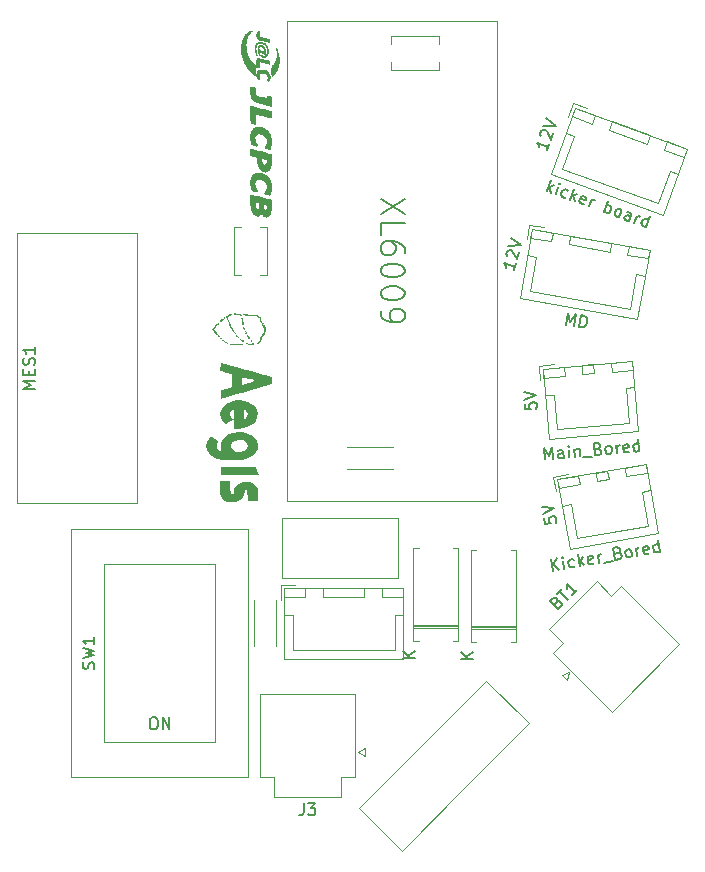
<source format=gbr>
%TF.GenerationSoftware,KiCad,Pcbnew,7.0.9*%
%TF.CreationDate,2024-07-27T15:43:32+09:00*%
%TF.ProjectId,____,fb90fa7f-2e6b-4696-9361-645f70636258,rev?*%
%TF.SameCoordinates,Original*%
%TF.FileFunction,Legend,Top*%
%TF.FilePolarity,Positive*%
%FSLAX46Y46*%
G04 Gerber Fmt 4.6, Leading zero omitted, Abs format (unit mm)*
G04 Created by KiCad (PCBNEW 7.0.9) date 2024-07-27 15:43:32*
%MOMM*%
%LPD*%
G01*
G04 APERTURE LIST*
%ADD10C,0.150000*%
%ADD11C,0.120000*%
%ADD12C,0.010000*%
G04 APERTURE END LIST*
D10*
X137403551Y-92095864D02*
X137229903Y-91111056D01*
X137966299Y-91996636D02*
X137445011Y-91508309D01*
X137792650Y-91011828D02*
X137329131Y-91673803D01*
X138388359Y-91922215D02*
X138272594Y-91265677D01*
X138214711Y-90937408D02*
X138176084Y-90992572D01*
X138176084Y-90992572D02*
X138231249Y-91031199D01*
X138231249Y-91031199D02*
X138269875Y-90976034D01*
X138269875Y-90976034D02*
X138214711Y-90937408D01*
X138214711Y-90937408D02*
X138231249Y-91031199D01*
X139271106Y-91718210D02*
X139185584Y-91781643D01*
X139185584Y-91781643D02*
X138998001Y-91814719D01*
X138998001Y-91814719D02*
X138895941Y-91784361D01*
X138895941Y-91784361D02*
X138840777Y-91745735D01*
X138840777Y-91745735D02*
X138777343Y-91660212D01*
X138777343Y-91660212D02*
X138727729Y-91378839D01*
X138727729Y-91378839D02*
X138758087Y-91276779D01*
X138758087Y-91276779D02*
X138796714Y-91221614D01*
X138796714Y-91221614D02*
X138882236Y-91158181D01*
X138882236Y-91158181D02*
X139069818Y-91125105D01*
X139069818Y-91125105D02*
X139171879Y-91155462D01*
X139701436Y-91690685D02*
X139527787Y-90705877D01*
X139729075Y-91298982D02*
X140076601Y-91624533D01*
X139960835Y-90967994D02*
X139651822Y-91409311D01*
X140865557Y-91437065D02*
X140780035Y-91500499D01*
X140780035Y-91500499D02*
X140592452Y-91533574D01*
X140592452Y-91533574D02*
X140490392Y-91503217D01*
X140490392Y-91503217D02*
X140426959Y-91417694D01*
X140426959Y-91417694D02*
X140360807Y-91042530D01*
X140360807Y-91042530D02*
X140391165Y-90940469D01*
X140391165Y-90940469D02*
X140476687Y-90877036D01*
X140476687Y-90877036D02*
X140664269Y-90843960D01*
X140664269Y-90843960D02*
X140766330Y-90874318D01*
X140766330Y-90874318D02*
X140829763Y-90959840D01*
X140829763Y-90959840D02*
X140846301Y-91053631D01*
X140846301Y-91053631D02*
X140393883Y-91230112D01*
X141342782Y-91401271D02*
X141227017Y-90744732D01*
X141260093Y-90932315D02*
X141290450Y-90830255D01*
X141290450Y-90830255D02*
X141329077Y-90775090D01*
X141329077Y-90775090D02*
X141414599Y-90711657D01*
X141414599Y-90711657D02*
X141508390Y-90695119D01*
X141734485Y-91428910D02*
X142484815Y-91296607D01*
X142940066Y-90587737D02*
X143089022Y-90609825D01*
X143089022Y-90609825D02*
X143144187Y-90648452D01*
X143144187Y-90648452D02*
X143207620Y-90733974D01*
X143207620Y-90733974D02*
X143232427Y-90874661D01*
X143232427Y-90874661D02*
X143202069Y-90976721D01*
X143202069Y-90976721D02*
X143163443Y-91031886D01*
X143163443Y-91031886D02*
X143077920Y-91095319D01*
X143077920Y-91095319D02*
X142702755Y-91161471D01*
X142702755Y-91161471D02*
X142529107Y-90176663D01*
X142529107Y-90176663D02*
X142857377Y-90118780D01*
X142857377Y-90118780D02*
X142959437Y-90149138D01*
X142959437Y-90149138D02*
X143014601Y-90187765D01*
X143014601Y-90187765D02*
X143078035Y-90273287D01*
X143078035Y-90273287D02*
X143094573Y-90367078D01*
X143094573Y-90367078D02*
X143064215Y-90469138D01*
X143064215Y-90469138D02*
X143025588Y-90524303D01*
X143025588Y-90524303D02*
X142940066Y-90587737D01*
X142940066Y-90587737D02*
X142611797Y-90645619D01*
X143828250Y-90963016D02*
X143726190Y-90932658D01*
X143726190Y-90932658D02*
X143671025Y-90894032D01*
X143671025Y-90894032D02*
X143607592Y-90808509D01*
X143607592Y-90808509D02*
X143557978Y-90527136D01*
X143557978Y-90527136D02*
X143588336Y-90425076D01*
X143588336Y-90425076D02*
X143626962Y-90369911D01*
X143626962Y-90369911D02*
X143712485Y-90306477D01*
X143712485Y-90306477D02*
X143853171Y-90281671D01*
X143853171Y-90281671D02*
X143955232Y-90312028D01*
X143955232Y-90312028D02*
X144010396Y-90350655D01*
X144010396Y-90350655D02*
X144073830Y-90436177D01*
X144073830Y-90436177D02*
X144123443Y-90717551D01*
X144123443Y-90717551D02*
X144093086Y-90819611D01*
X144093086Y-90819611D02*
X144054459Y-90874776D01*
X144054459Y-90874776D02*
X143968937Y-90938209D01*
X143968937Y-90938209D02*
X143828250Y-90963016D01*
X144578580Y-90830713D02*
X144462814Y-90174174D01*
X144495890Y-90361756D02*
X144526248Y-90259696D01*
X144526248Y-90259696D02*
X144564875Y-90204532D01*
X144564875Y-90204532D02*
X144650397Y-90141098D01*
X144650397Y-90141098D02*
X144744188Y-90124560D01*
X145555119Y-90610169D02*
X145469597Y-90673602D01*
X145469597Y-90673602D02*
X145282014Y-90706678D01*
X145282014Y-90706678D02*
X145179954Y-90676320D01*
X145179954Y-90676320D02*
X145116521Y-90590798D01*
X145116521Y-90590798D02*
X145050369Y-90215633D01*
X145050369Y-90215633D02*
X145080727Y-90113573D01*
X145080727Y-90113573D02*
X145166249Y-90050140D01*
X145166249Y-90050140D02*
X145353831Y-90017064D01*
X145353831Y-90017064D02*
X145455891Y-90047421D01*
X145455891Y-90047421D02*
X145519325Y-90132944D01*
X145519325Y-90132944D02*
X145535863Y-90226735D01*
X145535863Y-90226735D02*
X145083445Y-90403216D01*
X146454405Y-90499954D02*
X146280756Y-89515146D01*
X146446136Y-90453058D02*
X146360613Y-90516492D01*
X146360613Y-90516492D02*
X146173031Y-90549568D01*
X146173031Y-90549568D02*
X146070971Y-90519210D01*
X146070971Y-90519210D02*
X146015806Y-90480583D01*
X146015806Y-90480583D02*
X145952373Y-90395061D01*
X145952373Y-90395061D02*
X145902759Y-90113688D01*
X145902759Y-90113688D02*
X145933117Y-90011627D01*
X145933117Y-90011627D02*
X145971743Y-89956463D01*
X145971743Y-89956463D02*
X146057266Y-89893029D01*
X146057266Y-89893029D02*
X146244848Y-89859953D01*
X146244848Y-89859953D02*
X146346908Y-89890311D01*
X136888199Y-59946442D02*
X137230219Y-59006750D01*
X137107987Y-59621037D02*
X137246177Y-60076736D01*
X137474190Y-59450274D02*
X136985919Y-59677959D01*
X137648903Y-60223316D02*
X137876916Y-59596854D01*
X137990923Y-59283623D02*
X137929889Y-59312084D01*
X137929889Y-59312084D02*
X137958349Y-59373118D01*
X137958349Y-59373118D02*
X138019383Y-59344657D01*
X138019383Y-59344657D02*
X137990923Y-59283623D01*
X137990923Y-59283623D02*
X137958349Y-59373118D01*
X138515387Y-60488015D02*
X138409606Y-60500189D01*
X138409606Y-60500189D02*
X138230617Y-60435042D01*
X138230617Y-60435042D02*
X138157409Y-60357722D01*
X138157409Y-60357722D02*
X138128948Y-60296688D01*
X138128948Y-60296688D02*
X138116774Y-60190907D01*
X138116774Y-60190907D02*
X138214494Y-59922423D01*
X138214494Y-59922423D02*
X138291815Y-59849215D01*
X138291815Y-59849215D02*
X138352849Y-59820754D01*
X138352849Y-59820754D02*
X138458630Y-59808581D01*
X138458630Y-59808581D02*
X138637619Y-59873727D01*
X138637619Y-59873727D02*
X138710827Y-59951048D01*
X138901826Y-60679342D02*
X139243846Y-59739650D01*
X139121614Y-60353938D02*
X139259804Y-60809636D01*
X139487817Y-60183174D02*
X138999546Y-60410859D01*
X140036794Y-61041762D02*
X139931013Y-61053936D01*
X139931013Y-61053936D02*
X139752024Y-60988789D01*
X139752024Y-60988789D02*
X139678816Y-60911469D01*
X139678816Y-60911469D02*
X139666642Y-60805687D01*
X139666642Y-60805687D02*
X139796936Y-60447709D01*
X139796936Y-60447709D02*
X139874256Y-60374501D01*
X139874256Y-60374501D02*
X139980037Y-60362328D01*
X139980037Y-60362328D02*
X140159026Y-60427474D01*
X140159026Y-60427474D02*
X140232234Y-60504795D01*
X140232234Y-60504795D02*
X140244408Y-60610576D01*
X140244408Y-60610576D02*
X140211835Y-60700071D01*
X140211835Y-60700071D02*
X139731789Y-60626698D01*
X140467980Y-61249376D02*
X140695994Y-60622914D01*
X140630847Y-60801903D02*
X140708168Y-60728696D01*
X140708168Y-60728696D02*
X140769202Y-60700235D01*
X140769202Y-60700235D02*
X140874983Y-60688061D01*
X140874983Y-60688061D02*
X140964477Y-60720634D01*
X141765652Y-61721690D02*
X142107672Y-60781997D01*
X141977378Y-61139975D02*
X142083160Y-61127801D01*
X142083160Y-61127801D02*
X142262149Y-61192948D01*
X142262149Y-61192948D02*
X142335357Y-61270269D01*
X142335357Y-61270269D02*
X142363817Y-61331303D01*
X142363817Y-61331303D02*
X142375991Y-61437084D01*
X142375991Y-61437084D02*
X142278271Y-61705568D01*
X142278271Y-61705568D02*
X142200950Y-61778775D01*
X142200950Y-61778775D02*
X142139917Y-61807236D01*
X142139917Y-61807236D02*
X142034135Y-61819410D01*
X142034135Y-61819410D02*
X141855146Y-61754263D01*
X141855146Y-61754263D02*
X141781938Y-61676943D01*
X142750092Y-62079997D02*
X142676884Y-62002676D01*
X142676884Y-62002676D02*
X142648423Y-61941642D01*
X142648423Y-61941642D02*
X142636249Y-61835861D01*
X142636249Y-61835861D02*
X142733969Y-61567377D01*
X142733969Y-61567377D02*
X142811290Y-61494170D01*
X142811290Y-61494170D02*
X142872324Y-61465709D01*
X142872324Y-61465709D02*
X142978105Y-61453535D01*
X142978105Y-61453535D02*
X143112347Y-61502395D01*
X143112347Y-61502395D02*
X143185555Y-61579716D01*
X143185555Y-61579716D02*
X143214015Y-61640750D01*
X143214015Y-61640750D02*
X143226189Y-61746531D01*
X143226189Y-61746531D02*
X143128469Y-62015014D01*
X143128469Y-62015014D02*
X143051149Y-62088222D01*
X143051149Y-62088222D02*
X142990115Y-62116683D01*
X142990115Y-62116683D02*
X142884334Y-62128857D01*
X142884334Y-62128857D02*
X142750092Y-62079997D01*
X143868773Y-62487164D02*
X144047927Y-61994944D01*
X144047927Y-61994944D02*
X144035753Y-61889162D01*
X144035753Y-61889162D02*
X143962545Y-61811842D01*
X143962545Y-61811842D02*
X143783556Y-61746695D01*
X143783556Y-61746695D02*
X143677775Y-61758869D01*
X143885060Y-62442416D02*
X143779279Y-62454590D01*
X143779279Y-62454590D02*
X143555543Y-62373157D01*
X143555543Y-62373157D02*
X143482335Y-62295836D01*
X143482335Y-62295836D02*
X143470161Y-62190055D01*
X143470161Y-62190055D02*
X143502734Y-62100561D01*
X143502734Y-62100561D02*
X143580055Y-62027353D01*
X143580055Y-62027353D02*
X143685836Y-62015179D01*
X143685836Y-62015179D02*
X143909572Y-62096612D01*
X143909572Y-62096612D02*
X144015354Y-62084438D01*
X144316246Y-62650030D02*
X144544260Y-62023569D01*
X144479113Y-62202558D02*
X144556434Y-62129350D01*
X144556434Y-62129350D02*
X144617468Y-62100889D01*
X144617468Y-62100889D02*
X144723249Y-62088715D01*
X144723249Y-62088715D02*
X144812743Y-62121289D01*
X145300687Y-63008337D02*
X145642707Y-62068645D01*
X145316973Y-62963590D02*
X145211192Y-62975764D01*
X145211192Y-62975764D02*
X145032203Y-62910617D01*
X145032203Y-62910617D02*
X144958995Y-62833297D01*
X144958995Y-62833297D02*
X144930534Y-62772263D01*
X144930534Y-62772263D02*
X144918361Y-62666482D01*
X144918361Y-62666482D02*
X145016081Y-62397998D01*
X145016081Y-62397998D02*
X145093401Y-62324790D01*
X145093401Y-62324790D02*
X145154435Y-62296329D01*
X145154435Y-62296329D02*
X145260216Y-62284156D01*
X145260216Y-62284156D02*
X145439205Y-62349302D01*
X145439205Y-62349302D02*
X145512413Y-62426623D01*
X136779861Y-82676711D02*
X136692705Y-81680516D01*
X136692705Y-81680516D02*
X137087024Y-82363032D01*
X137087024Y-82363032D02*
X137356835Y-81622412D01*
X137356835Y-81622412D02*
X137443991Y-82618607D01*
X138345310Y-82539752D02*
X138299657Y-82017935D01*
X138299657Y-82017935D02*
X138243918Y-81927210D01*
X138243918Y-81927210D02*
X138144892Y-81888073D01*
X138144892Y-81888073D02*
X137955141Y-81904674D01*
X137955141Y-81904674D02*
X137864416Y-81960412D01*
X138341159Y-82492314D02*
X138250434Y-82548052D01*
X138250434Y-82548052D02*
X138013245Y-82568804D01*
X138013245Y-82568804D02*
X137914219Y-82529666D01*
X137914219Y-82529666D02*
X137858480Y-82438941D01*
X137858480Y-82438941D02*
X137850180Y-82344065D01*
X137850180Y-82344065D02*
X137889317Y-82245039D01*
X137889317Y-82245039D02*
X137980043Y-82189301D01*
X137980043Y-82189301D02*
X138217232Y-82168550D01*
X138217232Y-82168550D02*
X138307957Y-82112811D01*
X138819688Y-82498249D02*
X138761584Y-81834119D01*
X138732532Y-81502054D02*
X138689245Y-81553642D01*
X138689245Y-81553642D02*
X138740833Y-81596930D01*
X138740833Y-81596930D02*
X138784121Y-81545342D01*
X138784121Y-81545342D02*
X138732532Y-81502054D01*
X138732532Y-81502054D02*
X138740833Y-81596930D01*
X139235962Y-81792617D02*
X139294066Y-82456746D01*
X139244263Y-81887492D02*
X139287550Y-81835904D01*
X139287550Y-81835904D02*
X139378276Y-81780166D01*
X139378276Y-81780166D02*
X139520589Y-81767715D01*
X139520589Y-81767715D02*
X139619615Y-81806852D01*
X139619615Y-81806852D02*
X139675354Y-81897578D01*
X139675354Y-81897578D02*
X139721007Y-82419394D01*
X139966497Y-82493518D02*
X140725502Y-82427114D01*
X141240803Y-81760619D02*
X141387267Y-81795606D01*
X141387267Y-81795606D02*
X141438855Y-81838893D01*
X141438855Y-81838893D02*
X141494593Y-81929619D01*
X141494593Y-81929619D02*
X141507044Y-82071932D01*
X141507044Y-82071932D02*
X141467907Y-82170958D01*
X141467907Y-82170958D02*
X141424619Y-82222546D01*
X141424619Y-82222546D02*
X141333894Y-82278285D01*
X141333894Y-82278285D02*
X140954391Y-82311487D01*
X140954391Y-82311487D02*
X140867235Y-81315292D01*
X140867235Y-81315292D02*
X141199300Y-81286240D01*
X141199300Y-81286240D02*
X141298326Y-81325377D01*
X141298326Y-81325377D02*
X141349914Y-81368665D01*
X141349914Y-81368665D02*
X141405653Y-81459390D01*
X141405653Y-81459390D02*
X141413953Y-81554266D01*
X141413953Y-81554266D02*
X141374816Y-81653292D01*
X141374816Y-81653292D02*
X141331528Y-81704880D01*
X141331528Y-81704880D02*
X141240803Y-81760619D01*
X141240803Y-81760619D02*
X140908738Y-81789670D01*
X142092899Y-82211880D02*
X141993873Y-82172743D01*
X141993873Y-82172743D02*
X141942285Y-82129455D01*
X141942285Y-82129455D02*
X141886547Y-82038730D01*
X141886547Y-82038730D02*
X141861645Y-81754103D01*
X141861645Y-81754103D02*
X141900782Y-81655077D01*
X141900782Y-81655077D02*
X141944070Y-81603489D01*
X141944070Y-81603489D02*
X142034795Y-81547750D01*
X142034795Y-81547750D02*
X142177109Y-81535300D01*
X142177109Y-81535300D02*
X142276135Y-81574437D01*
X142276135Y-81574437D02*
X142327723Y-81617724D01*
X142327723Y-81617724D02*
X142383461Y-81708450D01*
X142383461Y-81708450D02*
X142408363Y-81993077D01*
X142408363Y-81993077D02*
X142369226Y-82092103D01*
X142369226Y-82092103D02*
X142325938Y-82143691D01*
X142325938Y-82143691D02*
X142235213Y-82199429D01*
X142235213Y-82199429D02*
X142092899Y-82211880D01*
X142851905Y-82145476D02*
X142793801Y-81481346D01*
X142810402Y-81671097D02*
X142849539Y-81572071D01*
X142849539Y-81572071D02*
X142892827Y-81520483D01*
X142892827Y-81520483D02*
X142983552Y-81464745D01*
X142983552Y-81464745D02*
X143078428Y-81456444D01*
X143843950Y-82010882D02*
X143753224Y-82066621D01*
X143753224Y-82066621D02*
X143563473Y-82083222D01*
X143563473Y-82083222D02*
X143464447Y-82044084D01*
X143464447Y-82044084D02*
X143408708Y-81953359D01*
X143408708Y-81953359D02*
X143375506Y-81573856D01*
X143375506Y-81573856D02*
X143414644Y-81474830D01*
X143414644Y-81474830D02*
X143505369Y-81419092D01*
X143505369Y-81419092D02*
X143695120Y-81402491D01*
X143695120Y-81402491D02*
X143794146Y-81441628D01*
X143794146Y-81441628D02*
X143849885Y-81532353D01*
X143849885Y-81532353D02*
X143858185Y-81627229D01*
X143858185Y-81627229D02*
X143392107Y-81763608D01*
X144749419Y-81979465D02*
X144662263Y-80983270D01*
X144745269Y-81932027D02*
X144654543Y-81987765D01*
X144654543Y-81987765D02*
X144464792Y-82004366D01*
X144464792Y-82004366D02*
X144365766Y-81965229D01*
X144365766Y-81965229D02*
X144314178Y-81921942D01*
X144314178Y-81921942D02*
X144258440Y-81831216D01*
X144258440Y-81831216D02*
X144233538Y-81546589D01*
X144233538Y-81546589D02*
X144272675Y-81447563D01*
X144272675Y-81447563D02*
X144315963Y-81395975D01*
X144315963Y-81395975D02*
X144406688Y-81340237D01*
X144406688Y-81340237D02*
X144596440Y-81323636D01*
X144596440Y-81323636D02*
X144695465Y-81362773D01*
X134304100Y-66065669D02*
X134156203Y-66617627D01*
X134230151Y-66341648D02*
X133264226Y-66082829D01*
X133264226Y-66082829D02*
X133377566Y-66211796D01*
X133377566Y-66211796D02*
X133444909Y-66328438D01*
X133444909Y-66328438D02*
X133466256Y-66432756D01*
X133528765Y-65463528D02*
X133495093Y-65405206D01*
X133495093Y-65405206D02*
X133473746Y-65300889D01*
X133473746Y-65300889D02*
X133535369Y-65070906D01*
X133535369Y-65070906D02*
X133606015Y-64991238D01*
X133606015Y-64991238D02*
X133664336Y-64957566D01*
X133664336Y-64957566D02*
X133768654Y-64936219D01*
X133768654Y-64936219D02*
X133860647Y-64960869D01*
X133860647Y-64960869D02*
X133986312Y-65043840D01*
X133986312Y-65043840D02*
X134390373Y-65743694D01*
X134390373Y-65743694D02*
X134550594Y-65145740D01*
X133658617Y-64610942D02*
X134710815Y-64547786D01*
X134710815Y-64547786D02*
X133831163Y-63966991D01*
X135023494Y-77962267D02*
X135064997Y-78436645D01*
X135064997Y-78436645D02*
X135543526Y-78442580D01*
X135543526Y-78442580D02*
X135491938Y-78399293D01*
X135491938Y-78399293D02*
X135436199Y-78308567D01*
X135436199Y-78308567D02*
X135415448Y-78071378D01*
X135415448Y-78071378D02*
X135454585Y-77972352D01*
X135454585Y-77972352D02*
X135497873Y-77920764D01*
X135497873Y-77920764D02*
X135588598Y-77865025D01*
X135588598Y-77865025D02*
X135825787Y-77844274D01*
X135825787Y-77844274D02*
X135924813Y-77883411D01*
X135924813Y-77883411D02*
X135976401Y-77926699D01*
X135976401Y-77926699D02*
X136032140Y-78017424D01*
X136032140Y-78017424D02*
X136052891Y-78254614D01*
X136052891Y-78254614D02*
X136013754Y-78353640D01*
X136013754Y-78353640D02*
X135970466Y-78405228D01*
X134994442Y-77630202D02*
X135961585Y-77210981D01*
X135961585Y-77210981D02*
X134936338Y-76966072D01*
X136671177Y-87657252D02*
X136753867Y-88126208D01*
X136753867Y-88126208D02*
X137231092Y-88090414D01*
X137231092Y-88090414D02*
X137175927Y-88051787D01*
X137175927Y-88051787D02*
X137112493Y-87966265D01*
X137112493Y-87966265D02*
X137071149Y-87731787D01*
X137071149Y-87731787D02*
X137101506Y-87629727D01*
X137101506Y-87629727D02*
X137140133Y-87574562D01*
X137140133Y-87574562D02*
X137225655Y-87511129D01*
X137225655Y-87511129D02*
X137460133Y-87469784D01*
X137460133Y-87469784D02*
X137562193Y-87500141D01*
X137562193Y-87500141D02*
X137617358Y-87538768D01*
X137617358Y-87538768D02*
X137680792Y-87624290D01*
X137680792Y-87624290D02*
X137722136Y-87858768D01*
X137722136Y-87858768D02*
X137691779Y-87960829D01*
X137691779Y-87960829D02*
X137653152Y-88015993D01*
X136613294Y-87328982D02*
X137540219Y-86827065D01*
X137540219Y-86827065D02*
X136497529Y-86672444D01*
X137115663Y-55937271D02*
X136920223Y-56474238D01*
X137017943Y-56205755D02*
X136078250Y-55863734D01*
X136078250Y-55863734D02*
X136179919Y-56002089D01*
X136179919Y-56002089D02*
X136236840Y-56124157D01*
X136236840Y-56124157D02*
X136249014Y-56229938D01*
X136395758Y-55269846D02*
X136367298Y-55208812D01*
X136367298Y-55208812D02*
X136355124Y-55103031D01*
X136355124Y-55103031D02*
X136436557Y-54879294D01*
X136436557Y-54879294D02*
X136513878Y-54806087D01*
X136513878Y-54806087D02*
X136574912Y-54777626D01*
X136574912Y-54777626D02*
X136680693Y-54765452D01*
X136680693Y-54765452D02*
X136770187Y-54798025D01*
X136770187Y-54798025D02*
X136888143Y-54891633D01*
X136888143Y-54891633D02*
X137229670Y-55624040D01*
X137229670Y-55624040D02*
X137441396Y-55042325D01*
X136599424Y-54431822D02*
X137653123Y-54460611D01*
X137653123Y-54460611D02*
X136827437Y-53805360D01*
X138525348Y-71253202D02*
X138698997Y-70268394D01*
X138698997Y-70268394D02*
X138903231Y-71029711D01*
X138903231Y-71029711D02*
X139355535Y-70384160D01*
X139355535Y-70384160D02*
X139181887Y-71368968D01*
X139650843Y-71451657D02*
X139824491Y-70466849D01*
X139824491Y-70466849D02*
X140058969Y-70508194D01*
X140058969Y-70508194D02*
X140191387Y-70579897D01*
X140191387Y-70579897D02*
X140268640Y-70690226D01*
X140268640Y-70690226D02*
X140298998Y-70792286D01*
X140298998Y-70792286D02*
X140312818Y-70988137D01*
X140312818Y-70988137D02*
X140288011Y-71128824D01*
X140288011Y-71128824D02*
X140208039Y-71308138D01*
X140208039Y-71308138D02*
X140144606Y-71393660D01*
X140144606Y-71393660D02*
X140034277Y-71470913D01*
X140034277Y-71470913D02*
X139885321Y-71493002D01*
X139885321Y-71493002D02*
X139650843Y-71451657D01*
X125754819Y-99471904D02*
X124754819Y-99471904D01*
X125754819Y-98900476D02*
X125183390Y-99329047D01*
X124754819Y-98900476D02*
X125326247Y-99471904D01*
X116304666Y-111796819D02*
X116304666Y-112511104D01*
X116304666Y-112511104D02*
X116257047Y-112653961D01*
X116257047Y-112653961D02*
X116161809Y-112749200D01*
X116161809Y-112749200D02*
X116018952Y-112796819D01*
X116018952Y-112796819D02*
X115923714Y-112796819D01*
X116685619Y-111796819D02*
X117304666Y-111796819D01*
X117304666Y-111796819D02*
X116971333Y-112177771D01*
X116971333Y-112177771D02*
X117114190Y-112177771D01*
X117114190Y-112177771D02*
X117209428Y-112225390D01*
X117209428Y-112225390D02*
X117257047Y-112273009D01*
X117257047Y-112273009D02*
X117304666Y-112368247D01*
X117304666Y-112368247D02*
X117304666Y-112606342D01*
X117304666Y-112606342D02*
X117257047Y-112701580D01*
X117257047Y-112701580D02*
X117209428Y-112749200D01*
X117209428Y-112749200D02*
X117114190Y-112796819D01*
X117114190Y-112796819D02*
X116828476Y-112796819D01*
X116828476Y-112796819D02*
X116733238Y-112749200D01*
X116733238Y-112749200D02*
X116685619Y-112701580D01*
X93559819Y-76668094D02*
X92559819Y-76668094D01*
X92559819Y-76668094D02*
X93274104Y-76334761D01*
X93274104Y-76334761D02*
X92559819Y-76001428D01*
X92559819Y-76001428D02*
X93559819Y-76001428D01*
X93036009Y-75525237D02*
X93036009Y-75191904D01*
X93559819Y-75049047D02*
X93559819Y-75525237D01*
X93559819Y-75525237D02*
X92559819Y-75525237D01*
X92559819Y-75525237D02*
X92559819Y-75049047D01*
X93512200Y-74668094D02*
X93559819Y-74525237D01*
X93559819Y-74525237D02*
X93559819Y-74287142D01*
X93559819Y-74287142D02*
X93512200Y-74191904D01*
X93512200Y-74191904D02*
X93464580Y-74144285D01*
X93464580Y-74144285D02*
X93369342Y-74096666D01*
X93369342Y-74096666D02*
X93274104Y-74096666D01*
X93274104Y-74096666D02*
X93178866Y-74144285D01*
X93178866Y-74144285D02*
X93131247Y-74191904D01*
X93131247Y-74191904D02*
X93083628Y-74287142D01*
X93083628Y-74287142D02*
X93036009Y-74477618D01*
X93036009Y-74477618D02*
X92988390Y-74572856D01*
X92988390Y-74572856D02*
X92940771Y-74620475D01*
X92940771Y-74620475D02*
X92845533Y-74668094D01*
X92845533Y-74668094D02*
X92750295Y-74668094D01*
X92750295Y-74668094D02*
X92655057Y-74620475D01*
X92655057Y-74620475D02*
X92607438Y-74572856D01*
X92607438Y-74572856D02*
X92559819Y-74477618D01*
X92559819Y-74477618D02*
X92559819Y-74239523D01*
X92559819Y-74239523D02*
X92607438Y-74096666D01*
X93559819Y-73144285D02*
X93559819Y-73715713D01*
X93559819Y-73429999D02*
X92559819Y-73429999D01*
X92559819Y-73429999D02*
X92702676Y-73525237D01*
X92702676Y-73525237D02*
X92797914Y-73620475D01*
X92797914Y-73620475D02*
X92845533Y-73715713D01*
X130644819Y-99561904D02*
X129644819Y-99561904D01*
X130644819Y-98990476D02*
X130073390Y-99419047D01*
X129644819Y-98990476D02*
X130216247Y-99561904D01*
X137730737Y-94742048D02*
X137865424Y-94674704D01*
X137865424Y-94674704D02*
X137932767Y-94674704D01*
X137932767Y-94674704D02*
X138033783Y-94708376D01*
X138033783Y-94708376D02*
X138134798Y-94809391D01*
X138134798Y-94809391D02*
X138168470Y-94910407D01*
X138168470Y-94910407D02*
X138168470Y-94977750D01*
X138168470Y-94977750D02*
X138134798Y-95078765D01*
X138134798Y-95078765D02*
X137865424Y-95348139D01*
X137865424Y-95348139D02*
X137158317Y-94641033D01*
X137158317Y-94641033D02*
X137394019Y-94405330D01*
X137394019Y-94405330D02*
X137495035Y-94371659D01*
X137495035Y-94371659D02*
X137562378Y-94371659D01*
X137562378Y-94371659D02*
X137663393Y-94405330D01*
X137663393Y-94405330D02*
X137730737Y-94472674D01*
X137730737Y-94472674D02*
X137764409Y-94573689D01*
X137764409Y-94573689D02*
X137764409Y-94641033D01*
X137764409Y-94641033D02*
X137730737Y-94742048D01*
X137730737Y-94742048D02*
X137495035Y-94977750D01*
X137764409Y-94034941D02*
X138168470Y-93630880D01*
X138673546Y-94540017D02*
X137966439Y-93832911D01*
X139481668Y-93731895D02*
X139077607Y-94135956D01*
X139279638Y-93933926D02*
X138572531Y-93226819D01*
X138572531Y-93226819D02*
X138606203Y-93395178D01*
X138606203Y-93395178D02*
X138606203Y-93529865D01*
X138606203Y-93529865D02*
X138572531Y-93630880D01*
X98547200Y-100393332D02*
X98594819Y-100250475D01*
X98594819Y-100250475D02*
X98594819Y-100012380D01*
X98594819Y-100012380D02*
X98547200Y-99917142D01*
X98547200Y-99917142D02*
X98499580Y-99869523D01*
X98499580Y-99869523D02*
X98404342Y-99821904D01*
X98404342Y-99821904D02*
X98309104Y-99821904D01*
X98309104Y-99821904D02*
X98213866Y-99869523D01*
X98213866Y-99869523D02*
X98166247Y-99917142D01*
X98166247Y-99917142D02*
X98118628Y-100012380D01*
X98118628Y-100012380D02*
X98071009Y-100202856D01*
X98071009Y-100202856D02*
X98023390Y-100298094D01*
X98023390Y-100298094D02*
X97975771Y-100345713D01*
X97975771Y-100345713D02*
X97880533Y-100393332D01*
X97880533Y-100393332D02*
X97785295Y-100393332D01*
X97785295Y-100393332D02*
X97690057Y-100345713D01*
X97690057Y-100345713D02*
X97642438Y-100298094D01*
X97642438Y-100298094D02*
X97594819Y-100202856D01*
X97594819Y-100202856D02*
X97594819Y-99964761D01*
X97594819Y-99964761D02*
X97642438Y-99821904D01*
X97594819Y-99488570D02*
X98594819Y-99250475D01*
X98594819Y-99250475D02*
X97880533Y-99059999D01*
X97880533Y-99059999D02*
X98594819Y-98869523D01*
X98594819Y-98869523D02*
X97594819Y-98631428D01*
X98594819Y-97726666D02*
X98594819Y-98298094D01*
X98594819Y-98012380D02*
X97594819Y-98012380D01*
X97594819Y-98012380D02*
X97737676Y-98107618D01*
X97737676Y-98107618D02*
X97832914Y-98202856D01*
X97832914Y-98202856D02*
X97880533Y-98298094D01*
X103520952Y-104514819D02*
X103711428Y-104514819D01*
X103711428Y-104514819D02*
X103806666Y-104562438D01*
X103806666Y-104562438D02*
X103901904Y-104657676D01*
X103901904Y-104657676D02*
X103949523Y-104848152D01*
X103949523Y-104848152D02*
X103949523Y-105181485D01*
X103949523Y-105181485D02*
X103901904Y-105371961D01*
X103901904Y-105371961D02*
X103806666Y-105467200D01*
X103806666Y-105467200D02*
X103711428Y-105514819D01*
X103711428Y-105514819D02*
X103520952Y-105514819D01*
X103520952Y-105514819D02*
X103425714Y-105467200D01*
X103425714Y-105467200D02*
X103330476Y-105371961D01*
X103330476Y-105371961D02*
X103282857Y-105181485D01*
X103282857Y-105181485D02*
X103282857Y-104848152D01*
X103282857Y-104848152D02*
X103330476Y-104657676D01*
X103330476Y-104657676D02*
X103425714Y-104562438D01*
X103425714Y-104562438D02*
X103520952Y-104514819D01*
X104378095Y-105514819D02*
X104378095Y-104514819D01*
X104378095Y-104514819D02*
X104949523Y-105514819D01*
X104949523Y-105514819D02*
X104949523Y-104514819D01*
X124862561Y-60594285D02*
X122862561Y-61927618D01*
X124862561Y-61927618D02*
X122862561Y-60594285D01*
X122862561Y-63641904D02*
X122862561Y-62689523D01*
X122862561Y-62689523D02*
X124862561Y-62689523D01*
X124862561Y-65165714D02*
X124862561Y-64784761D01*
X124862561Y-64784761D02*
X124767323Y-64594285D01*
X124767323Y-64594285D02*
X124672085Y-64499047D01*
X124672085Y-64499047D02*
X124386371Y-64308571D01*
X124386371Y-64308571D02*
X124005419Y-64213333D01*
X124005419Y-64213333D02*
X123243514Y-64213333D01*
X123243514Y-64213333D02*
X123053038Y-64308571D01*
X123053038Y-64308571D02*
X122957800Y-64403809D01*
X122957800Y-64403809D02*
X122862561Y-64594285D01*
X122862561Y-64594285D02*
X122862561Y-64975238D01*
X122862561Y-64975238D02*
X122957800Y-65165714D01*
X122957800Y-65165714D02*
X123053038Y-65260952D01*
X123053038Y-65260952D02*
X123243514Y-65356190D01*
X123243514Y-65356190D02*
X123719704Y-65356190D01*
X123719704Y-65356190D02*
X123910180Y-65260952D01*
X123910180Y-65260952D02*
X124005419Y-65165714D01*
X124005419Y-65165714D02*
X124100657Y-64975238D01*
X124100657Y-64975238D02*
X124100657Y-64594285D01*
X124100657Y-64594285D02*
X124005419Y-64403809D01*
X124005419Y-64403809D02*
X123910180Y-64308571D01*
X123910180Y-64308571D02*
X123719704Y-64213333D01*
X124862561Y-66594285D02*
X124862561Y-66784762D01*
X124862561Y-66784762D02*
X124767323Y-66975238D01*
X124767323Y-66975238D02*
X124672085Y-67070476D01*
X124672085Y-67070476D02*
X124481609Y-67165714D01*
X124481609Y-67165714D02*
X124100657Y-67260952D01*
X124100657Y-67260952D02*
X123624466Y-67260952D01*
X123624466Y-67260952D02*
X123243514Y-67165714D01*
X123243514Y-67165714D02*
X123053038Y-67070476D01*
X123053038Y-67070476D02*
X122957800Y-66975238D01*
X122957800Y-66975238D02*
X122862561Y-66784762D01*
X122862561Y-66784762D02*
X122862561Y-66594285D01*
X122862561Y-66594285D02*
X122957800Y-66403809D01*
X122957800Y-66403809D02*
X123053038Y-66308571D01*
X123053038Y-66308571D02*
X123243514Y-66213333D01*
X123243514Y-66213333D02*
X123624466Y-66118095D01*
X123624466Y-66118095D02*
X124100657Y-66118095D01*
X124100657Y-66118095D02*
X124481609Y-66213333D01*
X124481609Y-66213333D02*
X124672085Y-66308571D01*
X124672085Y-66308571D02*
X124767323Y-66403809D01*
X124767323Y-66403809D02*
X124862561Y-66594285D01*
X124862561Y-68499047D02*
X124862561Y-68689524D01*
X124862561Y-68689524D02*
X124767323Y-68880000D01*
X124767323Y-68880000D02*
X124672085Y-68975238D01*
X124672085Y-68975238D02*
X124481609Y-69070476D01*
X124481609Y-69070476D02*
X124100657Y-69165714D01*
X124100657Y-69165714D02*
X123624466Y-69165714D01*
X123624466Y-69165714D02*
X123243514Y-69070476D01*
X123243514Y-69070476D02*
X123053038Y-68975238D01*
X123053038Y-68975238D02*
X122957800Y-68880000D01*
X122957800Y-68880000D02*
X122862561Y-68689524D01*
X122862561Y-68689524D02*
X122862561Y-68499047D01*
X122862561Y-68499047D02*
X122957800Y-68308571D01*
X122957800Y-68308571D02*
X123053038Y-68213333D01*
X123053038Y-68213333D02*
X123243514Y-68118095D01*
X123243514Y-68118095D02*
X123624466Y-68022857D01*
X123624466Y-68022857D02*
X124100657Y-68022857D01*
X124100657Y-68022857D02*
X124481609Y-68118095D01*
X124481609Y-68118095D02*
X124672085Y-68213333D01*
X124672085Y-68213333D02*
X124767323Y-68308571D01*
X124767323Y-68308571D02*
X124862561Y-68499047D01*
X122862561Y-70118095D02*
X122862561Y-70499047D01*
X122862561Y-70499047D02*
X122957800Y-70689524D01*
X122957800Y-70689524D02*
X123053038Y-70784762D01*
X123053038Y-70784762D02*
X123338752Y-70975238D01*
X123338752Y-70975238D02*
X123719704Y-71070476D01*
X123719704Y-71070476D02*
X124481609Y-71070476D01*
X124481609Y-71070476D02*
X124672085Y-70975238D01*
X124672085Y-70975238D02*
X124767323Y-70880000D01*
X124767323Y-70880000D02*
X124862561Y-70689524D01*
X124862561Y-70689524D02*
X124862561Y-70308571D01*
X124862561Y-70308571D02*
X124767323Y-70118095D01*
X124767323Y-70118095D02*
X124672085Y-70022857D01*
X124672085Y-70022857D02*
X124481609Y-69927619D01*
X124481609Y-69927619D02*
X124005419Y-69927619D01*
X124005419Y-69927619D02*
X123814942Y-70022857D01*
X123814942Y-70022857D02*
X123719704Y-70118095D01*
X123719704Y-70118095D02*
X123624466Y-70308571D01*
X123624466Y-70308571D02*
X123624466Y-70689524D01*
X123624466Y-70689524D02*
X123719704Y-70880000D01*
X123719704Y-70880000D02*
X123814942Y-70975238D01*
X123814942Y-70975238D02*
X124005419Y-71070476D01*
D11*
%TO.C,J2*%
X135408811Y-62812761D02*
X135191751Y-64043771D01*
X135644048Y-63148714D02*
X134607368Y-69028016D01*
X134607368Y-69028016D02*
X144573623Y-70785335D01*
X135652159Y-63160298D02*
X135521923Y-63898904D01*
X135521923Y-63898904D02*
X137294577Y-64211471D01*
X135261451Y-65376116D02*
X136000057Y-65506352D01*
X136000057Y-65506352D02*
X135487795Y-68411535D01*
X135487795Y-68411535D02*
X139722468Y-69158222D01*
X136639821Y-63029822D02*
X135408811Y-62812761D01*
X137424813Y-63472865D02*
X135652159Y-63160298D01*
X137294577Y-64211471D02*
X137424813Y-63472865D01*
X138902025Y-63733337D02*
X138771789Y-64471943D01*
X138771789Y-64471943D02*
X142218616Y-65079712D01*
X142348852Y-64341106D02*
X138902025Y-63733337D01*
X142218616Y-65079712D02*
X142348852Y-64341106D01*
X143826064Y-64601578D02*
X143695827Y-65340184D01*
X143695827Y-65340184D02*
X145468481Y-65652751D01*
X144469403Y-66999726D02*
X143957141Y-69904909D01*
X143957141Y-69904909D02*
X139722468Y-69158222D01*
X145598718Y-64914145D02*
X143826064Y-64601578D01*
X145468481Y-65652751D02*
X145598718Y-64914145D01*
X145208009Y-67129962D02*
X144469403Y-66999726D01*
X145610302Y-64906033D02*
X135644048Y-63148714D01*
X144573623Y-70785335D02*
X145610302Y-64906033D01*
%TO.C,D2*%
X125580000Y-98050000D02*
X125580000Y-90210000D01*
X126060000Y-98050000D02*
X125580000Y-98050000D01*
X128940000Y-98050000D02*
X129420000Y-98050000D01*
X129420000Y-98050000D02*
X129420000Y-90210000D01*
X125580000Y-96910000D02*
X129420000Y-96910000D01*
X125580000Y-96790000D02*
X129420000Y-96790000D01*
X125580000Y-96670000D02*
X129420000Y-96670000D01*
X125580000Y-90210000D02*
X126060000Y-90210000D01*
X129420000Y-90210000D02*
X128940000Y-90210000D01*
%TO.C,C2*%
X127770000Y-49680000D02*
X127770000Y-49055000D01*
X127770000Y-49680000D02*
X123730000Y-49680000D01*
X127770000Y-47465000D02*
X127770000Y-46840000D01*
X127770000Y-46840000D02*
X123730000Y-46840000D01*
X123730000Y-49680000D02*
X123730000Y-49055000D01*
X123730000Y-47465000D02*
X123730000Y-46840000D01*
%TO.C,C3*%
X113220000Y-63030000D02*
X112595000Y-63030000D01*
X113220000Y-63030000D02*
X113220000Y-67070000D01*
X111005000Y-63030000D02*
X110380000Y-63030000D01*
X110380000Y-63030000D02*
X110380000Y-67070000D01*
X113220000Y-67070000D02*
X112595000Y-67070000D01*
X111005000Y-67070000D02*
X110380000Y-67070000D01*
%TO.C,R1*%
X112110000Y-98440000D02*
X112110000Y-94600000D01*
X113950000Y-98440000D02*
X113950000Y-94600000D01*
%TO.C,F1*%
X135384205Y-105007897D02*
X131792102Y-101415795D01*
X131792102Y-101415795D02*
X126403949Y-106803949D01*
X129996051Y-110396051D02*
X135384205Y-105007897D01*
X126403949Y-106803949D02*
X121015795Y-112192102D01*
X124607897Y-115784205D02*
X129996051Y-110396051D01*
X121015795Y-112192102D02*
X124607897Y-115784205D01*
%TO.C,J5*%
X137453746Y-84120796D02*
X137670807Y-85351806D01*
X137789699Y-84356032D02*
X138826378Y-90235335D01*
X138826378Y-90235335D02*
X146330613Y-88912135D01*
X137801283Y-84364144D02*
X137931519Y-85102750D01*
X137931519Y-85102750D02*
X139704173Y-84790183D01*
X138191992Y-86579961D02*
X138930597Y-86449725D01*
X138930597Y-86449725D02*
X139442860Y-89354908D01*
X139442860Y-89354908D02*
X142446523Y-88825281D01*
X138684756Y-83903736D02*
X137453746Y-84120796D01*
X139573937Y-84051577D02*
X137801283Y-84364144D01*
X139704173Y-84790183D02*
X139573937Y-84051577D01*
X141051149Y-83791105D02*
X141181385Y-84529711D01*
X141181385Y-84529711D02*
X142166193Y-84356063D01*
X142035957Y-83617457D02*
X141051149Y-83791105D01*
X142166193Y-84356063D02*
X142035957Y-83617457D01*
X143513168Y-83356984D02*
X143643404Y-84095590D01*
X143643404Y-84095590D02*
X145416058Y-83783024D01*
X144937925Y-85390471D02*
X145450187Y-88295654D01*
X145450187Y-88295654D02*
X142446523Y-88825281D01*
X145285822Y-83044418D02*
X143513168Y-83356984D01*
X145416058Y-83783024D02*
X145285822Y-83044418D01*
X145676531Y-85260235D02*
X144937925Y-85390471D01*
X145293934Y-83032833D02*
X137789699Y-84356032D01*
X146330613Y-88912135D02*
X145293934Y-83032833D01*
%TO.C,J3*%
X121478000Y-107742000D02*
X120878000Y-107442000D01*
X121478000Y-107142000D02*
X121478000Y-107742000D01*
X120878000Y-107442000D02*
X121478000Y-107142000D01*
X120678000Y-109552000D02*
X119478000Y-109552000D01*
X120678000Y-102532000D02*
X120678000Y-109552000D01*
X119478000Y-111252000D02*
X113798000Y-111252000D01*
X119478000Y-109552000D02*
X119478000Y-111252000D01*
X113798000Y-111252000D02*
X113798000Y-109552000D01*
X113798000Y-109552000D02*
X112598000Y-109552000D01*
X112598000Y-109552000D02*
X112598000Y-102532000D01*
X112598000Y-102532000D02*
X120678000Y-102532000D01*
%TO.C,RV1*%
X124265000Y-92700000D02*
X124265000Y-87630000D01*
X124265000Y-92700000D02*
X114495000Y-92700000D01*
X124265000Y-87630000D02*
X114495000Y-87630000D01*
X114495000Y-92700000D02*
X114495000Y-87630000D01*
%TO.C,MES1*%
X92089000Y-86360000D02*
X92089000Y-74930000D01*
X102249000Y-86360000D02*
X92089000Y-86360000D01*
X92089000Y-74930000D02*
X92089000Y-63500000D01*
X102249000Y-74930000D02*
X102249000Y-86360000D01*
X92089000Y-63500000D02*
X102249000Y-63500000D01*
X102249000Y-63500000D02*
X102249000Y-74930000D01*
%TO.C,G\u002A\u002A\u002A*%
G36*
X110607465Y-71886271D02*
G01*
X110572671Y-71912296D01*
X110537876Y-71886271D01*
X110572671Y-71860246D01*
X110607465Y-71886271D01*
G37*
G36*
X110816232Y-72146517D02*
G01*
X110781438Y-72172541D01*
X110746643Y-72146517D01*
X110781438Y-72120492D01*
X110816232Y-72146517D01*
G37*
G36*
X112208013Y-72823156D02*
G01*
X112173219Y-72849181D01*
X112138424Y-72823156D01*
X112173219Y-72797132D01*
X112208013Y-72823156D01*
G37*
G36*
X110763553Y-83323043D02*
G01*
X112241833Y-83337091D01*
X112396809Y-83662398D01*
X112551784Y-83987705D01*
X110918529Y-83987705D01*
X109285274Y-83987705D01*
X109285274Y-83648351D01*
X109285274Y-83308996D01*
X110763553Y-83323043D01*
G37*
G36*
X111931431Y-72560608D02*
G01*
X111925049Y-72611511D01*
X111894863Y-72588935D01*
X111860068Y-72614959D01*
X111894863Y-72640984D01*
X111924095Y-72619119D01*
X111923714Y-72622152D01*
X111968327Y-72675212D01*
X112010700Y-72699429D01*
X112055885Y-72737173D01*
X112025164Y-72744285D01*
X111900312Y-72703825D01*
X111840563Y-72611649D01*
X111862983Y-72535140D01*
X111916399Y-72500350D01*
X111931431Y-72560608D01*
G37*
G36*
X111331478Y-71429259D02*
G01*
X111300475Y-71472474D01*
X111278553Y-71536232D01*
X111338150Y-71565533D01*
X111344212Y-71568513D01*
X111419385Y-71606659D01*
X111382120Y-71669373D01*
X111364596Y-71685598D01*
X111291259Y-71736657D01*
X111247663Y-71701508D01*
X111224517Y-71645946D01*
X111218270Y-71626025D01*
X111303356Y-71626025D01*
X111338150Y-71652050D01*
X111372945Y-71626025D01*
X111338150Y-71600000D01*
X111303356Y-71626025D01*
X111218270Y-71626025D01*
X111179085Y-71501073D01*
X111187677Y-71430011D01*
X111254535Y-71409357D01*
X111267456Y-71409153D01*
X111331478Y-71429259D01*
G37*
G36*
X110098561Y-72885059D02*
G01*
X110113979Y-72901230D01*
X110174254Y-72942164D01*
X110188866Y-72925595D01*
X110247897Y-72879470D01*
X110385259Y-72861832D01*
X110544920Y-72874019D01*
X110665808Y-72914194D01*
X110734309Y-72945408D01*
X110731849Y-72927255D01*
X110762117Y-72896174D01*
X110878024Y-72879329D01*
X111027072Y-72878265D01*
X111156759Y-72894528D01*
X111203598Y-72913364D01*
X111193284Y-72950929D01*
X111069744Y-72979525D01*
X110858699Y-72996134D01*
X110585872Y-72997739D01*
X110505680Y-72995237D01*
X110245930Y-72975393D01*
X110105476Y-72938531D01*
X110068350Y-72901230D01*
X110055789Y-72849556D01*
X110098561Y-72885059D01*
G37*
G36*
X111134464Y-70645751D02*
G01*
X111222773Y-70698552D01*
X111214236Y-70752026D01*
X111146780Y-70768011D01*
X111097044Y-70780176D01*
X111143107Y-70808421D01*
X111187886Y-70879619D01*
X111166943Y-70920015D01*
X111134902Y-71026494D01*
X111145506Y-71066140D01*
X111189774Y-71112718D01*
X111241550Y-71070860D01*
X111279061Y-71058437D01*
X111285618Y-71143517D01*
X111284058Y-71161869D01*
X111246741Y-71268820D01*
X111181701Y-71321707D01*
X111121828Y-71306573D01*
X111099953Y-71239994D01*
X111091515Y-71142378D01*
X111075601Y-70985148D01*
X111065041Y-70887416D01*
X111054269Y-70728907D01*
X111071374Y-70653768D01*
X111121925Y-70642615D01*
X111134464Y-70645751D01*
G37*
G36*
X110667757Y-72105449D02*
G01*
X110677054Y-72139033D01*
X110724437Y-72221444D01*
X110842182Y-72330891D01*
X110881713Y-72360244D01*
X111000597Y-72462087D01*
X111048493Y-72540650D01*
X111044270Y-72555674D01*
X111056640Y-72584092D01*
X111117967Y-72573389D01*
X111217454Y-72562597D01*
X111239091Y-72577556D01*
X111255352Y-72655871D01*
X111268808Y-72711551D01*
X111273333Y-72768165D01*
X111225773Y-72756814D01*
X111124306Y-72689466D01*
X111007616Y-72588240D01*
X110955587Y-72505076D01*
X110955411Y-72501788D01*
X110916389Y-72438529D01*
X110890560Y-72432787D01*
X110803445Y-72395523D01*
X110704651Y-72307372D01*
X110624037Y-72203800D01*
X110591462Y-72120272D01*
X110606206Y-72095050D01*
X110667757Y-72105449D01*
G37*
G36*
X111431296Y-71794651D02*
G01*
X111442534Y-71834222D01*
X111470995Y-71892704D01*
X111502341Y-71890793D01*
X111540332Y-71912546D01*
X111543263Y-71991819D01*
X111550009Y-72088461D01*
X111585656Y-72120492D01*
X111616770Y-72159412D01*
X111602497Y-72207104D01*
X111592691Y-72265854D01*
X111639475Y-72256082D01*
X111686096Y-72249779D01*
X111715376Y-72245820D01*
X111726214Y-72260556D01*
X111741899Y-72342713D01*
X111756434Y-72406763D01*
X111764520Y-72470283D01*
X111726660Y-72457593D01*
X111646726Y-72387984D01*
X111622654Y-72354714D01*
X111651301Y-72354714D01*
X111686096Y-72380738D01*
X111720890Y-72354714D01*
X111686096Y-72328689D01*
X111651301Y-72354714D01*
X111622654Y-72354714D01*
X111513383Y-72203687D01*
X111503882Y-72055431D01*
X111457937Y-72018711D01*
X111430936Y-72016394D01*
X111384146Y-71995501D01*
X111395537Y-71982146D01*
X111398581Y-71919193D01*
X111368962Y-71882681D01*
X111335225Y-71810749D01*
X111369566Y-71783735D01*
X111431296Y-71794651D01*
G37*
G36*
X110120342Y-85054714D02*
G01*
X110122087Y-85298522D01*
X110130447Y-85456646D01*
X110150109Y-85547491D01*
X110185759Y-85589460D01*
X110242085Y-85600959D01*
X110259520Y-85601230D01*
X110353542Y-85582043D01*
X110392917Y-85506087D01*
X110398698Y-85409466D01*
X110457213Y-85135424D01*
X110617086Y-84904400D01*
X110854815Y-84726349D01*
X111146895Y-84611225D01*
X111469822Y-84568983D01*
X111800092Y-84609579D01*
X112053900Y-84708439D01*
X112237914Y-84831748D01*
X112364526Y-84985102D01*
X112442261Y-85188052D01*
X112479644Y-85460149D01*
X112486369Y-85700182D01*
X112486369Y-86225820D01*
X112036652Y-86225820D01*
X111586935Y-86225820D01*
X111566926Y-85744365D01*
X111552931Y-85510752D01*
X111531501Y-85364085D01*
X111498211Y-85287239D01*
X111448636Y-85263087D01*
X111442534Y-85262910D01*
X111369527Y-85300184D01*
X111321157Y-85420755D01*
X111302678Y-85526219D01*
X111256329Y-85712681D01*
X111180272Y-85879050D01*
X111142322Y-85932085D01*
X110900262Y-86121178D01*
X110588860Y-86238842D01*
X110244486Y-86279356D01*
X109903508Y-86236996D01*
X109695702Y-86159721D01*
X109503691Y-86044204D01*
X109368503Y-85907880D01*
X109281384Y-85731311D01*
X109233585Y-85495060D01*
X109216353Y-85179686D01*
X109215793Y-85093750D01*
X109215685Y-84508197D01*
X109668013Y-84508197D01*
X110120342Y-84508197D01*
X110120342Y-85054714D01*
G37*
G36*
X110955411Y-74939791D02*
G01*
X111181575Y-75004396D01*
X111438227Y-75077711D01*
X111909054Y-75211956D01*
X112342344Y-75335261D01*
X112712548Y-75440360D01*
X112994116Y-75519987D01*
X113112671Y-75553293D01*
X113634589Y-75699186D01*
X113634589Y-76003825D01*
X113634589Y-76308464D01*
X111581712Y-76895025D01*
X111073067Y-77040196D01*
X110602609Y-77174158D01*
X110187067Y-77292171D01*
X109843169Y-77389497D01*
X109587647Y-77461395D01*
X109437229Y-77503127D01*
X109407054Y-77511104D01*
X109342607Y-77515541D01*
X109305810Y-77476328D01*
X109289190Y-77373411D01*
X109285274Y-77186733D01*
X109285274Y-77184259D01*
X109285274Y-76827897D01*
X109755000Y-76698124D01*
X110224726Y-76568351D01*
X110224726Y-76333857D01*
X111094589Y-76333857D01*
X111656048Y-76179019D01*
X111915617Y-76108533D01*
X112123717Y-76054069D01*
X112247177Y-76024230D01*
X112264952Y-76021139D01*
X112234838Y-76003689D01*
X112107156Y-75961558D01*
X111915765Y-75904317D01*
X111694527Y-75841538D01*
X111477302Y-75782790D01*
X111297950Y-75737644D01*
X111190332Y-75715671D01*
X111181575Y-75714927D01*
X111127474Y-75754687D01*
X111099648Y-75884001D01*
X111094589Y-76022872D01*
X111094589Y-76333857D01*
X110224726Y-76333857D01*
X110224726Y-76004216D01*
X110224726Y-75440081D01*
X109781710Y-75320100D01*
X109551051Y-75253273D01*
X109375549Y-75194327D01*
X109294371Y-75156720D01*
X109276300Y-75085342D01*
X109274008Y-74943553D01*
X109285059Y-74792750D01*
X109320068Y-74472181D01*
X110955411Y-74939791D01*
G37*
G36*
X111278070Y-77718803D02*
G01*
X111299410Y-77725448D01*
X111621530Y-77825747D01*
X111871217Y-77948149D01*
X112162635Y-78190899D01*
X112343832Y-78475853D01*
X112416840Y-78783674D01*
X112383692Y-79095025D01*
X112246418Y-79390568D01*
X112007050Y-79650966D01*
X111670833Y-79855454D01*
X111431988Y-79941091D01*
X111152001Y-80011136D01*
X110871720Y-80058811D01*
X110631995Y-80077337D01*
X110473673Y-80059936D01*
X110463530Y-80055793D01*
X110441214Y-79996036D01*
X110421916Y-79850648D01*
X110407100Y-79638090D01*
X110398230Y-79376823D01*
X110396383Y-79209121D01*
X110395396Y-78860861D01*
X111233767Y-78860861D01*
X111241199Y-79069055D01*
X111261343Y-79221925D01*
X111290967Y-79298387D01*
X111301569Y-79303279D01*
X111388526Y-79257492D01*
X111477267Y-79142674D01*
X111548067Y-78992646D01*
X111581200Y-78841223D01*
X111581712Y-78822978D01*
X111549756Y-78673200D01*
X111470208Y-78533522D01*
X111367550Y-78439024D01*
X111299410Y-78418443D01*
X111269747Y-78466495D01*
X111247060Y-78594723D01*
X111234894Y-78779236D01*
X111233767Y-78860861D01*
X110395396Y-78860861D01*
X110394068Y-78392418D01*
X110256322Y-78516111D01*
X110104168Y-78703606D01*
X110080761Y-78892135D01*
X110171776Y-79091829D01*
X110307704Y-79297317D01*
X110017913Y-79510041D01*
X109852981Y-79626955D01*
X109752536Y-79678881D01*
X109684198Y-79675578D01*
X109619472Y-79630133D01*
X109411424Y-79386664D01*
X109281171Y-79096182D01*
X109241819Y-78798115D01*
X109277246Y-78600615D01*
X109461264Y-78267751D01*
X109752459Y-77993240D01*
X110133188Y-77789387D01*
X110585808Y-77668496D01*
X110621399Y-77663223D01*
X110926884Y-77660568D01*
X111278070Y-77718803D01*
G37*
G36*
X111030327Y-80358104D02*
G01*
X111211735Y-80367748D01*
X111618861Y-80477988D01*
X111879485Y-80608473D01*
X112181244Y-80856835D01*
X112371302Y-81147948D01*
X112448844Y-81462263D01*
X112413054Y-81780229D01*
X112263117Y-82082297D01*
X111998217Y-82348917D01*
X111953428Y-82381251D01*
X111764505Y-82503396D01*
X111585596Y-82591380D01*
X111388555Y-82650699D01*
X111145238Y-82686845D01*
X110827500Y-82705315D01*
X110407196Y-82711602D01*
X110259520Y-82711932D01*
X109853616Y-82710681D01*
X109559088Y-82704788D01*
X109348166Y-82691837D01*
X109193082Y-82669413D01*
X109066065Y-82635100D01*
X108972123Y-82599951D01*
X108593056Y-82396726D01*
X108304774Y-82139343D01*
X108118718Y-81845990D01*
X108046332Y-81534856D01*
X108099059Y-81224131D01*
X108101962Y-81216818D01*
X108171406Y-81086739D01*
X108273088Y-80940960D01*
X108382292Y-80810160D01*
X108474306Y-80725017D01*
X108511347Y-80708607D01*
X108583609Y-80742964D01*
X108717275Y-80831497D01*
X108830931Y-80915262D01*
X108983754Y-81039082D01*
X109051157Y-81122718D01*
X109049950Y-81196625D01*
X109019027Y-81256030D01*
X108942393Y-81486424D01*
X108986961Y-81705639D01*
X109055076Y-81803071D01*
X109194369Y-81933256D01*
X109306686Y-82000472D01*
X109373210Y-82000094D01*
X109375125Y-81927499D01*
X109353140Y-81876325D01*
X109294145Y-81656974D01*
X109297188Y-81522278D01*
X110131119Y-81522278D01*
X110165544Y-81622911D01*
X110217375Y-81718435D01*
X110392972Y-81919303D01*
X110635349Y-82033784D01*
X110923909Y-82056518D01*
X111235160Y-81983273D01*
X111450654Y-81861101D01*
X111559600Y-81691717D01*
X111581712Y-81522785D01*
X111521357Y-81327833D01*
X111364388Y-81150976D01*
X111146953Y-81026762D01*
X111030327Y-80995753D01*
X110756869Y-80997491D01*
X110492281Y-81076189D01*
X110286766Y-81213361D01*
X110225185Y-81292212D01*
X110150685Y-81429193D01*
X110131119Y-81522278D01*
X109297188Y-81522278D01*
X109300020Y-81396961D01*
X109366897Y-81146140D01*
X109417482Y-81046927D01*
X109663845Y-80761341D01*
X109990543Y-80546340D01*
X110373485Y-80406214D01*
X110788579Y-80345253D01*
X111030327Y-80358104D01*
G37*
G36*
X110583634Y-70337553D02*
G01*
X110617630Y-70362577D01*
X110748440Y-70365920D01*
X110768922Y-70364566D01*
X110950623Y-70373407D01*
X111084344Y-70450083D01*
X111127706Y-70492554D01*
X111265206Y-70637091D01*
X111077962Y-70546005D01*
X110872078Y-70479081D01*
X110679503Y-70454918D01*
X110531819Y-70442480D01*
X110468334Y-70412464D01*
X110468287Y-70411544D01*
X110411758Y-70373028D01*
X110363904Y-70368170D01*
X110271223Y-70392347D01*
X110259520Y-70412832D01*
X110202129Y-70462232D01*
X110085548Y-70506968D01*
X109954734Y-70557019D01*
X109906251Y-70596765D01*
X109889506Y-70678987D01*
X109878320Y-70724578D01*
X109906206Y-70813396D01*
X109952060Y-70839718D01*
X110016589Y-70903057D01*
X110010041Y-70942151D01*
X110016832Y-71027434D01*
X110047144Y-71051816D01*
X110092101Y-71114084D01*
X110082576Y-71135154D01*
X110087094Y-71180647D01*
X110106666Y-71183607D01*
X110148169Y-71227576D01*
X110151695Y-71313730D01*
X110155112Y-71411137D01*
X110184889Y-71443853D01*
X110250149Y-71487442D01*
X110332562Y-71593939D01*
X110363904Y-71649517D01*
X110407566Y-71726941D01*
X110446740Y-71831962D01*
X110502463Y-71933610D01*
X110547063Y-71968591D01*
X110579510Y-72017016D01*
X110556530Y-72033796D01*
X110487066Y-72011364D01*
X110386429Y-71919718D01*
X110335880Y-71858130D01*
X110252336Y-71736376D01*
X110249340Y-71730123D01*
X110329109Y-71730123D01*
X110363904Y-71756148D01*
X110398698Y-71730123D01*
X110363904Y-71704099D01*
X110329109Y-71730123D01*
X110249340Y-71730123D01*
X110216898Y-71662402D01*
X110221877Y-71652050D01*
X110218872Y-71615231D01*
X110156497Y-71530784D01*
X110093985Y-71431697D01*
X110096902Y-71374637D01*
X110088545Y-71343187D01*
X110054906Y-71339755D01*
X109997848Y-71302632D01*
X110006329Y-71261681D01*
X109999640Y-71194559D01*
X109961583Y-71182810D01*
X109928789Y-71164324D01*
X109979214Y-71133561D01*
X110041662Y-71089519D01*
X109976235Y-71054963D01*
X109960040Y-71050206D01*
X109880542Y-71003175D01*
X109911575Y-70949386D01*
X109939154Y-70884501D01*
X109874146Y-70851733D01*
X109799408Y-70801795D01*
X109803916Y-70771178D01*
X109795484Y-70703993D01*
X109773532Y-70689665D01*
X109725055Y-70637091D01*
X109772397Y-70637091D01*
X109807191Y-70663115D01*
X109841986Y-70637091D01*
X109807191Y-70611066D01*
X109772397Y-70637091D01*
X109725055Y-70637091D01*
X109706329Y-70616783D01*
X109770162Y-70532992D01*
X109841986Y-70532992D01*
X109876780Y-70559017D01*
X109911575Y-70532992D01*
X109876780Y-70506968D01*
X109841986Y-70532992D01*
X109770162Y-70532992D01*
X109773628Y-70528442D01*
X109792075Y-70516351D01*
X109807191Y-70509265D01*
X109876780Y-70476645D01*
X109925224Y-70453936D01*
X110104458Y-70394167D01*
X110294748Y-70344957D01*
X110461066Y-70314218D01*
X110568386Y-70309861D01*
X110583634Y-70337553D01*
G37*
G36*
X109614682Y-70590450D02*
G01*
X109633884Y-70611066D01*
X109654423Y-70696848D01*
X109577242Y-70767214D01*
X109453904Y-70872467D01*
X109403084Y-70941774D01*
X109320405Y-71009782D01*
X109254661Y-71009837D01*
X109180896Y-71017090D01*
X109179689Y-71074845D01*
X109150968Y-71171418D01*
X109049427Y-71291305D01*
X109020451Y-71316127D01*
X108898504Y-71425236D01*
X108829006Y-71507862D01*
X108824377Y-71518977D01*
X108788666Y-71612671D01*
X108764279Y-71661856D01*
X108776742Y-71768394D01*
X108855828Y-71838670D01*
X108948099Y-71934172D01*
X108954186Y-72006562D01*
X108949940Y-72058753D01*
X108995092Y-72047885D01*
X109067510Y-72042395D01*
X109076506Y-72061653D01*
X109121083Y-72136342D01*
X109185861Y-72194848D01*
X109243905Y-72258722D01*
X109215685Y-72276640D01*
X109188677Y-72303964D01*
X109240538Y-72354714D01*
X109351996Y-72418425D01*
X109406932Y-72432787D01*
X109417006Y-72436888D01*
X109489771Y-72466509D01*
X109597690Y-72544945D01*
X109691341Y-72634005D01*
X109731372Y-72699594D01*
X109726718Y-72709849D01*
X109754408Y-72742910D01*
X109836742Y-72769862D01*
X109947109Y-72817513D01*
X109982039Y-72871811D01*
X109923404Y-72900928D01*
X109911575Y-72901230D01*
X109844660Y-72861217D01*
X109841986Y-72846109D01*
X109798744Y-72816049D01*
X109767713Y-72825321D01*
X109695362Y-72811113D01*
X109655418Y-72750905D01*
X109603778Y-72675731D01*
X109560114Y-72668634D01*
X109486536Y-72648361D01*
X109371448Y-72566259D01*
X109301927Y-72502983D01*
X109358662Y-72502983D01*
X109418150Y-72562199D01*
X109460839Y-72589924D01*
X109536284Y-72627900D01*
X109531180Y-72586776D01*
X109522983Y-72570272D01*
X109455021Y-72496951D01*
X109417006Y-72484837D01*
X109358662Y-72502983D01*
X109301927Y-72502983D01*
X109243942Y-72450207D01*
X109133114Y-72328087D01*
X109088865Y-72259858D01*
X109111301Y-72276640D01*
X109146096Y-72250615D01*
X109111301Y-72224591D01*
X109080792Y-72247410D01*
X109068058Y-72227777D01*
X109062413Y-72191697D01*
X109034193Y-72134948D01*
X108994476Y-72132681D01*
X108917151Y-72100087D01*
X108881813Y-72028634D01*
X108840371Y-71949183D01*
X108793175Y-71940620D01*
X108737742Y-71926662D01*
X108728561Y-71889343D01*
X108690126Y-71818153D01*
X108654865Y-71808197D01*
X108613304Y-71776310D01*
X108624178Y-71756148D01*
X108618660Y-71708186D01*
X108593490Y-71704099D01*
X108523766Y-71676605D01*
X108551684Y-71626025D01*
X108589383Y-71626025D01*
X108624178Y-71652050D01*
X108658972Y-71626025D01*
X108624178Y-71600000D01*
X108589383Y-71626025D01*
X108551684Y-71626025D01*
X108566549Y-71599093D01*
X108624178Y-71552241D01*
X108691622Y-71497409D01*
X108798004Y-71404943D01*
X108830730Y-71338635D01*
X108828100Y-71333891D01*
X108838426Y-71309118D01*
X108873374Y-71309118D01*
X108888699Y-71339248D01*
X108898427Y-71339755D01*
X108957286Y-71302785D01*
X108978768Y-71279663D01*
X108986970Y-71244046D01*
X108948080Y-71256711D01*
X108873374Y-71309118D01*
X108838426Y-71309118D01*
X108851505Y-71277738D01*
X108934628Y-71224838D01*
X108986970Y-71187384D01*
X109045481Y-71145515D01*
X109076506Y-71085636D01*
X109119152Y-71011204D01*
X109222435Y-70913691D01*
X109349375Y-70820602D01*
X109462991Y-70759438D01*
X109522595Y-70753871D01*
X109553621Y-70734378D01*
X109564695Y-70658778D01*
X109575467Y-70577578D01*
X109614682Y-70590450D01*
G37*
G36*
X111570819Y-70401761D02*
G01*
X111650462Y-70405764D01*
X111916280Y-70424161D01*
X112125843Y-70445731D01*
X112242484Y-70466492D01*
X112252964Y-70471189D01*
X112337585Y-70473561D01*
X112390113Y-70449874D01*
X112464893Y-70431251D01*
X112515916Y-70500967D01*
X112525720Y-70528039D01*
X112581639Y-70615860D01*
X112643723Y-70628689D01*
X112683301Y-70628175D01*
X112666987Y-70655073D01*
X112667412Y-70708430D01*
X112699550Y-70715164D01*
X112746371Y-70733910D01*
X112701881Y-70787160D01*
X112663848Y-70853997D01*
X112729931Y-70888680D01*
X112736050Y-70891891D01*
X112818917Y-70962290D01*
X112814552Y-71026313D01*
X112804304Y-71106252D01*
X112824054Y-71123615D01*
X112935240Y-71131193D01*
X112924740Y-71189157D01*
X112895027Y-71219623D01*
X112849478Y-71274381D01*
X112876331Y-71273304D01*
X112938698Y-71278080D01*
X112965247Y-71280113D01*
X113008287Y-71325173D01*
X113044434Y-71363017D01*
X113104455Y-71494012D01*
X113135875Y-71645094D01*
X113129259Y-71788260D01*
X113083125Y-71887034D01*
X113002218Y-72014215D01*
X112942162Y-72160747D01*
X112888066Y-72270766D01*
X112822881Y-72297062D01*
X112817900Y-72295077D01*
X112776576Y-72293024D01*
X112794759Y-72322927D01*
X112799432Y-72410135D01*
X112762196Y-72461092D01*
X112712966Y-72522915D01*
X112723859Y-72536886D01*
X112729287Y-72575064D01*
X112682801Y-72653996D01*
X112621672Y-72754961D01*
X112609143Y-72806507D01*
X112562336Y-72852252D01*
X112410043Y-72893656D01*
X112185949Y-72925458D01*
X111923741Y-72942398D01*
X111737407Y-72942648D01*
X111525045Y-72932459D01*
X111391827Y-72917704D01*
X111366105Y-72902907D01*
X111404700Y-72834802D01*
X111404149Y-72817013D01*
X111442534Y-72817013D01*
X111491523Y-72864512D01*
X111512123Y-72875205D01*
X111577181Y-72888469D01*
X111581712Y-72881349D01*
X111532723Y-72833850D01*
X111512123Y-72823156D01*
X111447065Y-72809893D01*
X111442534Y-72817013D01*
X111404149Y-72817013D01*
X111402960Y-72778614D01*
X111398975Y-72718683D01*
X111443437Y-72727834D01*
X111447065Y-72730254D01*
X111539082Y-72791626D01*
X111719378Y-72881388D01*
X111877546Y-72894451D01*
X111969043Y-72843624D01*
X112030098Y-72816838D01*
X112068846Y-72849194D01*
X112168017Y-72888430D01*
X112303115Y-72864091D01*
X112419210Y-72791455D01*
X112452705Y-72742420D01*
X112514280Y-72659741D01*
X112558464Y-72640984D01*
X112595111Y-72603486D01*
X112586044Y-72572500D01*
X112586633Y-72562910D01*
X112625548Y-72562910D01*
X112660342Y-72588935D01*
X112695137Y-72562910D01*
X112660342Y-72536886D01*
X112625548Y-72562910D01*
X112586633Y-72562910D01*
X112591592Y-72482152D01*
X112653211Y-72357375D01*
X112657388Y-72351291D01*
X112660342Y-72346325D01*
X112731734Y-72226309D01*
X112764245Y-72135358D01*
X112764297Y-72133505D01*
X112808685Y-72073030D01*
X112834315Y-72068443D01*
X112895520Y-72039115D01*
X112895663Y-72029406D01*
X112900987Y-71964345D01*
X112933544Y-71878943D01*
X112970054Y-71758634D01*
X112989169Y-71676500D01*
X112967996Y-71606315D01*
X112906696Y-71469877D01*
X112973493Y-71469877D01*
X113008287Y-71495902D01*
X113043082Y-71469877D01*
X113008287Y-71443853D01*
X112973493Y-71469877D01*
X112906696Y-71469877D01*
X112905055Y-71466225D01*
X112854428Y-71365779D01*
X112903904Y-71365779D01*
X112938698Y-71391804D01*
X112973493Y-71365779D01*
X112938698Y-71339755D01*
X112903904Y-71365779D01*
X112854428Y-71365779D01*
X112812371Y-71282335D01*
X112776792Y-71215533D01*
X112680631Y-71024324D01*
X112649258Y-70949386D01*
X112695137Y-70949386D01*
X112729931Y-70975410D01*
X112764726Y-70949386D01*
X112729931Y-70923361D01*
X112695137Y-70949386D01*
X112649258Y-70949386D01*
X112615648Y-70869107D01*
X112591997Y-70775275D01*
X112595328Y-70761677D01*
X112585213Y-70717738D01*
X112564755Y-70715164D01*
X112488335Y-70672592D01*
X112457049Y-70624078D01*
X112412286Y-70575960D01*
X112308797Y-70545426D01*
X112118016Y-70527237D01*
X111878250Y-70517911D01*
X111507336Y-70502602D01*
X111262087Y-70479942D01*
X111129186Y-70448123D01*
X111094589Y-70411559D01*
X111158421Y-70398208D01*
X111328081Y-70394828D01*
X111570819Y-70401761D01*
G37*
%TO.C,SW2*%
X114360000Y-93290000D02*
X114360000Y-94540000D01*
X114650000Y-93580000D02*
X114650000Y-99550000D01*
X114650000Y-99550000D02*
X124770000Y-99550000D01*
X114660000Y-93590000D02*
X114660000Y-94340000D01*
X114660000Y-94340000D02*
X116460000Y-94340000D01*
X114660000Y-95840000D02*
X115410000Y-95840000D01*
X115410000Y-95840000D02*
X115410000Y-98790000D01*
X115410000Y-98790000D02*
X119710000Y-98790000D01*
X115610000Y-93290000D02*
X114360000Y-93290000D01*
X116460000Y-93590000D02*
X114660000Y-93590000D01*
X116460000Y-94340000D02*
X116460000Y-93590000D01*
X117960000Y-93590000D02*
X117960000Y-94340000D01*
X117960000Y-94340000D02*
X121460000Y-94340000D01*
X121460000Y-93590000D02*
X117960000Y-93590000D01*
X121460000Y-94340000D02*
X121460000Y-93590000D01*
X122960000Y-93590000D02*
X122960000Y-94340000D01*
X122960000Y-94340000D02*
X124760000Y-94340000D01*
X124010000Y-95840000D02*
X124010000Y-98790000D01*
X124010000Y-98790000D02*
X119710000Y-98790000D01*
X124760000Y-93590000D02*
X122960000Y-93590000D01*
X124760000Y-94340000D02*
X124760000Y-93590000D01*
X124760000Y-95840000D02*
X124010000Y-95840000D01*
X124770000Y-93580000D02*
X114650000Y-93580000D01*
X124770000Y-99550000D02*
X124770000Y-93580000D01*
%TO.C,D1*%
X130470000Y-98140000D02*
X130470000Y-90300000D01*
X130950000Y-98140000D02*
X130470000Y-98140000D01*
X133830000Y-98140000D02*
X134310000Y-98140000D01*
X134310000Y-98140000D02*
X134310000Y-90300000D01*
X130470000Y-97000000D02*
X134310000Y-97000000D01*
X130470000Y-96880000D02*
X134310000Y-96880000D01*
X130470000Y-96760000D02*
X134310000Y-96760000D01*
X130470000Y-90300000D02*
X130950000Y-90300000D01*
X134310000Y-90300000D02*
X133830000Y-90300000D01*
%TO.C,G\u002A\u002A\u002A*%
D12*
X113186445Y-47707478D02*
X113188833Y-47722084D01*
X113177404Y-47750251D01*
X113167667Y-47753834D01*
X113148888Y-47736689D01*
X113146500Y-47722084D01*
X113157930Y-47693916D01*
X113167667Y-47690334D01*
X113186445Y-47707478D01*
G36*
X113186445Y-47707478D02*
G01*
X113188833Y-47722084D01*
X113177404Y-47750251D01*
X113167667Y-47753834D01*
X113148888Y-47736689D01*
X113146500Y-47722084D01*
X113157930Y-47693916D01*
X113167667Y-47690334D01*
X113186445Y-47707478D01*
G37*
X112317312Y-48278777D02*
X112321000Y-48293584D01*
X112304057Y-48321646D01*
X112289250Y-48325334D01*
X112261188Y-48308390D01*
X112257500Y-48293584D01*
X112274443Y-48265521D01*
X112289250Y-48261834D01*
X112317312Y-48278777D01*
G36*
X112317312Y-48278777D02*
G01*
X112321000Y-48293584D01*
X112304057Y-48321646D01*
X112289250Y-48325334D01*
X112261188Y-48308390D01*
X112257500Y-48293584D01*
X112274443Y-48265521D01*
X112289250Y-48261834D01*
X112317312Y-48278777D01*
G37*
X112634812Y-48405777D02*
X112638500Y-48420584D01*
X112621557Y-48448646D01*
X112606750Y-48452334D01*
X112578688Y-48435390D01*
X112575000Y-48420584D01*
X112591943Y-48392521D01*
X112606750Y-48388834D01*
X112634812Y-48405777D01*
G36*
X112634812Y-48405777D02*
G01*
X112638500Y-48420584D01*
X112621557Y-48448646D01*
X112606750Y-48452334D01*
X112578688Y-48435390D01*
X112575000Y-48420584D01*
X112591943Y-48392521D01*
X112606750Y-48388834D01*
X112634812Y-48405777D01*
G37*
X112380812Y-48405777D02*
X112384500Y-48420584D01*
X112367557Y-48448646D01*
X112352750Y-48452334D01*
X112324688Y-48435390D01*
X112321000Y-48420584D01*
X112337943Y-48392521D01*
X112352750Y-48388834D01*
X112380812Y-48405777D01*
G36*
X112380812Y-48405777D02*
G01*
X112384500Y-48420584D01*
X112367557Y-48448646D01*
X112352750Y-48452334D01*
X112324688Y-48435390D01*
X112321000Y-48420584D01*
X112337943Y-48392521D01*
X112352750Y-48388834D01*
X112380812Y-48405777D01*
G37*
X113247734Y-47850130D02*
X113259401Y-47918481D01*
X113263818Y-47956035D01*
X113270743Y-48057485D01*
X113270435Y-48154011D01*
X113263661Y-48236303D01*
X113251184Y-48295048D01*
X113233851Y-48320911D01*
X113216741Y-48345448D01*
X113210000Y-48390597D01*
X113200308Y-48439710D01*
X113178250Y-48452334D01*
X113150188Y-48469277D01*
X113146500Y-48484084D01*
X113129557Y-48512146D01*
X113114750Y-48515834D01*
X113086688Y-48532777D01*
X113083000Y-48547584D01*
X113074684Y-48564331D01*
X113044633Y-48574161D01*
X112985191Y-48578606D01*
X112924250Y-48579334D01*
X112840514Y-48577670D01*
X112791361Y-48571660D01*
X112769137Y-48559772D01*
X112765500Y-48547584D01*
X112748557Y-48519521D01*
X112733750Y-48515834D01*
X112705688Y-48498890D01*
X112702000Y-48484084D01*
X112720932Y-48458877D01*
X112765500Y-48452334D01*
X112815913Y-48461800D01*
X112829000Y-48484084D01*
X112841466Y-48505010D01*
X112883851Y-48514543D01*
X112924250Y-48515834D01*
X112987031Y-48511678D01*
X113015627Y-48497550D01*
X113019500Y-48484084D01*
X113038432Y-48458877D01*
X113083000Y-48452334D01*
X113127977Y-48447089D01*
X113144555Y-48422349D01*
X113146500Y-48388834D01*
X113155966Y-48338420D01*
X113178250Y-48325334D01*
X113191939Y-48318965D01*
X113201148Y-48295542D01*
X113206687Y-48248589D01*
X113209366Y-48171629D01*
X113210000Y-48071334D01*
X113212058Y-47957906D01*
X113217683Y-47877309D01*
X113226052Y-47831306D01*
X113236343Y-47821659D01*
X113247734Y-47850130D01*
G36*
X113247734Y-47850130D02*
G01*
X113259401Y-47918481D01*
X113263818Y-47956035D01*
X113270743Y-48057485D01*
X113270435Y-48154011D01*
X113263661Y-48236303D01*
X113251184Y-48295048D01*
X113233851Y-48320911D01*
X113216741Y-48345448D01*
X113210000Y-48390597D01*
X113200308Y-48439710D01*
X113178250Y-48452334D01*
X113150188Y-48469277D01*
X113146500Y-48484084D01*
X113129557Y-48512146D01*
X113114750Y-48515834D01*
X113086688Y-48532777D01*
X113083000Y-48547584D01*
X113074684Y-48564331D01*
X113044633Y-48574161D01*
X112985191Y-48578606D01*
X112924250Y-48579334D01*
X112840514Y-48577670D01*
X112791361Y-48571660D01*
X112769137Y-48559772D01*
X112765500Y-48547584D01*
X112748557Y-48519521D01*
X112733750Y-48515834D01*
X112705688Y-48498890D01*
X112702000Y-48484084D01*
X112720932Y-48458877D01*
X112765500Y-48452334D01*
X112815913Y-48461800D01*
X112829000Y-48484084D01*
X112841466Y-48505010D01*
X112883851Y-48514543D01*
X112924250Y-48515834D01*
X112987031Y-48511678D01*
X113015627Y-48497550D01*
X113019500Y-48484084D01*
X113038432Y-48458877D01*
X113083000Y-48452334D01*
X113127977Y-48447089D01*
X113144555Y-48422349D01*
X113146500Y-48388834D01*
X113155966Y-48338420D01*
X113178250Y-48325334D01*
X113191939Y-48318965D01*
X113201148Y-48295542D01*
X113206687Y-48248589D01*
X113209366Y-48171629D01*
X113210000Y-48071334D01*
X113212058Y-47957906D01*
X113217683Y-47877309D01*
X113226052Y-47831306D01*
X113236343Y-47821659D01*
X113247734Y-47850130D01*
G37*
X112542531Y-48710489D02*
X112571127Y-48724617D01*
X112575000Y-48738084D01*
X112583316Y-48754831D01*
X112613367Y-48764661D01*
X112672810Y-48769106D01*
X112733750Y-48769834D01*
X112817486Y-48771497D01*
X112866639Y-48777507D01*
X112888863Y-48789395D01*
X112892500Y-48801584D01*
X112900816Y-48818331D01*
X112930867Y-48828161D01*
X112990310Y-48832606D01*
X113051250Y-48833334D01*
X113134986Y-48834997D01*
X113184139Y-48841007D01*
X113206363Y-48852895D01*
X113210000Y-48865084D01*
X113222466Y-48886010D01*
X113264851Y-48895543D01*
X113305250Y-48896834D01*
X113400500Y-48896834D01*
X113400500Y-49023834D01*
X113398062Y-49097577D01*
X113389418Y-49137169D01*
X113372576Y-49150583D01*
X113368750Y-49150834D01*
X113340688Y-49133890D01*
X113337000Y-49119084D01*
X113328684Y-49102336D01*
X113298633Y-49092506D01*
X113239191Y-49088061D01*
X113178250Y-49087334D01*
X113094514Y-49085670D01*
X113045361Y-49079660D01*
X113023137Y-49067772D01*
X113019500Y-49055584D01*
X113011184Y-49038836D01*
X112981133Y-49029006D01*
X112921691Y-49024561D01*
X112860750Y-49023834D01*
X112777014Y-49022170D01*
X112727861Y-49016160D01*
X112705637Y-49004272D01*
X112702000Y-48992084D01*
X112689535Y-48971157D01*
X112647149Y-48961624D01*
X112606750Y-48960334D01*
X112511500Y-48960334D01*
X112511500Y-49214334D01*
X112510704Y-49323844D01*
X112507776Y-49397517D01*
X112501907Y-49441831D01*
X112492287Y-49463260D01*
X112479750Y-49468334D01*
X112451688Y-49451390D01*
X112448000Y-49436584D01*
X112429068Y-49411377D01*
X112384500Y-49404834D01*
X112321000Y-49404834D01*
X112321000Y-49087334D01*
X112321576Y-48963070D01*
X112323696Y-48875245D01*
X112327949Y-48817974D01*
X112334922Y-48785373D01*
X112345205Y-48771558D01*
X112352750Y-48769834D01*
X112380812Y-48752890D01*
X112384500Y-48738084D01*
X112396966Y-48717157D01*
X112439351Y-48707624D01*
X112479750Y-48706334D01*
X112542531Y-48710489D01*
G36*
X112542531Y-48710489D02*
G01*
X112571127Y-48724617D01*
X112575000Y-48738084D01*
X112583316Y-48754831D01*
X112613367Y-48764661D01*
X112672810Y-48769106D01*
X112733750Y-48769834D01*
X112817486Y-48771497D01*
X112866639Y-48777507D01*
X112888863Y-48789395D01*
X112892500Y-48801584D01*
X112900816Y-48818331D01*
X112930867Y-48828161D01*
X112990310Y-48832606D01*
X113051250Y-48833334D01*
X113134986Y-48834997D01*
X113184139Y-48841007D01*
X113206363Y-48852895D01*
X113210000Y-48865084D01*
X113222466Y-48886010D01*
X113264851Y-48895543D01*
X113305250Y-48896834D01*
X113400500Y-48896834D01*
X113400500Y-49023834D01*
X113398062Y-49097577D01*
X113389418Y-49137169D01*
X113372576Y-49150583D01*
X113368750Y-49150834D01*
X113340688Y-49133890D01*
X113337000Y-49119084D01*
X113328684Y-49102336D01*
X113298633Y-49092506D01*
X113239191Y-49088061D01*
X113178250Y-49087334D01*
X113094514Y-49085670D01*
X113045361Y-49079660D01*
X113023137Y-49067772D01*
X113019500Y-49055584D01*
X113011184Y-49038836D01*
X112981133Y-49029006D01*
X112921691Y-49024561D01*
X112860750Y-49023834D01*
X112777014Y-49022170D01*
X112727861Y-49016160D01*
X112705637Y-49004272D01*
X112702000Y-48992084D01*
X112689535Y-48971157D01*
X112647149Y-48961624D01*
X112606750Y-48960334D01*
X112511500Y-48960334D01*
X112511500Y-49214334D01*
X112510704Y-49323844D01*
X112507776Y-49397517D01*
X112501907Y-49441831D01*
X112492287Y-49463260D01*
X112479750Y-49468334D01*
X112451688Y-49451390D01*
X112448000Y-49436584D01*
X112429068Y-49411377D01*
X112384500Y-49404834D01*
X112321000Y-49404834D01*
X112321000Y-49087334D01*
X112321576Y-48963070D01*
X112323696Y-48875245D01*
X112327949Y-48817974D01*
X112334922Y-48785373D01*
X112345205Y-48771558D01*
X112352750Y-48769834D01*
X112380812Y-48752890D01*
X112384500Y-48738084D01*
X112396966Y-48717157D01*
X112439351Y-48707624D01*
X112479750Y-48706334D01*
X112542531Y-48710489D01*
G37*
X112534743Y-46432610D02*
X112560227Y-46463427D01*
X112561659Y-46467959D01*
X112574285Y-46541969D01*
X112568026Y-46592045D01*
X112543832Y-46610827D01*
X112543250Y-46610834D01*
X112524814Y-46620587D01*
X112514916Y-46655162D01*
X112511563Y-46722531D01*
X112511500Y-46737834D01*
X112513939Y-46811577D01*
X112522582Y-46851169D01*
X112539425Y-46864583D01*
X112543250Y-46864834D01*
X112571312Y-46881777D01*
X112575000Y-46896584D01*
X112584754Y-46915019D01*
X112619329Y-46924917D01*
X112686698Y-46928271D01*
X112702000Y-46928334D01*
X112775743Y-46930772D01*
X112815336Y-46939416D01*
X112828750Y-46956258D01*
X112829000Y-46960084D01*
X112837316Y-46976831D01*
X112867367Y-46986661D01*
X112926810Y-46991106D01*
X112987750Y-46991834D01*
X113071486Y-46993497D01*
X113120639Y-46999507D01*
X113142863Y-47011395D01*
X113146500Y-47023584D01*
X113156254Y-47042019D01*
X113190829Y-47051917D01*
X113258198Y-47055271D01*
X113273500Y-47055334D01*
X113400500Y-47055334D01*
X113400500Y-47309334D01*
X113337000Y-47309334D01*
X113286587Y-47299867D01*
X113273500Y-47277584D01*
X113265184Y-47260836D01*
X113235133Y-47251006D01*
X113175691Y-47246561D01*
X113114750Y-47245834D01*
X113031014Y-47244170D01*
X112981861Y-47238160D01*
X112959637Y-47226272D01*
X112956000Y-47214084D01*
X112947684Y-47197336D01*
X112917633Y-47187506D01*
X112858191Y-47183061D01*
X112797250Y-47182334D01*
X112713514Y-47180670D01*
X112664361Y-47174660D01*
X112642137Y-47162772D01*
X112638500Y-47150584D01*
X112619568Y-47125377D01*
X112575000Y-47118834D01*
X112524587Y-47109367D01*
X112511500Y-47087084D01*
X112494557Y-47059021D01*
X112479750Y-47055334D01*
X112451688Y-47038390D01*
X112448000Y-47023584D01*
X112431057Y-46995521D01*
X112416250Y-46991834D01*
X112391044Y-46972901D01*
X112384500Y-46928334D01*
X112375034Y-46877920D01*
X112352750Y-46864834D01*
X112334314Y-46855080D01*
X112324416Y-46820505D01*
X112321063Y-46753136D01*
X112321000Y-46737834D01*
X112323439Y-46664090D01*
X112332082Y-46624498D01*
X112348925Y-46611084D01*
X112352750Y-46610834D01*
X112377957Y-46591901D01*
X112384500Y-46547334D01*
X112393966Y-46496920D01*
X112416250Y-46483834D01*
X112444312Y-46466890D01*
X112448000Y-46452084D01*
X112462886Y-46424740D01*
X112497049Y-46418982D01*
X112534743Y-46432610D01*
G36*
X112534743Y-46432610D02*
G01*
X112560227Y-46463427D01*
X112561659Y-46467959D01*
X112574285Y-46541969D01*
X112568026Y-46592045D01*
X112543832Y-46610827D01*
X112543250Y-46610834D01*
X112524814Y-46620587D01*
X112514916Y-46655162D01*
X112511563Y-46722531D01*
X112511500Y-46737834D01*
X112513939Y-46811577D01*
X112522582Y-46851169D01*
X112539425Y-46864583D01*
X112543250Y-46864834D01*
X112571312Y-46881777D01*
X112575000Y-46896584D01*
X112584754Y-46915019D01*
X112619329Y-46924917D01*
X112686698Y-46928271D01*
X112702000Y-46928334D01*
X112775743Y-46930772D01*
X112815336Y-46939416D01*
X112828750Y-46956258D01*
X112829000Y-46960084D01*
X112837316Y-46976831D01*
X112867367Y-46986661D01*
X112926810Y-46991106D01*
X112987750Y-46991834D01*
X113071486Y-46993497D01*
X113120639Y-46999507D01*
X113142863Y-47011395D01*
X113146500Y-47023584D01*
X113156254Y-47042019D01*
X113190829Y-47051917D01*
X113258198Y-47055271D01*
X113273500Y-47055334D01*
X113400500Y-47055334D01*
X113400500Y-47309334D01*
X113337000Y-47309334D01*
X113286587Y-47299867D01*
X113273500Y-47277584D01*
X113265184Y-47260836D01*
X113235133Y-47251006D01*
X113175691Y-47246561D01*
X113114750Y-47245834D01*
X113031014Y-47244170D01*
X112981861Y-47238160D01*
X112959637Y-47226272D01*
X112956000Y-47214084D01*
X112947684Y-47197336D01*
X112917633Y-47187506D01*
X112858191Y-47183061D01*
X112797250Y-47182334D01*
X112713514Y-47180670D01*
X112664361Y-47174660D01*
X112642137Y-47162772D01*
X112638500Y-47150584D01*
X112619568Y-47125377D01*
X112575000Y-47118834D01*
X112524587Y-47109367D01*
X112511500Y-47087084D01*
X112494557Y-47059021D01*
X112479750Y-47055334D01*
X112451688Y-47038390D01*
X112448000Y-47023584D01*
X112431057Y-46995521D01*
X112416250Y-46991834D01*
X112391044Y-46972901D01*
X112384500Y-46928334D01*
X112375034Y-46877920D01*
X112352750Y-46864834D01*
X112334314Y-46855080D01*
X112324416Y-46820505D01*
X112321063Y-46753136D01*
X112321000Y-46737834D01*
X112323439Y-46664090D01*
X112332082Y-46624498D01*
X112348925Y-46611084D01*
X112352750Y-46610834D01*
X112377957Y-46591901D01*
X112384500Y-46547334D01*
X112393966Y-46496920D01*
X112416250Y-46483834D01*
X112444312Y-46466890D01*
X112448000Y-46452084D01*
X112462886Y-46424740D01*
X112497049Y-46418982D01*
X112534743Y-46432610D01*
G37*
X112690486Y-47310997D02*
X112739639Y-47317007D01*
X112761863Y-47328895D01*
X112765500Y-47341084D01*
X112784432Y-47366290D01*
X112829000Y-47372834D01*
X112879413Y-47382300D01*
X112892500Y-47404584D01*
X112911432Y-47429790D01*
X112956000Y-47436334D01*
X113006413Y-47445800D01*
X113019500Y-47468084D01*
X113036443Y-47496146D01*
X113051250Y-47499834D01*
X113079312Y-47516777D01*
X113083000Y-47531584D01*
X113094430Y-47559751D01*
X113104167Y-47563334D01*
X113122945Y-47580478D01*
X113125333Y-47595084D01*
X113113904Y-47623251D01*
X113104167Y-47626834D01*
X113085388Y-47609689D01*
X113083000Y-47595084D01*
X113066057Y-47567021D01*
X113051250Y-47563334D01*
X113023188Y-47546390D01*
X113019500Y-47531584D01*
X113000568Y-47506377D01*
X112956000Y-47499834D01*
X112905587Y-47490367D01*
X112892500Y-47468084D01*
X112873568Y-47442877D01*
X112829000Y-47436334D01*
X112778587Y-47426867D01*
X112765500Y-47404584D01*
X112757184Y-47387836D01*
X112727133Y-47378006D01*
X112667691Y-47373561D01*
X112606750Y-47372834D01*
X112523014Y-47374497D01*
X112473861Y-47380507D01*
X112451637Y-47392395D01*
X112448000Y-47404584D01*
X112431057Y-47432646D01*
X112416250Y-47436334D01*
X112388188Y-47453277D01*
X112384500Y-47468084D01*
X112367557Y-47496146D01*
X112352750Y-47499834D01*
X112324688Y-47516777D01*
X112321000Y-47531584D01*
X112304921Y-47559665D01*
X112290935Y-47563334D01*
X112271238Y-47583328D01*
X112255344Y-47638845D01*
X112243994Y-47723184D01*
X112237927Y-47829646D01*
X112237884Y-47951530D01*
X112240530Y-48019598D01*
X112243798Y-48110577D01*
X112241500Y-48166167D01*
X112232944Y-48193030D01*
X112221956Y-48198334D01*
X112210741Y-48189432D01*
X112202795Y-48159270D01*
X112197661Y-48102660D01*
X112194883Y-48014416D01*
X112194003Y-47889351D01*
X112194000Y-47880834D01*
X112194576Y-47756570D01*
X112196696Y-47668745D01*
X112200949Y-47611474D01*
X112207922Y-47578873D01*
X112218205Y-47565058D01*
X112225750Y-47563334D01*
X112250957Y-47544401D01*
X112257500Y-47499834D01*
X112266966Y-47449420D01*
X112289250Y-47436334D01*
X112317312Y-47419390D01*
X112321000Y-47404584D01*
X112339932Y-47379377D01*
X112384500Y-47372834D01*
X112434913Y-47363367D01*
X112448000Y-47341084D01*
X112456316Y-47324336D01*
X112486367Y-47314506D01*
X112545810Y-47310061D01*
X112606750Y-47309334D01*
X112690486Y-47310997D01*
G36*
X112690486Y-47310997D02*
G01*
X112739639Y-47317007D01*
X112761863Y-47328895D01*
X112765500Y-47341084D01*
X112784432Y-47366290D01*
X112829000Y-47372834D01*
X112879413Y-47382300D01*
X112892500Y-47404584D01*
X112911432Y-47429790D01*
X112956000Y-47436334D01*
X113006413Y-47445800D01*
X113019500Y-47468084D01*
X113036443Y-47496146D01*
X113051250Y-47499834D01*
X113079312Y-47516777D01*
X113083000Y-47531584D01*
X113094430Y-47559751D01*
X113104167Y-47563334D01*
X113122945Y-47580478D01*
X113125333Y-47595084D01*
X113113904Y-47623251D01*
X113104167Y-47626834D01*
X113085388Y-47609689D01*
X113083000Y-47595084D01*
X113066057Y-47567021D01*
X113051250Y-47563334D01*
X113023188Y-47546390D01*
X113019500Y-47531584D01*
X113000568Y-47506377D01*
X112956000Y-47499834D01*
X112905587Y-47490367D01*
X112892500Y-47468084D01*
X112873568Y-47442877D01*
X112829000Y-47436334D01*
X112778587Y-47426867D01*
X112765500Y-47404584D01*
X112757184Y-47387836D01*
X112727133Y-47378006D01*
X112667691Y-47373561D01*
X112606750Y-47372834D01*
X112523014Y-47374497D01*
X112473861Y-47380507D01*
X112451637Y-47392395D01*
X112448000Y-47404584D01*
X112431057Y-47432646D01*
X112416250Y-47436334D01*
X112388188Y-47453277D01*
X112384500Y-47468084D01*
X112367557Y-47496146D01*
X112352750Y-47499834D01*
X112324688Y-47516777D01*
X112321000Y-47531584D01*
X112304921Y-47559665D01*
X112290935Y-47563334D01*
X112271238Y-47583328D01*
X112255344Y-47638845D01*
X112243994Y-47723184D01*
X112237927Y-47829646D01*
X112237884Y-47951530D01*
X112240530Y-48019598D01*
X112243798Y-48110577D01*
X112241500Y-48166167D01*
X112232944Y-48193030D01*
X112221956Y-48198334D01*
X112210741Y-48189432D01*
X112202795Y-48159270D01*
X112197661Y-48102660D01*
X112194883Y-48014416D01*
X112194003Y-47889351D01*
X112194000Y-47880834D01*
X112194576Y-47756570D01*
X112196696Y-47668745D01*
X112200949Y-47611474D01*
X112207922Y-47578873D01*
X112218205Y-47565058D01*
X112225750Y-47563334D01*
X112250957Y-47544401D01*
X112257500Y-47499834D01*
X112266966Y-47449420D01*
X112289250Y-47436334D01*
X112317312Y-47419390D01*
X112321000Y-47404584D01*
X112339932Y-47379377D01*
X112384500Y-47372834D01*
X112434913Y-47363367D01*
X112448000Y-47341084D01*
X112456316Y-47324336D01*
X112486367Y-47314506D01*
X112545810Y-47310061D01*
X112606750Y-47309334D01*
X112690486Y-47310997D01*
G37*
X112712243Y-47565772D02*
X112751836Y-47574416D01*
X112765250Y-47591258D01*
X112765500Y-47595084D01*
X112782443Y-47623146D01*
X112797250Y-47626834D01*
X112825312Y-47643777D01*
X112829000Y-47658584D01*
X112845943Y-47686646D01*
X112860750Y-47690334D01*
X112888812Y-47707277D01*
X112892500Y-47722084D01*
X112909443Y-47750146D01*
X112924250Y-47753834D01*
X112952333Y-47769872D01*
X112956000Y-47783820D01*
X112971805Y-47816521D01*
X112982458Y-47822625D01*
X112999019Y-47849701D01*
X113007580Y-47917549D01*
X113008917Y-47976084D01*
X113004974Y-48067927D01*
X112993085Y-48118694D01*
X112982458Y-48129542D01*
X112958906Y-48152374D01*
X112960549Y-48182327D01*
X112985763Y-48198282D01*
X112987750Y-48198334D01*
X113012957Y-48217266D01*
X113019500Y-48261834D01*
X113010034Y-48312247D01*
X112987750Y-48325334D01*
X112959688Y-48308390D01*
X112956000Y-48293584D01*
X112937068Y-48268377D01*
X112892500Y-48261834D01*
X112842087Y-48252367D01*
X112829000Y-48230084D01*
X112810068Y-48204877D01*
X112765500Y-48198334D01*
X112715087Y-48188867D01*
X112702000Y-48166584D01*
X112689535Y-48145657D01*
X112647149Y-48136124D01*
X112606750Y-48134834D01*
X112548179Y-48136674D01*
X112520438Y-48147303D01*
X112512039Y-48174377D01*
X112511500Y-48198334D01*
X112517631Y-48242919D01*
X112532403Y-48261829D01*
X112532667Y-48261834D01*
X112551445Y-48278978D01*
X112553833Y-48293584D01*
X112542404Y-48321751D01*
X112532667Y-48325334D01*
X112513888Y-48308189D01*
X112511500Y-48293584D01*
X112494557Y-48265521D01*
X112479750Y-48261834D01*
X112461314Y-48252080D01*
X112451416Y-48217505D01*
X112448063Y-48150136D01*
X112448000Y-48134834D01*
X112450439Y-48061090D01*
X112459082Y-48021498D01*
X112475925Y-48008084D01*
X112479750Y-48007834D01*
X112507812Y-47990890D01*
X112511500Y-47976084D01*
X112528443Y-47948021D01*
X112543250Y-47944334D01*
X112571312Y-47961277D01*
X112575000Y-47976084D01*
X112591943Y-48004146D01*
X112606750Y-48007834D01*
X112634812Y-48024777D01*
X112638500Y-48039584D01*
X112646816Y-48056331D01*
X112676867Y-48066161D01*
X112736310Y-48070606D01*
X112797250Y-48071334D01*
X112956000Y-48071334D01*
X112956000Y-47944334D01*
X112953562Y-47870590D01*
X112944918Y-47830998D01*
X112928076Y-47817584D01*
X112924250Y-47817334D01*
X112896188Y-47800390D01*
X112892500Y-47785584D01*
X112873568Y-47760377D01*
X112829000Y-47753834D01*
X112778587Y-47744367D01*
X112765500Y-47722084D01*
X112755597Y-47703490D01*
X112720566Y-47693597D01*
X112652427Y-47690370D01*
X112640969Y-47690334D01*
X112562685Y-47694576D01*
X112517468Y-47712932D01*
X112496431Y-47753847D01*
X112490688Y-47825765D01*
X112490623Y-47833209D01*
X112482420Y-47870388D01*
X112469167Y-47880834D01*
X112457892Y-47861554D01*
X112450248Y-47811188D01*
X112448000Y-47753834D01*
X112450439Y-47680090D01*
X112459082Y-47640498D01*
X112475925Y-47627084D01*
X112479750Y-47626834D01*
X112507812Y-47609890D01*
X112511500Y-47595084D01*
X112521254Y-47576648D01*
X112555829Y-47566750D01*
X112623198Y-47563396D01*
X112638500Y-47563334D01*
X112712243Y-47565772D01*
G36*
X112712243Y-47565772D02*
G01*
X112751836Y-47574416D01*
X112765250Y-47591258D01*
X112765500Y-47595084D01*
X112782443Y-47623146D01*
X112797250Y-47626834D01*
X112825312Y-47643777D01*
X112829000Y-47658584D01*
X112845943Y-47686646D01*
X112860750Y-47690334D01*
X112888812Y-47707277D01*
X112892500Y-47722084D01*
X112909443Y-47750146D01*
X112924250Y-47753834D01*
X112952333Y-47769872D01*
X112956000Y-47783820D01*
X112971805Y-47816521D01*
X112982458Y-47822625D01*
X112999019Y-47849701D01*
X113007580Y-47917549D01*
X113008917Y-47976084D01*
X113004974Y-48067927D01*
X112993085Y-48118694D01*
X112982458Y-48129542D01*
X112958906Y-48152374D01*
X112960549Y-48182327D01*
X112985763Y-48198282D01*
X112987750Y-48198334D01*
X113012957Y-48217266D01*
X113019500Y-48261834D01*
X113010034Y-48312247D01*
X112987750Y-48325334D01*
X112959688Y-48308390D01*
X112956000Y-48293584D01*
X112937068Y-48268377D01*
X112892500Y-48261834D01*
X112842087Y-48252367D01*
X112829000Y-48230084D01*
X112810068Y-48204877D01*
X112765500Y-48198334D01*
X112715087Y-48188867D01*
X112702000Y-48166584D01*
X112689535Y-48145657D01*
X112647149Y-48136124D01*
X112606750Y-48134834D01*
X112548179Y-48136674D01*
X112520438Y-48147303D01*
X112512039Y-48174377D01*
X112511500Y-48198334D01*
X112517631Y-48242919D01*
X112532403Y-48261829D01*
X112532667Y-48261834D01*
X112551445Y-48278978D01*
X112553833Y-48293584D01*
X112542404Y-48321751D01*
X112532667Y-48325334D01*
X112513888Y-48308189D01*
X112511500Y-48293584D01*
X112494557Y-48265521D01*
X112479750Y-48261834D01*
X112461314Y-48252080D01*
X112451416Y-48217505D01*
X112448063Y-48150136D01*
X112448000Y-48134834D01*
X112450439Y-48061090D01*
X112459082Y-48021498D01*
X112475925Y-48008084D01*
X112479750Y-48007834D01*
X112507812Y-47990890D01*
X112511500Y-47976084D01*
X112528443Y-47948021D01*
X112543250Y-47944334D01*
X112571312Y-47961277D01*
X112575000Y-47976084D01*
X112591943Y-48004146D01*
X112606750Y-48007834D01*
X112634812Y-48024777D01*
X112638500Y-48039584D01*
X112646816Y-48056331D01*
X112676867Y-48066161D01*
X112736310Y-48070606D01*
X112797250Y-48071334D01*
X112956000Y-48071334D01*
X112956000Y-47944334D01*
X112953562Y-47870590D01*
X112944918Y-47830998D01*
X112928076Y-47817584D01*
X112924250Y-47817334D01*
X112896188Y-47800390D01*
X112892500Y-47785584D01*
X112873568Y-47760377D01*
X112829000Y-47753834D01*
X112778587Y-47744367D01*
X112765500Y-47722084D01*
X112755597Y-47703490D01*
X112720566Y-47693597D01*
X112652427Y-47690370D01*
X112640969Y-47690334D01*
X112562685Y-47694576D01*
X112517468Y-47712932D01*
X112496431Y-47753847D01*
X112490688Y-47825765D01*
X112490623Y-47833209D01*
X112482420Y-47870388D01*
X112469167Y-47880834D01*
X112457892Y-47861554D01*
X112450248Y-47811188D01*
X112448000Y-47753834D01*
X112450439Y-47680090D01*
X112459082Y-47640498D01*
X112475925Y-47627084D01*
X112479750Y-47626834D01*
X112507812Y-47609890D01*
X112511500Y-47595084D01*
X112521254Y-47576648D01*
X112555829Y-47566750D01*
X112623198Y-47563396D01*
X112638500Y-47563334D01*
X112712243Y-47565772D01*
G37*
X111971031Y-52774489D02*
X111999627Y-52788617D01*
X112003500Y-52802084D01*
X112013254Y-52820519D01*
X112047829Y-52830417D01*
X112115198Y-52833771D01*
X112130500Y-52833834D01*
X112204243Y-52836272D01*
X112243836Y-52844916D01*
X112257250Y-52861758D01*
X112257500Y-52865584D01*
X112267254Y-52884019D01*
X112301829Y-52893917D01*
X112369198Y-52897271D01*
X112384500Y-52897334D01*
X112458243Y-52899772D01*
X112497836Y-52908416D01*
X112511250Y-52925258D01*
X112511500Y-52929084D01*
X112521254Y-52947519D01*
X112555829Y-52957417D01*
X112623198Y-52960771D01*
X112638500Y-52960834D01*
X112712243Y-52963272D01*
X112751836Y-52971916D01*
X112765250Y-52988758D01*
X112765500Y-52992584D01*
X112775254Y-53011019D01*
X112809829Y-53020917D01*
X112877198Y-53024271D01*
X112892500Y-53024334D01*
X112966243Y-53026772D01*
X113005836Y-53035416D01*
X113019250Y-53052258D01*
X113019500Y-53056084D01*
X113029254Y-53074519D01*
X113063829Y-53084417D01*
X113131198Y-53087771D01*
X113146500Y-53087834D01*
X113220243Y-53090272D01*
X113259836Y-53098916D01*
X113273250Y-53115758D01*
X113273500Y-53119584D01*
X113284138Y-53138911D01*
X113321363Y-53148751D01*
X113387448Y-53151334D01*
X113454796Y-53153478D01*
X113491489Y-53162813D01*
X113509110Y-53183692D01*
X113514159Y-53198959D01*
X113520684Y-53246731D01*
X113524804Y-53323616D01*
X113526519Y-53416461D01*
X113525830Y-53512112D01*
X113522736Y-53597417D01*
X113517238Y-53659224D01*
X113514159Y-53675209D01*
X113495863Y-53712786D01*
X113475564Y-53721459D01*
X113464245Y-53697753D01*
X113464000Y-53691084D01*
X113454247Y-53672648D01*
X113419672Y-53662750D01*
X113352302Y-53659396D01*
X113337000Y-53659334D01*
X113263257Y-53656895D01*
X113223665Y-53648251D01*
X113210251Y-53631409D01*
X113210000Y-53627584D01*
X113200247Y-53609148D01*
X113165672Y-53599250D01*
X113098302Y-53595896D01*
X113083000Y-53595834D01*
X113009257Y-53593395D01*
X112969665Y-53584751D01*
X112956251Y-53567909D01*
X112956000Y-53564084D01*
X112946247Y-53545648D01*
X112911672Y-53535750D01*
X112844302Y-53532396D01*
X112829000Y-53532334D01*
X112755257Y-53529895D01*
X112715665Y-53521251D01*
X112702251Y-53504409D01*
X112702000Y-53500584D01*
X112692247Y-53482148D01*
X112657672Y-53472250D01*
X112590302Y-53468896D01*
X112575000Y-53468834D01*
X112501257Y-53466395D01*
X112461665Y-53457751D01*
X112448251Y-53440909D01*
X112448000Y-53437084D01*
X112438815Y-53419274D01*
X112405995Y-53409376D01*
X112341641Y-53405566D01*
X112310417Y-53405334D01*
X112172833Y-53405334D01*
X112172833Y-54230834D01*
X112119917Y-54230834D01*
X112077357Y-54219793D01*
X112067000Y-54199084D01*
X112054535Y-54178157D01*
X112012149Y-54168624D01*
X111971750Y-54167334D01*
X111908970Y-54163178D01*
X111880373Y-54149050D01*
X111876500Y-54135584D01*
X111859557Y-54107521D01*
X111844750Y-54103834D01*
X111835811Y-54099333D01*
X111828689Y-54083054D01*
X111823187Y-54050832D01*
X111819105Y-53998504D01*
X111816247Y-53921904D01*
X111814412Y-53816868D01*
X111813403Y-53679233D01*
X111813022Y-53504832D01*
X111813000Y-53437084D01*
X111813000Y-52770334D01*
X111908250Y-52770334D01*
X111971031Y-52774489D01*
G36*
X111971031Y-52774489D02*
G01*
X111999627Y-52788617D01*
X112003500Y-52802084D01*
X112013254Y-52820519D01*
X112047829Y-52830417D01*
X112115198Y-52833771D01*
X112130500Y-52833834D01*
X112204243Y-52836272D01*
X112243836Y-52844916D01*
X112257250Y-52861758D01*
X112257500Y-52865584D01*
X112267254Y-52884019D01*
X112301829Y-52893917D01*
X112369198Y-52897271D01*
X112384500Y-52897334D01*
X112458243Y-52899772D01*
X112497836Y-52908416D01*
X112511250Y-52925258D01*
X112511500Y-52929084D01*
X112521254Y-52947519D01*
X112555829Y-52957417D01*
X112623198Y-52960771D01*
X112638500Y-52960834D01*
X112712243Y-52963272D01*
X112751836Y-52971916D01*
X112765250Y-52988758D01*
X112765500Y-52992584D01*
X112775254Y-53011019D01*
X112809829Y-53020917D01*
X112877198Y-53024271D01*
X112892500Y-53024334D01*
X112966243Y-53026772D01*
X113005836Y-53035416D01*
X113019250Y-53052258D01*
X113019500Y-53056084D01*
X113029254Y-53074519D01*
X113063829Y-53084417D01*
X113131198Y-53087771D01*
X113146500Y-53087834D01*
X113220243Y-53090272D01*
X113259836Y-53098916D01*
X113273250Y-53115758D01*
X113273500Y-53119584D01*
X113284138Y-53138911D01*
X113321363Y-53148751D01*
X113387448Y-53151334D01*
X113454796Y-53153478D01*
X113491489Y-53162813D01*
X113509110Y-53183692D01*
X113514159Y-53198959D01*
X113520684Y-53246731D01*
X113524804Y-53323616D01*
X113526519Y-53416461D01*
X113525830Y-53512112D01*
X113522736Y-53597417D01*
X113517238Y-53659224D01*
X113514159Y-53675209D01*
X113495863Y-53712786D01*
X113475564Y-53721459D01*
X113464245Y-53697753D01*
X113464000Y-53691084D01*
X113454247Y-53672648D01*
X113419672Y-53662750D01*
X113352302Y-53659396D01*
X113337000Y-53659334D01*
X113263257Y-53656895D01*
X113223665Y-53648251D01*
X113210251Y-53631409D01*
X113210000Y-53627584D01*
X113200247Y-53609148D01*
X113165672Y-53599250D01*
X113098302Y-53595896D01*
X113083000Y-53595834D01*
X113009257Y-53593395D01*
X112969665Y-53584751D01*
X112956251Y-53567909D01*
X112956000Y-53564084D01*
X112946247Y-53545648D01*
X112911672Y-53535750D01*
X112844302Y-53532396D01*
X112829000Y-53532334D01*
X112755257Y-53529895D01*
X112715665Y-53521251D01*
X112702251Y-53504409D01*
X112702000Y-53500584D01*
X112692247Y-53482148D01*
X112657672Y-53472250D01*
X112590302Y-53468896D01*
X112575000Y-53468834D01*
X112501257Y-53466395D01*
X112461665Y-53457751D01*
X112448251Y-53440909D01*
X112448000Y-53437084D01*
X112438815Y-53419274D01*
X112405995Y-53409376D01*
X112341641Y-53405566D01*
X112310417Y-53405334D01*
X112172833Y-53405334D01*
X112172833Y-54230834D01*
X112119917Y-54230834D01*
X112077357Y-54219793D01*
X112067000Y-54199084D01*
X112054535Y-54178157D01*
X112012149Y-54168624D01*
X111971750Y-54167334D01*
X111908970Y-54163178D01*
X111880373Y-54149050D01*
X111876500Y-54135584D01*
X111859557Y-54107521D01*
X111844750Y-54103834D01*
X111835811Y-54099333D01*
X111828689Y-54083054D01*
X111823187Y-54050832D01*
X111819105Y-53998504D01*
X111816247Y-53921904D01*
X111814412Y-53816868D01*
X111813403Y-53679233D01*
X111813022Y-53504832D01*
X111813000Y-53437084D01*
X111813000Y-52770334D01*
X111908250Y-52770334D01*
X111971031Y-52774489D01*
G37*
X114004233Y-47834864D02*
X114018381Y-47890455D01*
X114020525Y-47905051D01*
X114032342Y-47962711D01*
X114047602Y-48000382D01*
X114052500Y-48005592D01*
X114066300Y-48032196D01*
X114080420Y-48087107D01*
X114088417Y-48134834D01*
X114100102Y-48200998D01*
X114113578Y-48248225D01*
X114122173Y-48262739D01*
X114132842Y-48288046D01*
X114144095Y-48343987D01*
X114153652Y-48418961D01*
X114154401Y-48426781D01*
X114163595Y-48500941D01*
X114174707Y-48555194D01*
X114185511Y-48579019D01*
X114186706Y-48579334D01*
X114193332Y-48599213D01*
X114198872Y-48653710D01*
X114202837Y-48735113D01*
X114204738Y-48835710D01*
X114204833Y-48865084D01*
X114203506Y-48969532D01*
X114199865Y-49056862D01*
X114194427Y-49119363D01*
X114187707Y-49149324D01*
X114185745Y-49150834D01*
X114173465Y-49170010D01*
X114160763Y-49219866D01*
X114151917Y-49277834D01*
X114141694Y-49344719D01*
X114129956Y-49390729D01*
X114120876Y-49404834D01*
X114108309Y-49423604D01*
X114096256Y-49470696D01*
X114092809Y-49492551D01*
X114080791Y-49550276D01*
X114065037Y-49588062D01*
X114059950Y-49593304D01*
X114039648Y-49621838D01*
X114024300Y-49664337D01*
X114007898Y-49706286D01*
X113990872Y-49722334D01*
X113974119Y-49739511D01*
X113972000Y-49754084D01*
X113955920Y-49782165D01*
X113941932Y-49785834D01*
X113916825Y-49804163D01*
X113898137Y-49848348D01*
X113897917Y-49849334D01*
X113882558Y-49893771D01*
X113864867Y-49912822D01*
X113864485Y-49912834D01*
X113847190Y-49930003D01*
X113845000Y-49944584D01*
X113828057Y-49972646D01*
X113813250Y-49976334D01*
X113785188Y-49993277D01*
X113781500Y-50008084D01*
X113764557Y-50036146D01*
X113749750Y-50039834D01*
X113721688Y-50056777D01*
X113718000Y-50071584D01*
X113701057Y-50099646D01*
X113686250Y-50103334D01*
X113658188Y-50120277D01*
X113654500Y-50135084D01*
X113637557Y-50163146D01*
X113622750Y-50166834D01*
X113611675Y-50161628D01*
X113603453Y-50142528D01*
X113597684Y-50104310D01*
X113593965Y-50041749D01*
X113591895Y-49949620D01*
X113591071Y-49822699D01*
X113591000Y-49754084D01*
X113591401Y-49610102D01*
X113592870Y-49503224D01*
X113595810Y-49428225D01*
X113600622Y-49379880D01*
X113607709Y-49352966D01*
X113617472Y-49342258D01*
X113622750Y-49341334D01*
X113650812Y-49324390D01*
X113654500Y-49309584D01*
X113673432Y-49284377D01*
X113718000Y-49277834D01*
X113762977Y-49272589D01*
X113779555Y-49247849D01*
X113781500Y-49214334D01*
X113790966Y-49163920D01*
X113813250Y-49150834D01*
X113841312Y-49133890D01*
X113845000Y-49119084D01*
X113861943Y-49091021D01*
X113876750Y-49087334D01*
X113901957Y-49068401D01*
X113908500Y-49023834D01*
X113917966Y-48973420D01*
X113940250Y-48960334D01*
X113958686Y-48950580D01*
X113968584Y-48916005D01*
X113971938Y-48848636D01*
X113972000Y-48833334D01*
X113974439Y-48759590D01*
X113983082Y-48719998D01*
X113999925Y-48706584D01*
X114003750Y-48706334D01*
X114015670Y-48700793D01*
X114024254Y-48680413D01*
X114030016Y-48639554D01*
X114033469Y-48572577D01*
X114035123Y-48473844D01*
X114035500Y-48357084D01*
X114034996Y-48225968D01*
X114033144Y-48131538D01*
X114029429Y-48068156D01*
X114023340Y-48030182D01*
X114014365Y-48011978D01*
X114003750Y-48007834D01*
X113982823Y-47995368D01*
X113973291Y-47952983D01*
X113972000Y-47912584D01*
X113976947Y-47846564D01*
X113989056Y-47820445D01*
X114004233Y-47834864D01*
G36*
X114004233Y-47834864D02*
G01*
X114018381Y-47890455D01*
X114020525Y-47905051D01*
X114032342Y-47962711D01*
X114047602Y-48000382D01*
X114052500Y-48005592D01*
X114066300Y-48032196D01*
X114080420Y-48087107D01*
X114088417Y-48134834D01*
X114100102Y-48200998D01*
X114113578Y-48248225D01*
X114122173Y-48262739D01*
X114132842Y-48288046D01*
X114144095Y-48343987D01*
X114153652Y-48418961D01*
X114154401Y-48426781D01*
X114163595Y-48500941D01*
X114174707Y-48555194D01*
X114185511Y-48579019D01*
X114186706Y-48579334D01*
X114193332Y-48599213D01*
X114198872Y-48653710D01*
X114202837Y-48735113D01*
X114204738Y-48835710D01*
X114204833Y-48865084D01*
X114203506Y-48969532D01*
X114199865Y-49056862D01*
X114194427Y-49119363D01*
X114187707Y-49149324D01*
X114185745Y-49150834D01*
X114173465Y-49170010D01*
X114160763Y-49219866D01*
X114151917Y-49277834D01*
X114141694Y-49344719D01*
X114129956Y-49390729D01*
X114120876Y-49404834D01*
X114108309Y-49423604D01*
X114096256Y-49470696D01*
X114092809Y-49492551D01*
X114080791Y-49550276D01*
X114065037Y-49588062D01*
X114059950Y-49593304D01*
X114039648Y-49621838D01*
X114024300Y-49664337D01*
X114007898Y-49706286D01*
X113990872Y-49722334D01*
X113974119Y-49739511D01*
X113972000Y-49754084D01*
X113955920Y-49782165D01*
X113941932Y-49785834D01*
X113916825Y-49804163D01*
X113898137Y-49848348D01*
X113897917Y-49849334D01*
X113882558Y-49893771D01*
X113864867Y-49912822D01*
X113864485Y-49912834D01*
X113847190Y-49930003D01*
X113845000Y-49944584D01*
X113828057Y-49972646D01*
X113813250Y-49976334D01*
X113785188Y-49993277D01*
X113781500Y-50008084D01*
X113764557Y-50036146D01*
X113749750Y-50039834D01*
X113721688Y-50056777D01*
X113718000Y-50071584D01*
X113701057Y-50099646D01*
X113686250Y-50103334D01*
X113658188Y-50120277D01*
X113654500Y-50135084D01*
X113637557Y-50163146D01*
X113622750Y-50166834D01*
X113611675Y-50161628D01*
X113603453Y-50142528D01*
X113597684Y-50104310D01*
X113593965Y-50041749D01*
X113591895Y-49949620D01*
X113591071Y-49822699D01*
X113591000Y-49754084D01*
X113591401Y-49610102D01*
X113592870Y-49503224D01*
X113595810Y-49428225D01*
X113600622Y-49379880D01*
X113607709Y-49352966D01*
X113617472Y-49342258D01*
X113622750Y-49341334D01*
X113650812Y-49324390D01*
X113654500Y-49309584D01*
X113673432Y-49284377D01*
X113718000Y-49277834D01*
X113762977Y-49272589D01*
X113779555Y-49247849D01*
X113781500Y-49214334D01*
X113790966Y-49163920D01*
X113813250Y-49150834D01*
X113841312Y-49133890D01*
X113845000Y-49119084D01*
X113861943Y-49091021D01*
X113876750Y-49087334D01*
X113901957Y-49068401D01*
X113908500Y-49023834D01*
X113917966Y-48973420D01*
X113940250Y-48960334D01*
X113958686Y-48950580D01*
X113968584Y-48916005D01*
X113971938Y-48848636D01*
X113972000Y-48833334D01*
X113974439Y-48759590D01*
X113983082Y-48719998D01*
X113999925Y-48706584D01*
X114003750Y-48706334D01*
X114015670Y-48700793D01*
X114024254Y-48680413D01*
X114030016Y-48639554D01*
X114033469Y-48572577D01*
X114035123Y-48473844D01*
X114035500Y-48357084D01*
X114034996Y-48225968D01*
X114033144Y-48131538D01*
X114029429Y-48068156D01*
X114023340Y-48030182D01*
X114014365Y-48011978D01*
X114003750Y-48007834D01*
X113982823Y-47995368D01*
X113973291Y-47952983D01*
X113972000Y-47912584D01*
X113976947Y-47846564D01*
X113989056Y-47820445D01*
X114004233Y-47834864D01*
G37*
X112898742Y-49659807D02*
X112964765Y-49663378D01*
X113002153Y-49670523D01*
X113017741Y-49682218D01*
X113019500Y-49690584D01*
X113038432Y-49715790D01*
X113083000Y-49722334D01*
X113133413Y-49731800D01*
X113146500Y-49754084D01*
X113163443Y-49782146D01*
X113178250Y-49785834D01*
X113206312Y-49802777D01*
X113210000Y-49817584D01*
X113226943Y-49845646D01*
X113241750Y-49849334D01*
X113269812Y-49866277D01*
X113273500Y-49881084D01*
X113283711Y-49909269D01*
X113292372Y-49912834D01*
X113310553Y-49930883D01*
X113325800Y-49970830D01*
X113343415Y-50017846D01*
X113361450Y-50041863D01*
X113377239Y-50069400D01*
X113391092Y-50122396D01*
X113394309Y-50142616D01*
X113405498Y-50196698D01*
X113419509Y-50227567D01*
X113424454Y-50230334D01*
X113437362Y-50248738D01*
X113442832Y-50293078D01*
X113442833Y-50293834D01*
X113437506Y-50338430D01*
X113424672Y-50357329D01*
X113424454Y-50357334D01*
X113410695Y-50376134D01*
X113397855Y-50423403D01*
X113394069Y-50446837D01*
X113381849Y-50503611D01*
X113365529Y-50539145D01*
X113359532Y-50543851D01*
X113338941Y-50568561D01*
X113337000Y-50581347D01*
X113320018Y-50607870D01*
X113305250Y-50611334D01*
X113277188Y-50594390D01*
X113273500Y-50579584D01*
X113256557Y-50551521D01*
X113241750Y-50547834D01*
X113216544Y-50528901D01*
X113210000Y-50484334D01*
X113219466Y-50433920D01*
X113241750Y-50420834D01*
X113260186Y-50411080D01*
X113270084Y-50376505D01*
X113273438Y-50309136D01*
X113273500Y-50293834D01*
X113271062Y-50220090D01*
X113262418Y-50180498D01*
X113245576Y-50167084D01*
X113241750Y-50166834D01*
X113216544Y-50147901D01*
X113210000Y-50103334D01*
X113200534Y-50052920D01*
X113178250Y-50039834D01*
X113150188Y-50022890D01*
X113146500Y-50008084D01*
X113129557Y-49980021D01*
X113114750Y-49976334D01*
X113086688Y-49959390D01*
X113083000Y-49944584D01*
X113076632Y-49930895D01*
X113053209Y-49921686D01*
X113006256Y-49916146D01*
X112929295Y-49913468D01*
X112829000Y-49912834D01*
X112719490Y-49913630D01*
X112645816Y-49916557D01*
X112601503Y-49922427D01*
X112580073Y-49932047D01*
X112575000Y-49944584D01*
X112558057Y-49972646D01*
X112543250Y-49976334D01*
X112517509Y-49995910D01*
X112507795Y-50045125D01*
X112506543Y-50129892D01*
X112511103Y-50207394D01*
X112520295Y-50265980D01*
X112532940Y-50294002D01*
X112533009Y-50294045D01*
X112550535Y-50320697D01*
X112565033Y-50362837D01*
X112570334Y-50405521D01*
X112553805Y-50420300D01*
X112545545Y-50420834D01*
X112516037Y-50436798D01*
X112511500Y-50452584D01*
X112494557Y-50480646D01*
X112479750Y-50484334D01*
X112454544Y-50465401D01*
X112448000Y-50420834D01*
X112438534Y-50370420D01*
X112416250Y-50357334D01*
X112391044Y-50338401D01*
X112384500Y-50293834D01*
X112375034Y-50243420D01*
X112352750Y-50230334D01*
X112334314Y-50220580D01*
X112324416Y-50186005D01*
X112321063Y-50118636D01*
X112321000Y-50103334D01*
X112323439Y-50029590D01*
X112332082Y-49989998D01*
X112348925Y-49976584D01*
X112352750Y-49976334D01*
X112373677Y-49963868D01*
X112383209Y-49921483D01*
X112384500Y-49881084D01*
X112388655Y-49818303D01*
X112402784Y-49789706D01*
X112416250Y-49785834D01*
X112444312Y-49768890D01*
X112448000Y-49754084D01*
X112466932Y-49728877D01*
X112511500Y-49722334D01*
X112561913Y-49712867D01*
X112575000Y-49690584D01*
X112581814Y-49676085D01*
X112606811Y-49666653D01*
X112656825Y-49661312D01*
X112738690Y-49659085D01*
X112797250Y-49658834D01*
X112898742Y-49659807D01*
G36*
X112898742Y-49659807D02*
G01*
X112964765Y-49663378D01*
X113002153Y-49670523D01*
X113017741Y-49682218D01*
X113019500Y-49690584D01*
X113038432Y-49715790D01*
X113083000Y-49722334D01*
X113133413Y-49731800D01*
X113146500Y-49754084D01*
X113163443Y-49782146D01*
X113178250Y-49785834D01*
X113206312Y-49802777D01*
X113210000Y-49817584D01*
X113226943Y-49845646D01*
X113241750Y-49849334D01*
X113269812Y-49866277D01*
X113273500Y-49881084D01*
X113283711Y-49909269D01*
X113292372Y-49912834D01*
X113310553Y-49930883D01*
X113325800Y-49970830D01*
X113343415Y-50017846D01*
X113361450Y-50041863D01*
X113377239Y-50069400D01*
X113391092Y-50122396D01*
X113394309Y-50142616D01*
X113405498Y-50196698D01*
X113419509Y-50227567D01*
X113424454Y-50230334D01*
X113437362Y-50248738D01*
X113442832Y-50293078D01*
X113442833Y-50293834D01*
X113437506Y-50338430D01*
X113424672Y-50357329D01*
X113424454Y-50357334D01*
X113410695Y-50376134D01*
X113397855Y-50423403D01*
X113394069Y-50446837D01*
X113381849Y-50503611D01*
X113365529Y-50539145D01*
X113359532Y-50543851D01*
X113338941Y-50568561D01*
X113337000Y-50581347D01*
X113320018Y-50607870D01*
X113305250Y-50611334D01*
X113277188Y-50594390D01*
X113273500Y-50579584D01*
X113256557Y-50551521D01*
X113241750Y-50547834D01*
X113216544Y-50528901D01*
X113210000Y-50484334D01*
X113219466Y-50433920D01*
X113241750Y-50420834D01*
X113260186Y-50411080D01*
X113270084Y-50376505D01*
X113273438Y-50309136D01*
X113273500Y-50293834D01*
X113271062Y-50220090D01*
X113262418Y-50180498D01*
X113245576Y-50167084D01*
X113241750Y-50166834D01*
X113216544Y-50147901D01*
X113210000Y-50103334D01*
X113200534Y-50052920D01*
X113178250Y-50039834D01*
X113150188Y-50022890D01*
X113146500Y-50008084D01*
X113129557Y-49980021D01*
X113114750Y-49976334D01*
X113086688Y-49959390D01*
X113083000Y-49944584D01*
X113076632Y-49930895D01*
X113053209Y-49921686D01*
X113006256Y-49916146D01*
X112929295Y-49913468D01*
X112829000Y-49912834D01*
X112719490Y-49913630D01*
X112645816Y-49916557D01*
X112601503Y-49922427D01*
X112580073Y-49932047D01*
X112575000Y-49944584D01*
X112558057Y-49972646D01*
X112543250Y-49976334D01*
X112517509Y-49995910D01*
X112507795Y-50045125D01*
X112506543Y-50129892D01*
X112511103Y-50207394D01*
X112520295Y-50265980D01*
X112532940Y-50294002D01*
X112533009Y-50294045D01*
X112550535Y-50320697D01*
X112565033Y-50362837D01*
X112570334Y-50405521D01*
X112553805Y-50420300D01*
X112545545Y-50420834D01*
X112516037Y-50436798D01*
X112511500Y-50452584D01*
X112494557Y-50480646D01*
X112479750Y-50484334D01*
X112454544Y-50465401D01*
X112448000Y-50420834D01*
X112438534Y-50370420D01*
X112416250Y-50357334D01*
X112391044Y-50338401D01*
X112384500Y-50293834D01*
X112375034Y-50243420D01*
X112352750Y-50230334D01*
X112334314Y-50220580D01*
X112324416Y-50186005D01*
X112321063Y-50118636D01*
X112321000Y-50103334D01*
X112323439Y-50029590D01*
X112332082Y-49989998D01*
X112348925Y-49976584D01*
X112352750Y-49976334D01*
X112373677Y-49963868D01*
X112383209Y-49921483D01*
X112384500Y-49881084D01*
X112388655Y-49818303D01*
X112402784Y-49789706D01*
X112416250Y-49785834D01*
X112444312Y-49768890D01*
X112448000Y-49754084D01*
X112466932Y-49728877D01*
X112511500Y-49722334D01*
X112561913Y-49712867D01*
X112575000Y-49690584D01*
X112581814Y-49676085D01*
X112606811Y-49666653D01*
X112656825Y-49661312D01*
X112738690Y-49659085D01*
X112797250Y-49658834D01*
X112898742Y-49659807D01*
G37*
X112013743Y-51121772D02*
X112053336Y-51130416D01*
X112066750Y-51147258D01*
X112067000Y-51151084D01*
X112085726Y-51176415D01*
X112126297Y-51182834D01*
X112185593Y-51182834D01*
X112184505Y-51461432D01*
X112185245Y-51584820D01*
X112188856Y-51670486D01*
X112195737Y-51722970D01*
X112206290Y-51746812D01*
X112209875Y-51748946D01*
X112234085Y-51775028D01*
X112236333Y-51787847D01*
X112253964Y-51812161D01*
X112278667Y-51817834D01*
X112313143Y-51831068D01*
X112321000Y-51849584D01*
X112339932Y-51874790D01*
X112384500Y-51881334D01*
X112434913Y-51890800D01*
X112448000Y-51913084D01*
X112457754Y-51931519D01*
X112492329Y-51941417D01*
X112559698Y-51944771D01*
X112575000Y-51944834D01*
X112648743Y-51947272D01*
X112688336Y-51955916D01*
X112701750Y-51972758D01*
X112702000Y-51976584D01*
X112711754Y-51995019D01*
X112746329Y-52004917D01*
X112813698Y-52008271D01*
X112829000Y-52008334D01*
X112902743Y-52010772D01*
X112942336Y-52019416D01*
X112955750Y-52036258D01*
X112956000Y-52040084D01*
X112965754Y-52058519D01*
X113000329Y-52068417D01*
X113067698Y-52071771D01*
X113083000Y-52071834D01*
X113210000Y-52071834D01*
X113210000Y-51881334D01*
X113337000Y-51881334D01*
X113410743Y-51883772D01*
X113450336Y-51892416D01*
X113463750Y-51909258D01*
X113464000Y-51913084D01*
X113480943Y-51941146D01*
X113495750Y-51944834D01*
X113507223Y-51950192D01*
X113515621Y-51969882D01*
X113521395Y-52009324D01*
X113524996Y-52073938D01*
X113526877Y-52169144D01*
X113527490Y-52300363D01*
X113527500Y-52325834D01*
X113527500Y-52706834D01*
X113464000Y-52706834D01*
X113413587Y-52697367D01*
X113400500Y-52675084D01*
X113390747Y-52656648D01*
X113356172Y-52646750D01*
X113288802Y-52643396D01*
X113273500Y-52643334D01*
X113199757Y-52640895D01*
X113160165Y-52632251D01*
X113146751Y-52615409D01*
X113146500Y-52611584D01*
X113136747Y-52593148D01*
X113102172Y-52583250D01*
X113034802Y-52579896D01*
X113019500Y-52579834D01*
X112945757Y-52577395D01*
X112906165Y-52568751D01*
X112892751Y-52551909D01*
X112892500Y-52548084D01*
X112882747Y-52529648D01*
X112848172Y-52519750D01*
X112780802Y-52516396D01*
X112765500Y-52516334D01*
X112691757Y-52513895D01*
X112652165Y-52505251D01*
X112638751Y-52488409D01*
X112638500Y-52484584D01*
X112626035Y-52463657D01*
X112583649Y-52454124D01*
X112543250Y-52452834D01*
X112480470Y-52448678D01*
X112451873Y-52434550D01*
X112448000Y-52421084D01*
X112435535Y-52400157D01*
X112393149Y-52390624D01*
X112352750Y-52389334D01*
X112289970Y-52385178D01*
X112261373Y-52371050D01*
X112257500Y-52357584D01*
X112238568Y-52332377D01*
X112194000Y-52325834D01*
X112143587Y-52316367D01*
X112130500Y-52294084D01*
X112113557Y-52266021D01*
X112098750Y-52262334D01*
X112070688Y-52245390D01*
X112067000Y-52230584D01*
X112050057Y-52202521D01*
X112035250Y-52198834D01*
X112007188Y-52181890D01*
X112003500Y-52167084D01*
X111986557Y-52139021D01*
X111971750Y-52135334D01*
X111943688Y-52118390D01*
X111940000Y-52103584D01*
X111923057Y-52075521D01*
X111908250Y-52071834D01*
X111887323Y-52059368D01*
X111877791Y-52016983D01*
X111876500Y-51976584D01*
X111872345Y-51913803D01*
X111858217Y-51885206D01*
X111844750Y-51881334D01*
X111833277Y-51875975D01*
X111824879Y-51856285D01*
X111819106Y-51816843D01*
X111815504Y-51752229D01*
X111813623Y-51657023D01*
X111813011Y-51525804D01*
X111813000Y-51500334D01*
X111813000Y-51119334D01*
X111940000Y-51119334D01*
X112013743Y-51121772D01*
G36*
X112013743Y-51121772D02*
G01*
X112053336Y-51130416D01*
X112066750Y-51147258D01*
X112067000Y-51151084D01*
X112085726Y-51176415D01*
X112126297Y-51182834D01*
X112185593Y-51182834D01*
X112184505Y-51461432D01*
X112185245Y-51584820D01*
X112188856Y-51670486D01*
X112195737Y-51722970D01*
X112206290Y-51746812D01*
X112209875Y-51748946D01*
X112234085Y-51775028D01*
X112236333Y-51787847D01*
X112253964Y-51812161D01*
X112278667Y-51817834D01*
X112313143Y-51831068D01*
X112321000Y-51849584D01*
X112339932Y-51874790D01*
X112384500Y-51881334D01*
X112434913Y-51890800D01*
X112448000Y-51913084D01*
X112457754Y-51931519D01*
X112492329Y-51941417D01*
X112559698Y-51944771D01*
X112575000Y-51944834D01*
X112648743Y-51947272D01*
X112688336Y-51955916D01*
X112701750Y-51972758D01*
X112702000Y-51976584D01*
X112711754Y-51995019D01*
X112746329Y-52004917D01*
X112813698Y-52008271D01*
X112829000Y-52008334D01*
X112902743Y-52010772D01*
X112942336Y-52019416D01*
X112955750Y-52036258D01*
X112956000Y-52040084D01*
X112965754Y-52058519D01*
X113000329Y-52068417D01*
X113067698Y-52071771D01*
X113083000Y-52071834D01*
X113210000Y-52071834D01*
X113210000Y-51881334D01*
X113337000Y-51881334D01*
X113410743Y-51883772D01*
X113450336Y-51892416D01*
X113463750Y-51909258D01*
X113464000Y-51913084D01*
X113480943Y-51941146D01*
X113495750Y-51944834D01*
X113507223Y-51950192D01*
X113515621Y-51969882D01*
X113521395Y-52009324D01*
X113524996Y-52073938D01*
X113526877Y-52169144D01*
X113527490Y-52300363D01*
X113527500Y-52325834D01*
X113527500Y-52706834D01*
X113464000Y-52706834D01*
X113413587Y-52697367D01*
X113400500Y-52675084D01*
X113390747Y-52656648D01*
X113356172Y-52646750D01*
X113288802Y-52643396D01*
X113273500Y-52643334D01*
X113199757Y-52640895D01*
X113160165Y-52632251D01*
X113146751Y-52615409D01*
X113146500Y-52611584D01*
X113136747Y-52593148D01*
X113102172Y-52583250D01*
X113034802Y-52579896D01*
X113019500Y-52579834D01*
X112945757Y-52577395D01*
X112906165Y-52568751D01*
X112892751Y-52551909D01*
X112892500Y-52548084D01*
X112882747Y-52529648D01*
X112848172Y-52519750D01*
X112780802Y-52516396D01*
X112765500Y-52516334D01*
X112691757Y-52513895D01*
X112652165Y-52505251D01*
X112638751Y-52488409D01*
X112638500Y-52484584D01*
X112626035Y-52463657D01*
X112583649Y-52454124D01*
X112543250Y-52452834D01*
X112480470Y-52448678D01*
X112451873Y-52434550D01*
X112448000Y-52421084D01*
X112435535Y-52400157D01*
X112393149Y-52390624D01*
X112352750Y-52389334D01*
X112289970Y-52385178D01*
X112261373Y-52371050D01*
X112257500Y-52357584D01*
X112238568Y-52332377D01*
X112194000Y-52325834D01*
X112143587Y-52316367D01*
X112130500Y-52294084D01*
X112113557Y-52266021D01*
X112098750Y-52262334D01*
X112070688Y-52245390D01*
X112067000Y-52230584D01*
X112050057Y-52202521D01*
X112035250Y-52198834D01*
X112007188Y-52181890D01*
X112003500Y-52167084D01*
X111986557Y-52139021D01*
X111971750Y-52135334D01*
X111943688Y-52118390D01*
X111940000Y-52103584D01*
X111923057Y-52075521D01*
X111908250Y-52071834D01*
X111887323Y-52059368D01*
X111877791Y-52016983D01*
X111876500Y-51976584D01*
X111872345Y-51913803D01*
X111858217Y-51885206D01*
X111844750Y-51881334D01*
X111833277Y-51875975D01*
X111824879Y-51856285D01*
X111819106Y-51816843D01*
X111815504Y-51752229D01*
X111813623Y-51657023D01*
X111813011Y-51525804D01*
X111813000Y-51500334D01*
X111813000Y-51119334D01*
X111940000Y-51119334D01*
X112013743Y-51121772D01*
G37*
X111971031Y-56393989D02*
X111999627Y-56408117D01*
X112003500Y-56421584D01*
X112013254Y-56440019D01*
X112047829Y-56449917D01*
X112115198Y-56453271D01*
X112130500Y-56453334D01*
X112204243Y-56455772D01*
X112243836Y-56464416D01*
X112257250Y-56481258D01*
X112257500Y-56485084D01*
X112267254Y-56503519D01*
X112301829Y-56513417D01*
X112369198Y-56516771D01*
X112384500Y-56516834D01*
X112458243Y-56519272D01*
X112497836Y-56527916D01*
X112511250Y-56544758D01*
X112511500Y-56548584D01*
X112521254Y-56567019D01*
X112555829Y-56576917D01*
X112623198Y-56580271D01*
X112638500Y-56580334D01*
X112712243Y-56582772D01*
X112751836Y-56591416D01*
X112765250Y-56608258D01*
X112765500Y-56612084D01*
X112775254Y-56630519D01*
X112809829Y-56640417D01*
X112829000Y-56641371D01*
X112877198Y-56643771D01*
X112892500Y-56643834D01*
X112966243Y-56646272D01*
X113005836Y-56654916D01*
X113019250Y-56671758D01*
X113019500Y-56675584D01*
X113031966Y-56696510D01*
X113074351Y-56706043D01*
X113114750Y-56707334D01*
X113177531Y-56711489D01*
X113206127Y-56725617D01*
X113210000Y-56739084D01*
X113219754Y-56757519D01*
X113254329Y-56767417D01*
X113321698Y-56770771D01*
X113337000Y-56770834D01*
X113410743Y-56773272D01*
X113450336Y-56781916D01*
X113463750Y-56798758D01*
X113464000Y-56802584D01*
X113481138Y-56830039D01*
X113498321Y-56834334D01*
X113508891Y-56837699D01*
X113516869Y-56850981D01*
X113522486Y-56878961D01*
X113525973Y-56926417D01*
X113527561Y-56998131D01*
X113527480Y-57098881D01*
X113525961Y-57233448D01*
X113523929Y-57364797D01*
X113519998Y-57553180D01*
X113515030Y-57700473D01*
X113508952Y-57807907D01*
X113501690Y-57876717D01*
X113493171Y-57908133D01*
X113491287Y-57910051D01*
X113468796Y-57940068D01*
X113452800Y-57982837D01*
X113436932Y-58024768D01*
X113421054Y-58040834D01*
X113405027Y-58059060D01*
X113390205Y-58103036D01*
X113389917Y-58104334D01*
X113371167Y-58151304D01*
X113336346Y-58167346D01*
X113324735Y-58167834D01*
X113283438Y-58179178D01*
X113273500Y-58199584D01*
X113254568Y-58224790D01*
X113210000Y-58231334D01*
X113159587Y-58240800D01*
X113146500Y-58263084D01*
X113127568Y-58288290D01*
X113083000Y-58294834D01*
X113032587Y-58285367D01*
X113019500Y-58263084D01*
X113009747Y-58244648D01*
X112975172Y-58234750D01*
X112907802Y-58231396D01*
X112892500Y-58231334D01*
X112818757Y-58228895D01*
X112779165Y-58220251D01*
X112765751Y-58203409D01*
X112765500Y-58199584D01*
X112748557Y-58171521D01*
X112733750Y-58167834D01*
X112705688Y-58150890D01*
X112702000Y-58136084D01*
X112685057Y-58108021D01*
X112670250Y-58104334D01*
X112642188Y-58087390D01*
X112638500Y-58072584D01*
X112621557Y-58044521D01*
X112606750Y-58040834D01*
X112578688Y-58023890D01*
X112575000Y-58009084D01*
X112558057Y-57981021D01*
X112543250Y-57977334D01*
X112518044Y-57958401D01*
X112511500Y-57913834D01*
X112502034Y-57863420D01*
X112479750Y-57850334D01*
X112461314Y-57840580D01*
X112451416Y-57806005D01*
X112448063Y-57738636D01*
X112448000Y-57723334D01*
X112445562Y-57649590D01*
X112436918Y-57609998D01*
X112420076Y-57596584D01*
X112416250Y-57596334D01*
X112403241Y-57590305D01*
X112394250Y-57568113D01*
X112388592Y-57523596D01*
X112385582Y-57450591D01*
X112384535Y-57342939D01*
X112384500Y-57310584D01*
X112384500Y-57278834D01*
X112702000Y-57278834D01*
X112705213Y-57346481D01*
X112713608Y-57392344D01*
X112723167Y-57405834D01*
X112739800Y-57423781D01*
X112744623Y-57453459D01*
X112752431Y-57526957D01*
X112772328Y-57577869D01*
X112799719Y-57596334D01*
X112825625Y-57613330D01*
X112829000Y-57628084D01*
X112845943Y-57656146D01*
X112860750Y-57659834D01*
X112888812Y-57676777D01*
X112892500Y-57691584D01*
X112904966Y-57712510D01*
X112947351Y-57722043D01*
X112987750Y-57723334D01*
X113050531Y-57719178D01*
X113079127Y-57705050D01*
X113083000Y-57691584D01*
X113099943Y-57663521D01*
X113114750Y-57659834D01*
X113142812Y-57642890D01*
X113146500Y-57628084D01*
X113163443Y-57600021D01*
X113178250Y-57596334D01*
X113193740Y-57588910D01*
X113203388Y-57561815D01*
X113208401Y-57507816D01*
X113209983Y-57419677D01*
X113210000Y-57405834D01*
X113210000Y-57215334D01*
X113083000Y-57215334D01*
X113009257Y-57212895D01*
X112969665Y-57204251D01*
X112956251Y-57187409D01*
X112956000Y-57183584D01*
X112946247Y-57165148D01*
X112911672Y-57155250D01*
X112844302Y-57151896D01*
X112829000Y-57151834D01*
X112702000Y-57151834D01*
X112702000Y-57278834D01*
X112384500Y-57278834D01*
X112384500Y-57024834D01*
X112289250Y-57024834D01*
X112226470Y-57020678D01*
X112197873Y-57006550D01*
X112194000Y-56993084D01*
X112184247Y-56974648D01*
X112149672Y-56964750D01*
X112082302Y-56961396D01*
X112067000Y-56961334D01*
X111993257Y-56958895D01*
X111953665Y-56950251D01*
X111940251Y-56933409D01*
X111940000Y-56929584D01*
X111921068Y-56904377D01*
X111876500Y-56897834D01*
X111813000Y-56897834D01*
X111813000Y-56389834D01*
X111908250Y-56389834D01*
X111971031Y-56393989D01*
G36*
X111971031Y-56393989D02*
G01*
X111999627Y-56408117D01*
X112003500Y-56421584D01*
X112013254Y-56440019D01*
X112047829Y-56449917D01*
X112115198Y-56453271D01*
X112130500Y-56453334D01*
X112204243Y-56455772D01*
X112243836Y-56464416D01*
X112257250Y-56481258D01*
X112257500Y-56485084D01*
X112267254Y-56503519D01*
X112301829Y-56513417D01*
X112369198Y-56516771D01*
X112384500Y-56516834D01*
X112458243Y-56519272D01*
X112497836Y-56527916D01*
X112511250Y-56544758D01*
X112511500Y-56548584D01*
X112521254Y-56567019D01*
X112555829Y-56576917D01*
X112623198Y-56580271D01*
X112638500Y-56580334D01*
X112712243Y-56582772D01*
X112751836Y-56591416D01*
X112765250Y-56608258D01*
X112765500Y-56612084D01*
X112775254Y-56630519D01*
X112809829Y-56640417D01*
X112829000Y-56641371D01*
X112877198Y-56643771D01*
X112892500Y-56643834D01*
X112966243Y-56646272D01*
X113005836Y-56654916D01*
X113019250Y-56671758D01*
X113019500Y-56675584D01*
X113031966Y-56696510D01*
X113074351Y-56706043D01*
X113114750Y-56707334D01*
X113177531Y-56711489D01*
X113206127Y-56725617D01*
X113210000Y-56739084D01*
X113219754Y-56757519D01*
X113254329Y-56767417D01*
X113321698Y-56770771D01*
X113337000Y-56770834D01*
X113410743Y-56773272D01*
X113450336Y-56781916D01*
X113463750Y-56798758D01*
X113464000Y-56802584D01*
X113481138Y-56830039D01*
X113498321Y-56834334D01*
X113508891Y-56837699D01*
X113516869Y-56850981D01*
X113522486Y-56878961D01*
X113525973Y-56926417D01*
X113527561Y-56998131D01*
X113527480Y-57098881D01*
X113525961Y-57233448D01*
X113523929Y-57364797D01*
X113519998Y-57553180D01*
X113515030Y-57700473D01*
X113508952Y-57807907D01*
X113501690Y-57876717D01*
X113493171Y-57908133D01*
X113491287Y-57910051D01*
X113468796Y-57940068D01*
X113452800Y-57982837D01*
X113436932Y-58024768D01*
X113421054Y-58040834D01*
X113405027Y-58059060D01*
X113390205Y-58103036D01*
X113389917Y-58104334D01*
X113371167Y-58151304D01*
X113336346Y-58167346D01*
X113324735Y-58167834D01*
X113283438Y-58179178D01*
X113273500Y-58199584D01*
X113254568Y-58224790D01*
X113210000Y-58231334D01*
X113159587Y-58240800D01*
X113146500Y-58263084D01*
X113127568Y-58288290D01*
X113083000Y-58294834D01*
X113032587Y-58285367D01*
X113019500Y-58263084D01*
X113009747Y-58244648D01*
X112975172Y-58234750D01*
X112907802Y-58231396D01*
X112892500Y-58231334D01*
X112818757Y-58228895D01*
X112779165Y-58220251D01*
X112765751Y-58203409D01*
X112765500Y-58199584D01*
X112748557Y-58171521D01*
X112733750Y-58167834D01*
X112705688Y-58150890D01*
X112702000Y-58136084D01*
X112685057Y-58108021D01*
X112670250Y-58104334D01*
X112642188Y-58087390D01*
X112638500Y-58072584D01*
X112621557Y-58044521D01*
X112606750Y-58040834D01*
X112578688Y-58023890D01*
X112575000Y-58009084D01*
X112558057Y-57981021D01*
X112543250Y-57977334D01*
X112518044Y-57958401D01*
X112511500Y-57913834D01*
X112502034Y-57863420D01*
X112479750Y-57850334D01*
X112461314Y-57840580D01*
X112451416Y-57806005D01*
X112448063Y-57738636D01*
X112448000Y-57723334D01*
X112445562Y-57649590D01*
X112436918Y-57609998D01*
X112420076Y-57596584D01*
X112416250Y-57596334D01*
X112403241Y-57590305D01*
X112394250Y-57568113D01*
X112388592Y-57523596D01*
X112385582Y-57450591D01*
X112384535Y-57342939D01*
X112384500Y-57310584D01*
X112384500Y-57278834D01*
X112702000Y-57278834D01*
X112705213Y-57346481D01*
X112713608Y-57392344D01*
X112723167Y-57405834D01*
X112739800Y-57423781D01*
X112744623Y-57453459D01*
X112752431Y-57526957D01*
X112772328Y-57577869D01*
X112799719Y-57596334D01*
X112825625Y-57613330D01*
X112829000Y-57628084D01*
X112845943Y-57656146D01*
X112860750Y-57659834D01*
X112888812Y-57676777D01*
X112892500Y-57691584D01*
X112904966Y-57712510D01*
X112947351Y-57722043D01*
X112987750Y-57723334D01*
X113050531Y-57719178D01*
X113079127Y-57705050D01*
X113083000Y-57691584D01*
X113099943Y-57663521D01*
X113114750Y-57659834D01*
X113142812Y-57642890D01*
X113146500Y-57628084D01*
X113163443Y-57600021D01*
X113178250Y-57596334D01*
X113193740Y-57588910D01*
X113203388Y-57561815D01*
X113208401Y-57507816D01*
X113209983Y-57419677D01*
X113210000Y-57405834D01*
X113210000Y-57215334D01*
X113083000Y-57215334D01*
X113009257Y-57212895D01*
X112969665Y-57204251D01*
X112956251Y-57187409D01*
X112956000Y-57183584D01*
X112946247Y-57165148D01*
X112911672Y-57155250D01*
X112844302Y-57151896D01*
X112829000Y-57151834D01*
X112702000Y-57151834D01*
X112702000Y-57278834D01*
X112384500Y-57278834D01*
X112384500Y-57024834D01*
X112289250Y-57024834D01*
X112226470Y-57020678D01*
X112197873Y-57006550D01*
X112194000Y-56993084D01*
X112184247Y-56974648D01*
X112149672Y-56964750D01*
X112082302Y-56961396D01*
X112067000Y-56961334D01*
X111993257Y-56958895D01*
X111953665Y-56950251D01*
X111940251Y-56933409D01*
X111940000Y-56929584D01*
X111921068Y-56904377D01*
X111876500Y-56897834D01*
X111813000Y-56897834D01*
X111813000Y-56389834D01*
X111908250Y-56389834D01*
X111971031Y-56393989D01*
G37*
X112635764Y-58422409D02*
X112723589Y-58424529D01*
X112780860Y-58428782D01*
X112813461Y-58435755D01*
X112827276Y-58446038D01*
X112829000Y-58453584D01*
X112847932Y-58478790D01*
X112892500Y-58485334D01*
X112942913Y-58494800D01*
X112956000Y-58517084D01*
X112974932Y-58542290D01*
X113019500Y-58548834D01*
X113069913Y-58558300D01*
X113083000Y-58580584D01*
X113099943Y-58608646D01*
X113114750Y-58612334D01*
X113142812Y-58629277D01*
X113146500Y-58644084D01*
X113163443Y-58672146D01*
X113178250Y-58675834D01*
X113206312Y-58692777D01*
X113210000Y-58707584D01*
X113226943Y-58735646D01*
X113241750Y-58739334D01*
X113269812Y-58756277D01*
X113273500Y-58771084D01*
X113290443Y-58799146D01*
X113305250Y-58802834D01*
X113333312Y-58819777D01*
X113337000Y-58834584D01*
X113347537Y-58862765D01*
X113356485Y-58866334D01*
X113374128Y-58884581D01*
X113389642Y-58928599D01*
X113389917Y-58929834D01*
X113404785Y-58974255D01*
X113421305Y-58993321D01*
X113421667Y-58993334D01*
X113438126Y-59011566D01*
X113453132Y-59055553D01*
X113453417Y-59056834D01*
X113468170Y-59101252D01*
X113484413Y-59120320D01*
X113484770Y-59120334D01*
X113496163Y-59139505D01*
X113508255Y-59189351D01*
X113516917Y-59247334D01*
X113527563Y-59314231D01*
X113540397Y-59360242D01*
X113550745Y-59374334D01*
X113559151Y-59393921D01*
X113565668Y-59446389D01*
X113569351Y-59522295D01*
X113569833Y-59564834D01*
X113567970Y-59648723D01*
X113562977Y-59713764D01*
X113555754Y-59750514D01*
X113551706Y-59755334D01*
X113541094Y-59774700D01*
X113529900Y-59825786D01*
X113520351Y-59898070D01*
X113519401Y-59907886D01*
X113510012Y-59984125D01*
X113498521Y-60042487D01*
X113487271Y-60071348D01*
X113486290Y-60072140D01*
X113467645Y-60099550D01*
X113452800Y-60141837D01*
X113436398Y-60183786D01*
X113419372Y-60199834D01*
X113402619Y-60217011D01*
X113400500Y-60231584D01*
X113383557Y-60259646D01*
X113368750Y-60263334D01*
X113340688Y-60246390D01*
X113337000Y-60231584D01*
X113327247Y-60213148D01*
X113292672Y-60203250D01*
X113225302Y-60199896D01*
X113210000Y-60199834D01*
X113136257Y-60197395D01*
X113096665Y-60188751D01*
X113083251Y-60171909D01*
X113083000Y-60168084D01*
X113064068Y-60142877D01*
X113019500Y-60136334D01*
X112969087Y-60126867D01*
X112956000Y-60104584D01*
X112972943Y-60076521D01*
X112987750Y-60072834D01*
X113015812Y-60055890D01*
X113019500Y-60041084D01*
X113036443Y-60013021D01*
X113051250Y-60009334D01*
X113076457Y-59990401D01*
X113083000Y-59945834D01*
X113092466Y-59895420D01*
X113114750Y-59882334D01*
X113139957Y-59863401D01*
X113146500Y-59818834D01*
X113155966Y-59768420D01*
X113178250Y-59755334D01*
X113193740Y-59747910D01*
X113203388Y-59720815D01*
X113208401Y-59666816D01*
X113209983Y-59578677D01*
X113210000Y-59564834D01*
X113208763Y-59471896D01*
X113204247Y-59414007D01*
X113195247Y-59383931D01*
X113180557Y-59374434D01*
X113178250Y-59374334D01*
X113153044Y-59355401D01*
X113146500Y-59310834D01*
X113137034Y-59260420D01*
X113114750Y-59247334D01*
X113089544Y-59228401D01*
X113083000Y-59183834D01*
X113073534Y-59133420D01*
X113051250Y-59120334D01*
X113023188Y-59103390D01*
X113019500Y-59088584D01*
X113000568Y-59063377D01*
X112956000Y-59056834D01*
X112905587Y-59047367D01*
X112892500Y-59025084D01*
X112873568Y-58999877D01*
X112829000Y-58993334D01*
X112778587Y-58983867D01*
X112765500Y-58961584D01*
X112758686Y-58947085D01*
X112733690Y-58937653D01*
X112683676Y-58932312D01*
X112601811Y-58930085D01*
X112543250Y-58929834D01*
X112441759Y-58930807D01*
X112375736Y-58934378D01*
X112338347Y-58941523D01*
X112322759Y-58953218D01*
X112321000Y-58961584D01*
X112304057Y-58989646D01*
X112289250Y-58993334D01*
X112261188Y-59010277D01*
X112257500Y-59025084D01*
X112241420Y-59053165D01*
X112227432Y-59056834D01*
X112202325Y-59075163D01*
X112183637Y-59119348D01*
X112183417Y-59120334D01*
X112168058Y-59164771D01*
X112150367Y-59183822D01*
X112149985Y-59183834D01*
X112139709Y-59203061D01*
X112132648Y-59253039D01*
X112130500Y-59310834D01*
X112133390Y-59377814D01*
X112140902Y-59423832D01*
X112149589Y-59437834D01*
X112161869Y-59457010D01*
X112174571Y-59506866D01*
X112183417Y-59564834D01*
X112196754Y-59644459D01*
X112214231Y-59684980D01*
X112227828Y-59691834D01*
X112250810Y-59710911D01*
X112257500Y-59755334D01*
X112266966Y-59805747D01*
X112289250Y-59818834D01*
X112317312Y-59835777D01*
X112321000Y-59850584D01*
X112332430Y-59878751D01*
X112342167Y-59882334D01*
X112360945Y-59899478D01*
X112363333Y-59914084D01*
X112354620Y-59931334D01*
X112323288Y-59941207D01*
X112261553Y-59945371D01*
X112215167Y-59945834D01*
X112134665Y-59943966D01*
X112088592Y-59937252D01*
X112069160Y-59924023D01*
X112067000Y-59914084D01*
X112048068Y-59888877D01*
X112003500Y-59882334D01*
X111958523Y-59877089D01*
X111941946Y-59852349D01*
X111940000Y-59818834D01*
X111930534Y-59768420D01*
X111908250Y-59755334D01*
X111887323Y-59742868D01*
X111877791Y-59700483D01*
X111876500Y-59660084D01*
X111872345Y-59597303D01*
X111858217Y-59568706D01*
X111844750Y-59564834D01*
X111832831Y-59559293D01*
X111824246Y-59538913D01*
X111818484Y-59498054D01*
X111815032Y-59431077D01*
X111813377Y-59332344D01*
X111813000Y-59215584D01*
X111813504Y-59084468D01*
X111815357Y-58990038D01*
X111819071Y-58926656D01*
X111825160Y-58888682D01*
X111834136Y-58870478D01*
X111844750Y-58866334D01*
X111869957Y-58847401D01*
X111876500Y-58802834D01*
X111885966Y-58752420D01*
X111908250Y-58739334D01*
X111933457Y-58720401D01*
X111940000Y-58675834D01*
X111949466Y-58625420D01*
X111971750Y-58612334D01*
X111999812Y-58595390D01*
X112003500Y-58580584D01*
X112020443Y-58552521D01*
X112035250Y-58548834D01*
X112063312Y-58531890D01*
X112067000Y-58517084D01*
X112085932Y-58491877D01*
X112130500Y-58485334D01*
X112180913Y-58475867D01*
X112194000Y-58453584D01*
X112199759Y-58441157D01*
X112220959Y-58432375D01*
X112263484Y-58426648D01*
X112333218Y-58423387D01*
X112436046Y-58422006D01*
X112511500Y-58421834D01*
X112635764Y-58422409D01*
G36*
X112635764Y-58422409D02*
G01*
X112723589Y-58424529D01*
X112780860Y-58428782D01*
X112813461Y-58435755D01*
X112827276Y-58446038D01*
X112829000Y-58453584D01*
X112847932Y-58478790D01*
X112892500Y-58485334D01*
X112942913Y-58494800D01*
X112956000Y-58517084D01*
X112974932Y-58542290D01*
X113019500Y-58548834D01*
X113069913Y-58558300D01*
X113083000Y-58580584D01*
X113099943Y-58608646D01*
X113114750Y-58612334D01*
X113142812Y-58629277D01*
X113146500Y-58644084D01*
X113163443Y-58672146D01*
X113178250Y-58675834D01*
X113206312Y-58692777D01*
X113210000Y-58707584D01*
X113226943Y-58735646D01*
X113241750Y-58739334D01*
X113269812Y-58756277D01*
X113273500Y-58771084D01*
X113290443Y-58799146D01*
X113305250Y-58802834D01*
X113333312Y-58819777D01*
X113337000Y-58834584D01*
X113347537Y-58862765D01*
X113356485Y-58866334D01*
X113374128Y-58884581D01*
X113389642Y-58928599D01*
X113389917Y-58929834D01*
X113404785Y-58974255D01*
X113421305Y-58993321D01*
X113421667Y-58993334D01*
X113438126Y-59011566D01*
X113453132Y-59055553D01*
X113453417Y-59056834D01*
X113468170Y-59101252D01*
X113484413Y-59120320D01*
X113484770Y-59120334D01*
X113496163Y-59139505D01*
X113508255Y-59189351D01*
X113516917Y-59247334D01*
X113527563Y-59314231D01*
X113540397Y-59360242D01*
X113550745Y-59374334D01*
X113559151Y-59393921D01*
X113565668Y-59446389D01*
X113569351Y-59522295D01*
X113569833Y-59564834D01*
X113567970Y-59648723D01*
X113562977Y-59713764D01*
X113555754Y-59750514D01*
X113551706Y-59755334D01*
X113541094Y-59774700D01*
X113529900Y-59825786D01*
X113520351Y-59898070D01*
X113519401Y-59907886D01*
X113510012Y-59984125D01*
X113498521Y-60042487D01*
X113487271Y-60071348D01*
X113486290Y-60072140D01*
X113467645Y-60099550D01*
X113452800Y-60141837D01*
X113436398Y-60183786D01*
X113419372Y-60199834D01*
X113402619Y-60217011D01*
X113400500Y-60231584D01*
X113383557Y-60259646D01*
X113368750Y-60263334D01*
X113340688Y-60246390D01*
X113337000Y-60231584D01*
X113327247Y-60213148D01*
X113292672Y-60203250D01*
X113225302Y-60199896D01*
X113210000Y-60199834D01*
X113136257Y-60197395D01*
X113096665Y-60188751D01*
X113083251Y-60171909D01*
X113083000Y-60168084D01*
X113064068Y-60142877D01*
X113019500Y-60136334D01*
X112969087Y-60126867D01*
X112956000Y-60104584D01*
X112972943Y-60076521D01*
X112987750Y-60072834D01*
X113015812Y-60055890D01*
X113019500Y-60041084D01*
X113036443Y-60013021D01*
X113051250Y-60009334D01*
X113076457Y-59990401D01*
X113083000Y-59945834D01*
X113092466Y-59895420D01*
X113114750Y-59882334D01*
X113139957Y-59863401D01*
X113146500Y-59818834D01*
X113155966Y-59768420D01*
X113178250Y-59755334D01*
X113193740Y-59747910D01*
X113203388Y-59720815D01*
X113208401Y-59666816D01*
X113209983Y-59578677D01*
X113210000Y-59564834D01*
X113208763Y-59471896D01*
X113204247Y-59414007D01*
X113195247Y-59383931D01*
X113180557Y-59374434D01*
X113178250Y-59374334D01*
X113153044Y-59355401D01*
X113146500Y-59310834D01*
X113137034Y-59260420D01*
X113114750Y-59247334D01*
X113089544Y-59228401D01*
X113083000Y-59183834D01*
X113073534Y-59133420D01*
X113051250Y-59120334D01*
X113023188Y-59103390D01*
X113019500Y-59088584D01*
X113000568Y-59063377D01*
X112956000Y-59056834D01*
X112905587Y-59047367D01*
X112892500Y-59025084D01*
X112873568Y-58999877D01*
X112829000Y-58993334D01*
X112778587Y-58983867D01*
X112765500Y-58961584D01*
X112758686Y-58947085D01*
X112733690Y-58937653D01*
X112683676Y-58932312D01*
X112601811Y-58930085D01*
X112543250Y-58929834D01*
X112441759Y-58930807D01*
X112375736Y-58934378D01*
X112338347Y-58941523D01*
X112322759Y-58953218D01*
X112321000Y-58961584D01*
X112304057Y-58989646D01*
X112289250Y-58993334D01*
X112261188Y-59010277D01*
X112257500Y-59025084D01*
X112241420Y-59053165D01*
X112227432Y-59056834D01*
X112202325Y-59075163D01*
X112183637Y-59119348D01*
X112183417Y-59120334D01*
X112168058Y-59164771D01*
X112150367Y-59183822D01*
X112149985Y-59183834D01*
X112139709Y-59203061D01*
X112132648Y-59253039D01*
X112130500Y-59310834D01*
X112133390Y-59377814D01*
X112140902Y-59423832D01*
X112149589Y-59437834D01*
X112161869Y-59457010D01*
X112174571Y-59506866D01*
X112183417Y-59564834D01*
X112196754Y-59644459D01*
X112214231Y-59684980D01*
X112227828Y-59691834D01*
X112250810Y-59710911D01*
X112257500Y-59755334D01*
X112266966Y-59805747D01*
X112289250Y-59818834D01*
X112317312Y-59835777D01*
X112321000Y-59850584D01*
X112332430Y-59878751D01*
X112342167Y-59882334D01*
X112360945Y-59899478D01*
X112363333Y-59914084D01*
X112354620Y-59931334D01*
X112323288Y-59941207D01*
X112261553Y-59945371D01*
X112215167Y-59945834D01*
X112134665Y-59943966D01*
X112088592Y-59937252D01*
X112069160Y-59924023D01*
X112067000Y-59914084D01*
X112048068Y-59888877D01*
X112003500Y-59882334D01*
X111958523Y-59877089D01*
X111941946Y-59852349D01*
X111940000Y-59818834D01*
X111930534Y-59768420D01*
X111908250Y-59755334D01*
X111887323Y-59742868D01*
X111877791Y-59700483D01*
X111876500Y-59660084D01*
X111872345Y-59597303D01*
X111858217Y-59568706D01*
X111844750Y-59564834D01*
X111832831Y-59559293D01*
X111824246Y-59538913D01*
X111818484Y-59498054D01*
X111815032Y-59431077D01*
X111813377Y-59332344D01*
X111813000Y-59215584D01*
X111813504Y-59084468D01*
X111815357Y-58990038D01*
X111819071Y-58926656D01*
X111825160Y-58888682D01*
X111834136Y-58870478D01*
X111844750Y-58866334D01*
X111869957Y-58847401D01*
X111876500Y-58802834D01*
X111885966Y-58752420D01*
X111908250Y-58739334D01*
X111933457Y-58720401D01*
X111940000Y-58675834D01*
X111949466Y-58625420D01*
X111971750Y-58612334D01*
X111999812Y-58595390D01*
X112003500Y-58580584D01*
X112020443Y-58552521D01*
X112035250Y-58548834D01*
X112063312Y-58531890D01*
X112067000Y-58517084D01*
X112085932Y-58491877D01*
X112130500Y-58485334D01*
X112180913Y-58475867D01*
X112194000Y-58453584D01*
X112199759Y-58441157D01*
X112220959Y-58432375D01*
X112263484Y-58426648D01*
X112333218Y-58423387D01*
X112436046Y-58422006D01*
X112511500Y-58421834D01*
X112635764Y-58422409D01*
G37*
X111971031Y-60267489D02*
X111999627Y-60281617D01*
X112003500Y-60295084D01*
X112013254Y-60313519D01*
X112047829Y-60323417D01*
X112115198Y-60326771D01*
X112130500Y-60326834D01*
X112204243Y-60329272D01*
X112216045Y-60331848D01*
X112243836Y-60337916D01*
X112257250Y-60354758D01*
X112257500Y-60358584D01*
X112267254Y-60377019D01*
X112301829Y-60386917D01*
X112369198Y-60390271D01*
X112384500Y-60390334D01*
X112458243Y-60392772D01*
X112497836Y-60401416D01*
X112511250Y-60418258D01*
X112511500Y-60422084D01*
X112521254Y-60440519D01*
X112555829Y-60450417D01*
X112623198Y-60453771D01*
X112638500Y-60453834D01*
X112712243Y-60456272D01*
X112751836Y-60464916D01*
X112765250Y-60481758D01*
X112765500Y-60485584D01*
X112775254Y-60504019D01*
X112809829Y-60513917D01*
X112877198Y-60517271D01*
X112892500Y-60517334D01*
X112964474Y-60519713D01*
X112966243Y-60519772D01*
X113005836Y-60528416D01*
X113019250Y-60545258D01*
X113019500Y-60549084D01*
X113029254Y-60567519D01*
X113063829Y-60577417D01*
X113131198Y-60580771D01*
X113146500Y-60580834D01*
X113220243Y-60583272D01*
X113259836Y-60591916D01*
X113273250Y-60608758D01*
X113273500Y-60612584D01*
X113284023Y-60631800D01*
X113320908Y-60641651D01*
X113388958Y-60644334D01*
X113455397Y-60645510D01*
X113491219Y-60653444D01*
X113508136Y-60674746D01*
X113517864Y-60716024D01*
X113518082Y-60717183D01*
X113523269Y-60767859D01*
X113526442Y-60848381D01*
X113527775Y-60951497D01*
X113527446Y-61069954D01*
X113525631Y-61196499D01*
X113522505Y-61323881D01*
X113518245Y-61444846D01*
X113513027Y-61552143D01*
X113507028Y-61638519D01*
X113500423Y-61696722D01*
X113493732Y-61719324D01*
X113475907Y-61748364D01*
X113460292Y-61801894D01*
X113457189Y-61818917D01*
X113443880Y-61873839D01*
X113427076Y-61907171D01*
X113422166Y-61910639D01*
X113402371Y-61935067D01*
X113400500Y-61947847D01*
X113383518Y-61974370D01*
X113368750Y-61977834D01*
X113340688Y-61994777D01*
X113337000Y-62009584D01*
X113318068Y-62034790D01*
X113273500Y-62041334D01*
X113223087Y-62050800D01*
X113210000Y-62073084D01*
X113191068Y-62098290D01*
X113146500Y-62104834D01*
X113096087Y-62095367D01*
X113083000Y-62073084D01*
X113070535Y-62052157D01*
X113028149Y-62042624D01*
X112987750Y-62041334D01*
X112924970Y-62037178D01*
X112896373Y-62023050D01*
X112892500Y-62009584D01*
X112875557Y-61981521D01*
X112860750Y-61977834D01*
X112835544Y-61958901D01*
X112829000Y-61914334D01*
X112819534Y-61863920D01*
X112797250Y-61850834D01*
X112769188Y-61833890D01*
X112765500Y-61819084D01*
X112748557Y-61791021D01*
X112733750Y-61787334D01*
X112705688Y-61804277D01*
X112702000Y-61819084D01*
X112685057Y-61847146D01*
X112670250Y-61850834D01*
X112642188Y-61867777D01*
X112638500Y-61882584D01*
X112621557Y-61910646D01*
X112606750Y-61914334D01*
X112578688Y-61931277D01*
X112575000Y-61946084D01*
X112556068Y-61971290D01*
X112511500Y-61977834D01*
X112461087Y-61987300D01*
X112448000Y-62009584D01*
X112431057Y-62037646D01*
X112416250Y-62041334D01*
X112388188Y-62024390D01*
X112384500Y-62009584D01*
X112372035Y-61988657D01*
X112329649Y-61979124D01*
X112289250Y-61977834D01*
X112226470Y-61973678D01*
X112197873Y-61959550D01*
X112194000Y-61946084D01*
X112175068Y-61920877D01*
X112130500Y-61914334D01*
X112080087Y-61904867D01*
X112067000Y-61882584D01*
X112050057Y-61854521D01*
X112035250Y-61850834D01*
X112010044Y-61831901D01*
X112003500Y-61787334D01*
X111994034Y-61736920D01*
X111971750Y-61723834D01*
X111946544Y-61704901D01*
X111940000Y-61660334D01*
X111930534Y-61609920D01*
X111908250Y-61596834D01*
X111889814Y-61587080D01*
X111879916Y-61552505D01*
X111876563Y-61485136D01*
X111876500Y-61469834D01*
X111874062Y-61396090D01*
X111865418Y-61356498D01*
X111848576Y-61343084D01*
X111844750Y-61342834D01*
X111834920Y-61338061D01*
X111827308Y-61320674D01*
X111821645Y-61286064D01*
X111817659Y-61229624D01*
X111815078Y-61146749D01*
X111813633Y-61032829D01*
X111813467Y-60990182D01*
X112177190Y-60990182D01*
X112178053Y-61075446D01*
X112181920Y-61163625D01*
X112188287Y-61243849D01*
X112196648Y-61305247D01*
X112206497Y-61336951D01*
X112208197Y-61338553D01*
X112231345Y-61368993D01*
X112247533Y-61411837D01*
X112258589Y-61444293D01*
X112278419Y-61461641D01*
X112318320Y-61468586D01*
X112386795Y-61469834D01*
X112511500Y-61469834D01*
X112511500Y-61374584D01*
X112515655Y-61311803D01*
X112529784Y-61283206D01*
X112543250Y-61279334D01*
X112559997Y-61271018D01*
X112569828Y-61240966D01*
X112571146Y-61223347D01*
X112874263Y-61223347D01*
X112879430Y-61323820D01*
X112884794Y-61371629D01*
X112899845Y-61437966D01*
X112920913Y-61468414D01*
X112927127Y-61469834D01*
X112952676Y-61486838D01*
X112956000Y-61501584D01*
X112968466Y-61522510D01*
X113010851Y-61532043D01*
X113051250Y-61533334D01*
X113114031Y-61529178D01*
X113142627Y-61515050D01*
X113146500Y-61501584D01*
X113163443Y-61473521D01*
X113178250Y-61469834D01*
X113193740Y-61462410D01*
X113203388Y-61435315D01*
X113208401Y-61381316D01*
X113209983Y-61293177D01*
X113210000Y-61279334D01*
X113210000Y-61088834D01*
X113114750Y-61088834D01*
X113051970Y-61084678D01*
X113023373Y-61070550D01*
X113019500Y-61057084D01*
X113002899Y-61032529D01*
X112964474Y-61024017D01*
X112921296Y-61030871D01*
X112890432Y-61052414D01*
X112885924Y-61062375D01*
X112876448Y-61130521D01*
X112874263Y-61223347D01*
X112571146Y-61223347D01*
X112574273Y-61181524D01*
X112575000Y-61120584D01*
X112573337Y-61036847D01*
X112567327Y-60987695D01*
X112555438Y-60965471D01*
X112543250Y-60961834D01*
X112515188Y-60944890D01*
X112511500Y-60930084D01*
X112501747Y-60911648D01*
X112467172Y-60901750D01*
X112399802Y-60898396D01*
X112384500Y-60898334D01*
X112310757Y-60895895D01*
X112271165Y-60887251D01*
X112257751Y-60870409D01*
X112257500Y-60866584D01*
X112244200Y-60839433D01*
X112216045Y-60838126D01*
X112190658Y-60861350D01*
X112186500Y-60871875D01*
X112179837Y-60918701D01*
X112177190Y-60990182D01*
X111813467Y-60990182D01*
X111813052Y-60883260D01*
X111813000Y-60803084D01*
X111813000Y-60263334D01*
X111908250Y-60263334D01*
X111971031Y-60267489D01*
G36*
X111971031Y-60267489D02*
G01*
X111999627Y-60281617D01*
X112003500Y-60295084D01*
X112013254Y-60313519D01*
X112047829Y-60323417D01*
X112115198Y-60326771D01*
X112130500Y-60326834D01*
X112204243Y-60329272D01*
X112216045Y-60331848D01*
X112243836Y-60337916D01*
X112257250Y-60354758D01*
X112257500Y-60358584D01*
X112267254Y-60377019D01*
X112301829Y-60386917D01*
X112369198Y-60390271D01*
X112384500Y-60390334D01*
X112458243Y-60392772D01*
X112497836Y-60401416D01*
X112511250Y-60418258D01*
X112511500Y-60422084D01*
X112521254Y-60440519D01*
X112555829Y-60450417D01*
X112623198Y-60453771D01*
X112638500Y-60453834D01*
X112712243Y-60456272D01*
X112751836Y-60464916D01*
X112765250Y-60481758D01*
X112765500Y-60485584D01*
X112775254Y-60504019D01*
X112809829Y-60513917D01*
X112877198Y-60517271D01*
X112892500Y-60517334D01*
X112964474Y-60519713D01*
X112966243Y-60519772D01*
X113005836Y-60528416D01*
X113019250Y-60545258D01*
X113019500Y-60549084D01*
X113029254Y-60567519D01*
X113063829Y-60577417D01*
X113131198Y-60580771D01*
X113146500Y-60580834D01*
X113220243Y-60583272D01*
X113259836Y-60591916D01*
X113273250Y-60608758D01*
X113273500Y-60612584D01*
X113284023Y-60631800D01*
X113320908Y-60641651D01*
X113388958Y-60644334D01*
X113455397Y-60645510D01*
X113491219Y-60653444D01*
X113508136Y-60674746D01*
X113517864Y-60716024D01*
X113518082Y-60717183D01*
X113523269Y-60767859D01*
X113526442Y-60848381D01*
X113527775Y-60951497D01*
X113527446Y-61069954D01*
X113525631Y-61196499D01*
X113522505Y-61323881D01*
X113518245Y-61444846D01*
X113513027Y-61552143D01*
X113507028Y-61638519D01*
X113500423Y-61696722D01*
X113493732Y-61719324D01*
X113475907Y-61748364D01*
X113460292Y-61801894D01*
X113457189Y-61818917D01*
X113443880Y-61873839D01*
X113427076Y-61907171D01*
X113422166Y-61910639D01*
X113402371Y-61935067D01*
X113400500Y-61947847D01*
X113383518Y-61974370D01*
X113368750Y-61977834D01*
X113340688Y-61994777D01*
X113337000Y-62009584D01*
X113318068Y-62034790D01*
X113273500Y-62041334D01*
X113223087Y-62050800D01*
X113210000Y-62073084D01*
X113191068Y-62098290D01*
X113146500Y-62104834D01*
X113096087Y-62095367D01*
X113083000Y-62073084D01*
X113070535Y-62052157D01*
X113028149Y-62042624D01*
X112987750Y-62041334D01*
X112924970Y-62037178D01*
X112896373Y-62023050D01*
X112892500Y-62009584D01*
X112875557Y-61981521D01*
X112860750Y-61977834D01*
X112835544Y-61958901D01*
X112829000Y-61914334D01*
X112819534Y-61863920D01*
X112797250Y-61850834D01*
X112769188Y-61833890D01*
X112765500Y-61819084D01*
X112748557Y-61791021D01*
X112733750Y-61787334D01*
X112705688Y-61804277D01*
X112702000Y-61819084D01*
X112685057Y-61847146D01*
X112670250Y-61850834D01*
X112642188Y-61867777D01*
X112638500Y-61882584D01*
X112621557Y-61910646D01*
X112606750Y-61914334D01*
X112578688Y-61931277D01*
X112575000Y-61946084D01*
X112556068Y-61971290D01*
X112511500Y-61977834D01*
X112461087Y-61987300D01*
X112448000Y-62009584D01*
X112431057Y-62037646D01*
X112416250Y-62041334D01*
X112388188Y-62024390D01*
X112384500Y-62009584D01*
X112372035Y-61988657D01*
X112329649Y-61979124D01*
X112289250Y-61977834D01*
X112226470Y-61973678D01*
X112197873Y-61959550D01*
X112194000Y-61946084D01*
X112175068Y-61920877D01*
X112130500Y-61914334D01*
X112080087Y-61904867D01*
X112067000Y-61882584D01*
X112050057Y-61854521D01*
X112035250Y-61850834D01*
X112010044Y-61831901D01*
X112003500Y-61787334D01*
X111994034Y-61736920D01*
X111971750Y-61723834D01*
X111946544Y-61704901D01*
X111940000Y-61660334D01*
X111930534Y-61609920D01*
X111908250Y-61596834D01*
X111889814Y-61587080D01*
X111879916Y-61552505D01*
X111876563Y-61485136D01*
X111876500Y-61469834D01*
X111874062Y-61396090D01*
X111865418Y-61356498D01*
X111848576Y-61343084D01*
X111844750Y-61342834D01*
X111834920Y-61338061D01*
X111827308Y-61320674D01*
X111821645Y-61286064D01*
X111817659Y-61229624D01*
X111815078Y-61146749D01*
X111813633Y-61032829D01*
X111813467Y-60990182D01*
X112177190Y-60990182D01*
X112178053Y-61075446D01*
X112181920Y-61163625D01*
X112188287Y-61243849D01*
X112196648Y-61305247D01*
X112206497Y-61336951D01*
X112208197Y-61338553D01*
X112231345Y-61368993D01*
X112247533Y-61411837D01*
X112258589Y-61444293D01*
X112278419Y-61461641D01*
X112318320Y-61468586D01*
X112386795Y-61469834D01*
X112511500Y-61469834D01*
X112511500Y-61374584D01*
X112515655Y-61311803D01*
X112529784Y-61283206D01*
X112543250Y-61279334D01*
X112559997Y-61271018D01*
X112569828Y-61240966D01*
X112571146Y-61223347D01*
X112874263Y-61223347D01*
X112879430Y-61323820D01*
X112884794Y-61371629D01*
X112899845Y-61437966D01*
X112920913Y-61468414D01*
X112927127Y-61469834D01*
X112952676Y-61486838D01*
X112956000Y-61501584D01*
X112968466Y-61522510D01*
X113010851Y-61532043D01*
X113051250Y-61533334D01*
X113114031Y-61529178D01*
X113142627Y-61515050D01*
X113146500Y-61501584D01*
X113163443Y-61473521D01*
X113178250Y-61469834D01*
X113193740Y-61462410D01*
X113203388Y-61435315D01*
X113208401Y-61381316D01*
X113209983Y-61293177D01*
X113210000Y-61279334D01*
X113210000Y-61088834D01*
X113114750Y-61088834D01*
X113051970Y-61084678D01*
X113023373Y-61070550D01*
X113019500Y-61057084D01*
X113002899Y-61032529D01*
X112964474Y-61024017D01*
X112921296Y-61030871D01*
X112890432Y-61052414D01*
X112885924Y-61062375D01*
X112876448Y-61130521D01*
X112874263Y-61223347D01*
X112571146Y-61223347D01*
X112574273Y-61181524D01*
X112575000Y-61120584D01*
X112573337Y-61036847D01*
X112567327Y-60987695D01*
X112555438Y-60965471D01*
X112543250Y-60961834D01*
X112515188Y-60944890D01*
X112511500Y-60930084D01*
X112501747Y-60911648D01*
X112467172Y-60901750D01*
X112399802Y-60898396D01*
X112384500Y-60898334D01*
X112310757Y-60895895D01*
X112271165Y-60887251D01*
X112257751Y-60870409D01*
X112257500Y-60866584D01*
X112244200Y-60839433D01*
X112216045Y-60838126D01*
X112190658Y-60861350D01*
X112186500Y-60871875D01*
X112179837Y-60918701D01*
X112177190Y-60990182D01*
X111813467Y-60990182D01*
X111813052Y-60883260D01*
X111813000Y-60803084D01*
X111813000Y-60263334D01*
X111908250Y-60263334D01*
X111971031Y-60267489D01*
G37*
X112596829Y-54549003D02*
X112677751Y-54551469D01*
X112728676Y-54556415D01*
X112755767Y-54564527D01*
X112765185Y-54576488D01*
X112765500Y-54580084D01*
X112777966Y-54601010D01*
X112820351Y-54610543D01*
X112860750Y-54611834D01*
X112923531Y-54615989D01*
X112952127Y-54630117D01*
X112956000Y-54643584D01*
X112972943Y-54671646D01*
X112987750Y-54675334D01*
X113015812Y-54692277D01*
X113019500Y-54707084D01*
X113038432Y-54732290D01*
X113083000Y-54738834D01*
X113133413Y-54748300D01*
X113146500Y-54770584D01*
X113163443Y-54798646D01*
X113178250Y-54802334D01*
X113206312Y-54819277D01*
X113210000Y-54834084D01*
X113226943Y-54862146D01*
X113241750Y-54865834D01*
X113269812Y-54882777D01*
X113273500Y-54897584D01*
X113284037Y-54925765D01*
X113292985Y-54929334D01*
X113310628Y-54947581D01*
X113326142Y-54991599D01*
X113326417Y-54992834D01*
X113344874Y-55037354D01*
X113369964Y-55056326D01*
X113370432Y-55056334D01*
X113397416Y-55073130D01*
X113400500Y-55086320D01*
X113413910Y-55118193D01*
X113423032Y-55123816D01*
X113439489Y-55147595D01*
X113453863Y-55198281D01*
X113457569Y-55220830D01*
X113468330Y-55275541D01*
X113481182Y-55307194D01*
X113485876Y-55310334D01*
X113496686Y-55329502D01*
X113508376Y-55379340D01*
X113516917Y-55437334D01*
X113527563Y-55504231D01*
X113540397Y-55550242D01*
X113550745Y-55564334D01*
X113559151Y-55583921D01*
X113565668Y-55636389D01*
X113569351Y-55712295D01*
X113569833Y-55754834D01*
X113567871Y-55838722D01*
X113562613Y-55903763D01*
X113555008Y-55940514D01*
X113550745Y-55945334D01*
X113538465Y-55964510D01*
X113525763Y-56014366D01*
X113516917Y-56072334D01*
X113506270Y-56139231D01*
X113493437Y-56185242D01*
X113483089Y-56199334D01*
X113468073Y-56217295D01*
X113463711Y-56246959D01*
X113457349Y-56324516D01*
X113435459Y-56368730D01*
X113392072Y-56387497D01*
X113355698Y-56389834D01*
X113297761Y-56384268D01*
X113274605Y-56365958D01*
X113273500Y-56358084D01*
X113261035Y-56337157D01*
X113218649Y-56327624D01*
X113178250Y-56326334D01*
X113115470Y-56322178D01*
X113086873Y-56308050D01*
X113083000Y-56294584D01*
X113066057Y-56266521D01*
X113051250Y-56262834D01*
X113026044Y-56243901D01*
X113019500Y-56199334D01*
X113028966Y-56148920D01*
X113051250Y-56135834D01*
X113079312Y-56118890D01*
X113083000Y-56104084D01*
X113099943Y-56076021D01*
X113114750Y-56072334D01*
X113139957Y-56053401D01*
X113146500Y-56008834D01*
X113155966Y-55958420D01*
X113178250Y-55945334D01*
X113192749Y-55938520D01*
X113202181Y-55913523D01*
X113207522Y-55863509D01*
X113209749Y-55781644D01*
X113210000Y-55723084D01*
X113209027Y-55621592D01*
X113205456Y-55555569D01*
X113198311Y-55518180D01*
X113186616Y-55502593D01*
X113178250Y-55500834D01*
X113153044Y-55481901D01*
X113146500Y-55437334D01*
X113137034Y-55386920D01*
X113114750Y-55373834D01*
X113086688Y-55356890D01*
X113083000Y-55342084D01*
X113066057Y-55314021D01*
X113051250Y-55310334D01*
X113023188Y-55293390D01*
X113019500Y-55278584D01*
X113002557Y-55250521D01*
X112987750Y-55246834D01*
X112959688Y-55229890D01*
X112956000Y-55215084D01*
X112939057Y-55187021D01*
X112924250Y-55183334D01*
X112896188Y-55166390D01*
X112892500Y-55151584D01*
X112882747Y-55133148D01*
X112848172Y-55123250D01*
X112780802Y-55119896D01*
X112765500Y-55119834D01*
X112691757Y-55117395D01*
X112652165Y-55108751D01*
X112638751Y-55091909D01*
X112638500Y-55088084D01*
X112628747Y-55069648D01*
X112594172Y-55059750D01*
X112526802Y-55056396D01*
X112511500Y-55056334D01*
X112437757Y-55058772D01*
X112398165Y-55067416D01*
X112384751Y-55084258D01*
X112384500Y-55088084D01*
X112365568Y-55113290D01*
X112321000Y-55119834D01*
X112270587Y-55129300D01*
X112257500Y-55151584D01*
X112241420Y-55179665D01*
X112227432Y-55183334D01*
X112202325Y-55201663D01*
X112183637Y-55245848D01*
X112183417Y-55246834D01*
X112168058Y-55291271D01*
X112150367Y-55310322D01*
X112149985Y-55310334D01*
X112139709Y-55329561D01*
X112132648Y-55379539D01*
X112130500Y-55437334D01*
X112133390Y-55504314D01*
X112140902Y-55550332D01*
X112149589Y-55564334D01*
X112161869Y-55583510D01*
X112174571Y-55633366D01*
X112183417Y-55691334D01*
X112193808Y-55758223D01*
X112205980Y-55804234D01*
X112215563Y-55818334D01*
X112231743Y-55836562D01*
X112246630Y-55880542D01*
X112246917Y-55881834D01*
X112265374Y-55926354D01*
X112290464Y-55945326D01*
X112290932Y-55945334D01*
X112317526Y-55962313D01*
X112321000Y-55977084D01*
X112332430Y-56005251D01*
X112342167Y-56008834D01*
X112360945Y-56025978D01*
X112363333Y-56040584D01*
X112351904Y-56068751D01*
X112342167Y-56072334D01*
X112323388Y-56089478D01*
X112321000Y-56104084D01*
X112304057Y-56132146D01*
X112289250Y-56135834D01*
X112261188Y-56118890D01*
X112257500Y-56104084D01*
X112245035Y-56083157D01*
X112202649Y-56073624D01*
X112162250Y-56072334D01*
X112099470Y-56068178D01*
X112070873Y-56054050D01*
X112067000Y-56040584D01*
X112048068Y-56015377D01*
X112003500Y-56008834D01*
X111953087Y-55999367D01*
X111940000Y-55977084D01*
X111923057Y-55949021D01*
X111908250Y-55945334D01*
X111887323Y-55932868D01*
X111877791Y-55890483D01*
X111876500Y-55850084D01*
X111872345Y-55787303D01*
X111858217Y-55758706D01*
X111844750Y-55754834D01*
X111833277Y-55749475D01*
X111824879Y-55729785D01*
X111819106Y-55690343D01*
X111815504Y-55625729D01*
X111813623Y-55530523D01*
X111813011Y-55399304D01*
X111813000Y-55373834D01*
X111813447Y-55236156D01*
X111815088Y-55135385D01*
X111818374Y-55066100D01*
X111823759Y-55022881D01*
X111831693Y-55000307D01*
X111842628Y-54992959D01*
X111844750Y-54992834D01*
X111869957Y-54973901D01*
X111876500Y-54929334D01*
X111885966Y-54878920D01*
X111908250Y-54865834D01*
X111933457Y-54846901D01*
X111940000Y-54802334D01*
X111949466Y-54751920D01*
X111971750Y-54738834D01*
X111999812Y-54721890D01*
X112003500Y-54707084D01*
X112020443Y-54679021D01*
X112035250Y-54675334D01*
X112063312Y-54658390D01*
X112067000Y-54643584D01*
X112085932Y-54618377D01*
X112130500Y-54611834D01*
X112180913Y-54602367D01*
X112194000Y-54580084D01*
X112200028Y-54567075D01*
X112222221Y-54558083D01*
X112266738Y-54552425D01*
X112339742Y-54549415D01*
X112447395Y-54548369D01*
X112479750Y-54548334D01*
X112596829Y-54549003D01*
G36*
X112596829Y-54549003D02*
G01*
X112677751Y-54551469D01*
X112728676Y-54556415D01*
X112755767Y-54564527D01*
X112765185Y-54576488D01*
X112765500Y-54580084D01*
X112777966Y-54601010D01*
X112820351Y-54610543D01*
X112860750Y-54611834D01*
X112923531Y-54615989D01*
X112952127Y-54630117D01*
X112956000Y-54643584D01*
X112972943Y-54671646D01*
X112987750Y-54675334D01*
X113015812Y-54692277D01*
X113019500Y-54707084D01*
X113038432Y-54732290D01*
X113083000Y-54738834D01*
X113133413Y-54748300D01*
X113146500Y-54770584D01*
X113163443Y-54798646D01*
X113178250Y-54802334D01*
X113206312Y-54819277D01*
X113210000Y-54834084D01*
X113226943Y-54862146D01*
X113241750Y-54865834D01*
X113269812Y-54882777D01*
X113273500Y-54897584D01*
X113284037Y-54925765D01*
X113292985Y-54929334D01*
X113310628Y-54947581D01*
X113326142Y-54991599D01*
X113326417Y-54992834D01*
X113344874Y-55037354D01*
X113369964Y-55056326D01*
X113370432Y-55056334D01*
X113397416Y-55073130D01*
X113400500Y-55086320D01*
X113413910Y-55118193D01*
X113423032Y-55123816D01*
X113439489Y-55147595D01*
X113453863Y-55198281D01*
X113457569Y-55220830D01*
X113468330Y-55275541D01*
X113481182Y-55307194D01*
X113485876Y-55310334D01*
X113496686Y-55329502D01*
X113508376Y-55379340D01*
X113516917Y-55437334D01*
X113527563Y-55504231D01*
X113540397Y-55550242D01*
X113550745Y-55564334D01*
X113559151Y-55583921D01*
X113565668Y-55636389D01*
X113569351Y-55712295D01*
X113569833Y-55754834D01*
X113567871Y-55838722D01*
X113562613Y-55903763D01*
X113555008Y-55940514D01*
X113550745Y-55945334D01*
X113538465Y-55964510D01*
X113525763Y-56014366D01*
X113516917Y-56072334D01*
X113506270Y-56139231D01*
X113493437Y-56185242D01*
X113483089Y-56199334D01*
X113468073Y-56217295D01*
X113463711Y-56246959D01*
X113457349Y-56324516D01*
X113435459Y-56368730D01*
X113392072Y-56387497D01*
X113355698Y-56389834D01*
X113297761Y-56384268D01*
X113274605Y-56365958D01*
X113273500Y-56358084D01*
X113261035Y-56337157D01*
X113218649Y-56327624D01*
X113178250Y-56326334D01*
X113115470Y-56322178D01*
X113086873Y-56308050D01*
X113083000Y-56294584D01*
X113066057Y-56266521D01*
X113051250Y-56262834D01*
X113026044Y-56243901D01*
X113019500Y-56199334D01*
X113028966Y-56148920D01*
X113051250Y-56135834D01*
X113079312Y-56118890D01*
X113083000Y-56104084D01*
X113099943Y-56076021D01*
X113114750Y-56072334D01*
X113139957Y-56053401D01*
X113146500Y-56008834D01*
X113155966Y-55958420D01*
X113178250Y-55945334D01*
X113192749Y-55938520D01*
X113202181Y-55913523D01*
X113207522Y-55863509D01*
X113209749Y-55781644D01*
X113210000Y-55723084D01*
X113209027Y-55621592D01*
X113205456Y-55555569D01*
X113198311Y-55518180D01*
X113186616Y-55502593D01*
X113178250Y-55500834D01*
X113153044Y-55481901D01*
X113146500Y-55437334D01*
X113137034Y-55386920D01*
X113114750Y-55373834D01*
X113086688Y-55356890D01*
X113083000Y-55342084D01*
X113066057Y-55314021D01*
X113051250Y-55310334D01*
X113023188Y-55293390D01*
X113019500Y-55278584D01*
X113002557Y-55250521D01*
X112987750Y-55246834D01*
X112959688Y-55229890D01*
X112956000Y-55215084D01*
X112939057Y-55187021D01*
X112924250Y-55183334D01*
X112896188Y-55166390D01*
X112892500Y-55151584D01*
X112882747Y-55133148D01*
X112848172Y-55123250D01*
X112780802Y-55119896D01*
X112765500Y-55119834D01*
X112691757Y-55117395D01*
X112652165Y-55108751D01*
X112638751Y-55091909D01*
X112638500Y-55088084D01*
X112628747Y-55069648D01*
X112594172Y-55059750D01*
X112526802Y-55056396D01*
X112511500Y-55056334D01*
X112437757Y-55058772D01*
X112398165Y-55067416D01*
X112384751Y-55084258D01*
X112384500Y-55088084D01*
X112365568Y-55113290D01*
X112321000Y-55119834D01*
X112270587Y-55129300D01*
X112257500Y-55151584D01*
X112241420Y-55179665D01*
X112227432Y-55183334D01*
X112202325Y-55201663D01*
X112183637Y-55245848D01*
X112183417Y-55246834D01*
X112168058Y-55291271D01*
X112150367Y-55310322D01*
X112149985Y-55310334D01*
X112139709Y-55329561D01*
X112132648Y-55379539D01*
X112130500Y-55437334D01*
X112133390Y-55504314D01*
X112140902Y-55550332D01*
X112149589Y-55564334D01*
X112161869Y-55583510D01*
X112174571Y-55633366D01*
X112183417Y-55691334D01*
X112193808Y-55758223D01*
X112205980Y-55804234D01*
X112215563Y-55818334D01*
X112231743Y-55836562D01*
X112246630Y-55880542D01*
X112246917Y-55881834D01*
X112265374Y-55926354D01*
X112290464Y-55945326D01*
X112290932Y-55945334D01*
X112317526Y-55962313D01*
X112321000Y-55977084D01*
X112332430Y-56005251D01*
X112342167Y-56008834D01*
X112360945Y-56025978D01*
X112363333Y-56040584D01*
X112351904Y-56068751D01*
X112342167Y-56072334D01*
X112323388Y-56089478D01*
X112321000Y-56104084D01*
X112304057Y-56132146D01*
X112289250Y-56135834D01*
X112261188Y-56118890D01*
X112257500Y-56104084D01*
X112245035Y-56083157D01*
X112202649Y-56073624D01*
X112162250Y-56072334D01*
X112099470Y-56068178D01*
X112070873Y-56054050D01*
X112067000Y-56040584D01*
X112048068Y-56015377D01*
X112003500Y-56008834D01*
X111953087Y-55999367D01*
X111940000Y-55977084D01*
X111923057Y-55949021D01*
X111908250Y-55945334D01*
X111887323Y-55932868D01*
X111877791Y-55890483D01*
X111876500Y-55850084D01*
X111872345Y-55787303D01*
X111858217Y-55758706D01*
X111844750Y-55754834D01*
X111833277Y-55749475D01*
X111824879Y-55729785D01*
X111819106Y-55690343D01*
X111815504Y-55625729D01*
X111813623Y-55530523D01*
X111813011Y-55399304D01*
X111813000Y-55373834D01*
X111813447Y-55236156D01*
X111815088Y-55135385D01*
X111818374Y-55066100D01*
X111823759Y-55022881D01*
X111831693Y-55000307D01*
X111842628Y-54992959D01*
X111844750Y-54992834D01*
X111869957Y-54973901D01*
X111876500Y-54929334D01*
X111885966Y-54878920D01*
X111908250Y-54865834D01*
X111933457Y-54846901D01*
X111940000Y-54802334D01*
X111949466Y-54751920D01*
X111971750Y-54738834D01*
X111999812Y-54721890D01*
X112003500Y-54707084D01*
X112020443Y-54679021D01*
X112035250Y-54675334D01*
X112063312Y-54658390D01*
X112067000Y-54643584D01*
X112085932Y-54618377D01*
X112130500Y-54611834D01*
X112180913Y-54602367D01*
X112194000Y-54580084D01*
X112200028Y-54567075D01*
X112222221Y-54558083D01*
X112266738Y-54552425D01*
X112339742Y-54549415D01*
X112447395Y-54548369D01*
X112479750Y-54548334D01*
X112596829Y-54549003D01*
G37*
X111926913Y-46366300D02*
X111940000Y-46388584D01*
X111921068Y-46413790D01*
X111876500Y-46420334D01*
X111826087Y-46429800D01*
X111813000Y-46452084D01*
X111796057Y-46480146D01*
X111781250Y-46483834D01*
X111753188Y-46500777D01*
X111749500Y-46515584D01*
X111732557Y-46543646D01*
X111717750Y-46547334D01*
X111689688Y-46564277D01*
X111686000Y-46579084D01*
X111669920Y-46607165D01*
X111655932Y-46610833D01*
X111630825Y-46629163D01*
X111612137Y-46673348D01*
X111611917Y-46674333D01*
X111597227Y-46718750D01*
X111581134Y-46737820D01*
X111580780Y-46737834D01*
X111563826Y-46755864D01*
X111549033Y-46795830D01*
X111531724Y-46842621D01*
X111514239Y-46866334D01*
X111498254Y-46893616D01*
X111483754Y-46945800D01*
X111480894Y-46961796D01*
X111468182Y-47017662D01*
X111452918Y-47053190D01*
X111449115Y-47057064D01*
X111439299Y-47082439D01*
X111429118Y-47139610D01*
X111420266Y-47218091D01*
X111417494Y-47252856D01*
X111409777Y-47335002D01*
X111400192Y-47398144D01*
X111390361Y-47432674D01*
X111386523Y-47436334D01*
X111375773Y-47455258D01*
X111369326Y-47503137D01*
X111368500Y-47531584D01*
X111372065Y-47588397D01*
X111381083Y-47622469D01*
X111386441Y-47626834D01*
X111394575Y-47646603D01*
X111403372Y-47700397D01*
X111411760Y-47779940D01*
X111418527Y-47874500D01*
X111425583Y-47972605D01*
X111434207Y-48054417D01*
X111443284Y-48111138D01*
X111451354Y-48133792D01*
X111463901Y-48159598D01*
X111476974Y-48214273D01*
X111485207Y-48267125D01*
X111495925Y-48332403D01*
X111508118Y-48376577D01*
X111516811Y-48388834D01*
X111533213Y-48406856D01*
X111547800Y-48446830D01*
X111565415Y-48493846D01*
X111583450Y-48517863D01*
X111599239Y-48545400D01*
X111613092Y-48598396D01*
X111616309Y-48618616D01*
X111630990Y-48679045D01*
X111652714Y-48705680D01*
X111657037Y-48706334D01*
X111682665Y-48723337D01*
X111686000Y-48738084D01*
X111696537Y-48766265D01*
X111705485Y-48769834D01*
X111723128Y-48788081D01*
X111738642Y-48832099D01*
X111738917Y-48833334D01*
X111757374Y-48877854D01*
X111782464Y-48896826D01*
X111782932Y-48896834D01*
X111809526Y-48913813D01*
X111813000Y-48928584D01*
X111824430Y-48956751D01*
X111834167Y-48960334D01*
X111852945Y-48977478D01*
X111855333Y-48992084D01*
X111872277Y-49020146D01*
X111887083Y-49023834D01*
X111915146Y-49040777D01*
X111918833Y-49055584D01*
X111935777Y-49083646D01*
X111950583Y-49087334D01*
X111978646Y-49104277D01*
X111982333Y-49119084D01*
X111999277Y-49147146D01*
X112014083Y-49150834D01*
X112042146Y-49167777D01*
X112045833Y-49182584D01*
X112063480Y-49208441D01*
X112088167Y-49214334D01*
X112122643Y-49227568D01*
X112130500Y-49246084D01*
X112147443Y-49274146D01*
X112162250Y-49277834D01*
X112173326Y-49283039D01*
X112181547Y-49302139D01*
X112187316Y-49340357D01*
X112191035Y-49402918D01*
X112193105Y-49495047D01*
X112193929Y-49621968D01*
X112194000Y-49690584D01*
X112193600Y-49834565D01*
X112192131Y-49941443D01*
X112189191Y-50016442D01*
X112184378Y-50064787D01*
X112177291Y-50091701D01*
X112167528Y-50102409D01*
X112162250Y-50103334D01*
X112134188Y-50086390D01*
X112130500Y-50071584D01*
X112113557Y-50043521D01*
X112098750Y-50039834D01*
X112070688Y-50022890D01*
X112067000Y-50008084D01*
X112050057Y-49980021D01*
X112035250Y-49976334D01*
X112007188Y-49959390D01*
X112003500Y-49944584D01*
X111984568Y-49919377D01*
X111940000Y-49912834D01*
X111889587Y-49903367D01*
X111876500Y-49881084D01*
X111859557Y-49853021D01*
X111844750Y-49849334D01*
X111816688Y-49832390D01*
X111813000Y-49817584D01*
X111796057Y-49789521D01*
X111781250Y-49785834D01*
X111753188Y-49768890D01*
X111749500Y-49754084D01*
X111732557Y-49726021D01*
X111717750Y-49722334D01*
X111692544Y-49703401D01*
X111686000Y-49658834D01*
X111676534Y-49608420D01*
X111654250Y-49595334D01*
X111626188Y-49578390D01*
X111622500Y-49563584D01*
X111605557Y-49535521D01*
X111590750Y-49531834D01*
X111562688Y-49514890D01*
X111559000Y-49500084D01*
X111542057Y-49472021D01*
X111527250Y-49468334D01*
X111502044Y-49449401D01*
X111495500Y-49404834D01*
X111486034Y-49354420D01*
X111463750Y-49341334D01*
X111438544Y-49322401D01*
X111432000Y-49277834D01*
X111422534Y-49227420D01*
X111400250Y-49214334D01*
X111372188Y-49197390D01*
X111368500Y-49182584D01*
X111351557Y-49154521D01*
X111336750Y-49150834D01*
X111315823Y-49138368D01*
X111306291Y-49095983D01*
X111305000Y-49055584D01*
X111300845Y-48992803D01*
X111286717Y-48964206D01*
X111273250Y-48960334D01*
X111248044Y-48941401D01*
X111241500Y-48896834D01*
X111232034Y-48846420D01*
X111209750Y-48833334D01*
X111188823Y-48820868D01*
X111179291Y-48778483D01*
X111178000Y-48738084D01*
X111173845Y-48675303D01*
X111159717Y-48646706D01*
X111146250Y-48642834D01*
X111127814Y-48633080D01*
X111117916Y-48598505D01*
X111114563Y-48531136D01*
X111114500Y-48515834D01*
X111112062Y-48442090D01*
X111103418Y-48402498D01*
X111086576Y-48389084D01*
X111082750Y-48388834D01*
X111069061Y-48382465D01*
X111059852Y-48359042D01*
X111054313Y-48312089D01*
X111051634Y-48235129D01*
X111051000Y-48134834D01*
X111050204Y-48025323D01*
X111047276Y-47951650D01*
X111041407Y-47907336D01*
X111031787Y-47885907D01*
X111019250Y-47880834D01*
X110991188Y-47863890D01*
X110987500Y-47849084D01*
X111004443Y-47821021D01*
X111019250Y-47817334D01*
X111033749Y-47810520D01*
X111043181Y-47785523D01*
X111048522Y-47735509D01*
X111050749Y-47653644D01*
X111051000Y-47595084D01*
X111051974Y-47493592D01*
X111055545Y-47427569D01*
X111062689Y-47390180D01*
X111074384Y-47374593D01*
X111082750Y-47372834D01*
X111101186Y-47363080D01*
X111111084Y-47328505D01*
X111114438Y-47261136D01*
X111114500Y-47245834D01*
X111116939Y-47172090D01*
X111125582Y-47132498D01*
X111142425Y-47119084D01*
X111146250Y-47118834D01*
X111171457Y-47099901D01*
X111178000Y-47055334D01*
X111187466Y-47004920D01*
X111209750Y-46991834D01*
X111234957Y-46972901D01*
X111241500Y-46928334D01*
X111250966Y-46877920D01*
X111273250Y-46864834D01*
X111301312Y-46847890D01*
X111305000Y-46833084D01*
X111321943Y-46805021D01*
X111336750Y-46801334D01*
X111361957Y-46782401D01*
X111368500Y-46737834D01*
X111377966Y-46687420D01*
X111400250Y-46674334D01*
X111428312Y-46657390D01*
X111432000Y-46642584D01*
X111448943Y-46614521D01*
X111463750Y-46610834D01*
X111491812Y-46593890D01*
X111495500Y-46579084D01*
X111514432Y-46553877D01*
X111559000Y-46547334D01*
X111609413Y-46537867D01*
X111622500Y-46515584D01*
X111639443Y-46487521D01*
X111654250Y-46483834D01*
X111682312Y-46466890D01*
X111686000Y-46452084D01*
X111704932Y-46426877D01*
X111749500Y-46420334D01*
X111799913Y-46410867D01*
X111813000Y-46388584D01*
X111831932Y-46363377D01*
X111876500Y-46356834D01*
X111926913Y-46366300D01*
G36*
X111926913Y-46366300D02*
G01*
X111940000Y-46388584D01*
X111921068Y-46413790D01*
X111876500Y-46420334D01*
X111826087Y-46429800D01*
X111813000Y-46452084D01*
X111796057Y-46480146D01*
X111781250Y-46483834D01*
X111753188Y-46500777D01*
X111749500Y-46515584D01*
X111732557Y-46543646D01*
X111717750Y-46547334D01*
X111689688Y-46564277D01*
X111686000Y-46579084D01*
X111669920Y-46607165D01*
X111655932Y-46610833D01*
X111630825Y-46629163D01*
X111612137Y-46673348D01*
X111611917Y-46674333D01*
X111597227Y-46718750D01*
X111581134Y-46737820D01*
X111580780Y-46737834D01*
X111563826Y-46755864D01*
X111549033Y-46795830D01*
X111531724Y-46842621D01*
X111514239Y-46866334D01*
X111498254Y-46893616D01*
X111483754Y-46945800D01*
X111480894Y-46961796D01*
X111468182Y-47017662D01*
X111452918Y-47053190D01*
X111449115Y-47057064D01*
X111439299Y-47082439D01*
X111429118Y-47139610D01*
X111420266Y-47218091D01*
X111417494Y-47252856D01*
X111409777Y-47335002D01*
X111400192Y-47398144D01*
X111390361Y-47432674D01*
X111386523Y-47436334D01*
X111375773Y-47455258D01*
X111369326Y-47503137D01*
X111368500Y-47531584D01*
X111372065Y-47588397D01*
X111381083Y-47622469D01*
X111386441Y-47626834D01*
X111394575Y-47646603D01*
X111403372Y-47700397D01*
X111411760Y-47779940D01*
X111418527Y-47874500D01*
X111425583Y-47972605D01*
X111434207Y-48054417D01*
X111443284Y-48111138D01*
X111451354Y-48133792D01*
X111463901Y-48159598D01*
X111476974Y-48214273D01*
X111485207Y-48267125D01*
X111495925Y-48332403D01*
X111508118Y-48376577D01*
X111516811Y-48388834D01*
X111533213Y-48406856D01*
X111547800Y-48446830D01*
X111565415Y-48493846D01*
X111583450Y-48517863D01*
X111599239Y-48545400D01*
X111613092Y-48598396D01*
X111616309Y-48618616D01*
X111630990Y-48679045D01*
X111652714Y-48705680D01*
X111657037Y-48706334D01*
X111682665Y-48723337D01*
X111686000Y-48738084D01*
X111696537Y-48766265D01*
X111705485Y-48769834D01*
X111723128Y-48788081D01*
X111738642Y-48832099D01*
X111738917Y-48833334D01*
X111757374Y-48877854D01*
X111782464Y-48896826D01*
X111782932Y-48896834D01*
X111809526Y-48913813D01*
X111813000Y-48928584D01*
X111824430Y-48956751D01*
X111834167Y-48960334D01*
X111852945Y-48977478D01*
X111855333Y-48992084D01*
X111872277Y-49020146D01*
X111887083Y-49023834D01*
X111915146Y-49040777D01*
X111918833Y-49055584D01*
X111935777Y-49083646D01*
X111950583Y-49087334D01*
X111978646Y-49104277D01*
X111982333Y-49119084D01*
X111999277Y-49147146D01*
X112014083Y-49150834D01*
X112042146Y-49167777D01*
X112045833Y-49182584D01*
X112063480Y-49208441D01*
X112088167Y-49214334D01*
X112122643Y-49227568D01*
X112130500Y-49246084D01*
X112147443Y-49274146D01*
X112162250Y-49277834D01*
X112173326Y-49283039D01*
X112181547Y-49302139D01*
X112187316Y-49340357D01*
X112191035Y-49402918D01*
X112193105Y-49495047D01*
X112193929Y-49621968D01*
X112194000Y-49690584D01*
X112193600Y-49834565D01*
X112192131Y-49941443D01*
X112189191Y-50016442D01*
X112184378Y-50064787D01*
X112177291Y-50091701D01*
X112167528Y-50102409D01*
X112162250Y-50103334D01*
X112134188Y-50086390D01*
X112130500Y-50071584D01*
X112113557Y-50043521D01*
X112098750Y-50039834D01*
X112070688Y-50022890D01*
X112067000Y-50008084D01*
X112050057Y-49980021D01*
X112035250Y-49976334D01*
X112007188Y-49959390D01*
X112003500Y-49944584D01*
X111984568Y-49919377D01*
X111940000Y-49912834D01*
X111889587Y-49903367D01*
X111876500Y-49881084D01*
X111859557Y-49853021D01*
X111844750Y-49849334D01*
X111816688Y-49832390D01*
X111813000Y-49817584D01*
X111796057Y-49789521D01*
X111781250Y-49785834D01*
X111753188Y-49768890D01*
X111749500Y-49754084D01*
X111732557Y-49726021D01*
X111717750Y-49722334D01*
X111692544Y-49703401D01*
X111686000Y-49658834D01*
X111676534Y-49608420D01*
X111654250Y-49595334D01*
X111626188Y-49578390D01*
X111622500Y-49563584D01*
X111605557Y-49535521D01*
X111590750Y-49531834D01*
X111562688Y-49514890D01*
X111559000Y-49500084D01*
X111542057Y-49472021D01*
X111527250Y-49468334D01*
X111502044Y-49449401D01*
X111495500Y-49404834D01*
X111486034Y-49354420D01*
X111463750Y-49341334D01*
X111438544Y-49322401D01*
X111432000Y-49277834D01*
X111422534Y-49227420D01*
X111400250Y-49214334D01*
X111372188Y-49197390D01*
X111368500Y-49182584D01*
X111351557Y-49154521D01*
X111336750Y-49150834D01*
X111315823Y-49138368D01*
X111306291Y-49095983D01*
X111305000Y-49055584D01*
X111300845Y-48992803D01*
X111286717Y-48964206D01*
X111273250Y-48960334D01*
X111248044Y-48941401D01*
X111241500Y-48896834D01*
X111232034Y-48846420D01*
X111209750Y-48833334D01*
X111188823Y-48820868D01*
X111179291Y-48778483D01*
X111178000Y-48738084D01*
X111173845Y-48675303D01*
X111159717Y-48646706D01*
X111146250Y-48642834D01*
X111127814Y-48633080D01*
X111117916Y-48598505D01*
X111114563Y-48531136D01*
X111114500Y-48515834D01*
X111112062Y-48442090D01*
X111103418Y-48402498D01*
X111086576Y-48389084D01*
X111082750Y-48388834D01*
X111069061Y-48382465D01*
X111059852Y-48359042D01*
X111054313Y-48312089D01*
X111051634Y-48235129D01*
X111051000Y-48134834D01*
X111050204Y-48025323D01*
X111047276Y-47951650D01*
X111041407Y-47907336D01*
X111031787Y-47885907D01*
X111019250Y-47880834D01*
X110991188Y-47863890D01*
X110987500Y-47849084D01*
X111004443Y-47821021D01*
X111019250Y-47817334D01*
X111033749Y-47810520D01*
X111043181Y-47785523D01*
X111048522Y-47735509D01*
X111050749Y-47653644D01*
X111051000Y-47595084D01*
X111051974Y-47493592D01*
X111055545Y-47427569D01*
X111062689Y-47390180D01*
X111074384Y-47374593D01*
X111082750Y-47372834D01*
X111101186Y-47363080D01*
X111111084Y-47328505D01*
X111114438Y-47261136D01*
X111114500Y-47245834D01*
X111116939Y-47172090D01*
X111125582Y-47132498D01*
X111142425Y-47119084D01*
X111146250Y-47118834D01*
X111171457Y-47099901D01*
X111178000Y-47055334D01*
X111187466Y-47004920D01*
X111209750Y-46991834D01*
X111234957Y-46972901D01*
X111241500Y-46928334D01*
X111250966Y-46877920D01*
X111273250Y-46864834D01*
X111301312Y-46847890D01*
X111305000Y-46833084D01*
X111321943Y-46805021D01*
X111336750Y-46801334D01*
X111361957Y-46782401D01*
X111368500Y-46737834D01*
X111377966Y-46687420D01*
X111400250Y-46674334D01*
X111428312Y-46657390D01*
X111432000Y-46642584D01*
X111448943Y-46614521D01*
X111463750Y-46610834D01*
X111491812Y-46593890D01*
X111495500Y-46579084D01*
X111514432Y-46553877D01*
X111559000Y-46547334D01*
X111609413Y-46537867D01*
X111622500Y-46515584D01*
X111639443Y-46487521D01*
X111654250Y-46483834D01*
X111682312Y-46466890D01*
X111686000Y-46452084D01*
X111704932Y-46426877D01*
X111749500Y-46420334D01*
X111799913Y-46410867D01*
X111813000Y-46388584D01*
X111831932Y-46363377D01*
X111876500Y-46356834D01*
X111926913Y-46366300D01*
G37*
D11*
%TO.C,J4*%
X136230680Y-74726747D02*
X136339624Y-75971991D01*
X136544851Y-74990369D02*
X137065171Y-80937651D01*
X137065171Y-80937651D02*
X144656175Y-80273524D01*
X136555685Y-74999459D02*
X136621052Y-75746605D01*
X136621052Y-75746605D02*
X138414202Y-75589725D01*
X136751785Y-77240897D02*
X137498931Y-77175530D01*
X137498931Y-77175530D02*
X137756041Y-80114305D01*
X137756041Y-80114305D02*
X140794435Y-79848480D01*
X137475923Y-74617803D02*
X136230680Y-74726747D01*
X138348835Y-74842579D02*
X136555685Y-74999459D01*
X138414202Y-75589725D02*
X138348835Y-74842579D01*
X139843127Y-74711845D02*
X139908494Y-75458991D01*
X139908494Y-75458991D02*
X140904689Y-75371835D01*
X140839322Y-74624689D02*
X139843127Y-74711845D01*
X140904689Y-75371835D02*
X140839322Y-74624689D01*
X142333614Y-74493956D02*
X142398981Y-75241102D01*
X142398981Y-75241102D02*
X144192131Y-75084222D01*
X143575719Y-76643880D02*
X143832828Y-79582655D01*
X143832828Y-79582655D02*
X140794435Y-79848480D01*
X144126765Y-74337075D02*
X142333614Y-74493956D01*
X144192131Y-75084222D02*
X144126765Y-74337075D01*
X144322865Y-76578514D02*
X143575719Y-76643880D01*
X144135855Y-74326242D02*
X136544851Y-74990369D01*
X144656175Y-80273524D02*
X144135855Y-74326242D01*
%TO.C,BT1*%
X138165400Y-100910336D02*
X138801796Y-100698204D01*
X138589664Y-101334600D02*
X138165400Y-100910336D01*
X138801796Y-100698204D02*
X138589664Y-101334600D01*
X137451222Y-99064788D02*
X138299750Y-98216260D01*
X142415111Y-104028677D02*
X137451222Y-99064788D01*
X137097668Y-97014178D02*
X141114035Y-92997811D01*
X138299750Y-98216260D02*
X137097668Y-97014178D01*
X141114035Y-92997811D02*
X142316116Y-94199893D01*
X142316116Y-94199893D02*
X143164645Y-93351365D01*
X143164645Y-93351365D02*
X148128534Y-98315254D01*
X148128534Y-98315254D02*
X142415111Y-104028677D01*
%TO.C,R2*%
X120000000Y-81630000D02*
X123840000Y-81630000D01*
X120000000Y-83470000D02*
X123840000Y-83470000D01*
%TO.C,SW1*%
X111640000Y-88560000D02*
X96640000Y-88560000D01*
X96640000Y-88560000D02*
X96640000Y-109560000D01*
X108840000Y-91560000D02*
X99440000Y-91560000D01*
X99440000Y-91560000D02*
X99440000Y-106560000D01*
X108840000Y-106560000D02*
X108840000Y-91560000D01*
X104140000Y-106560000D02*
X108840000Y-106560000D01*
X99440000Y-106560000D02*
X104140000Y-106560000D01*
X111640000Y-109560000D02*
X111640000Y-88560000D01*
X104140000Y-109560000D02*
X111640000Y-109560000D01*
X96640000Y-109560000D02*
X104140000Y-109560000D01*
%TO.C,J1*%
X139113968Y-52530987D02*
X138686443Y-53705603D01*
X139287293Y-52902684D02*
X137245433Y-58512649D01*
X137245433Y-58512649D02*
X146755123Y-61973892D01*
X139293270Y-52915501D02*
X139036755Y-53620270D01*
X139036755Y-53620270D02*
X140728202Y-54235906D01*
X138523725Y-55029809D02*
X139228494Y-55286324D01*
X139228494Y-55286324D02*
X138219535Y-58058417D01*
X138219535Y-58058417D02*
X142260213Y-59529104D01*
X140288584Y-52958512D02*
X139113968Y-52530987D01*
X140984717Y-53531137D02*
X139293270Y-52915501D01*
X140728202Y-54235906D02*
X140984717Y-53531137D01*
X142394256Y-54044167D02*
X142137741Y-54748937D01*
X142137741Y-54748937D02*
X145426665Y-55946007D01*
X145683180Y-55241238D02*
X142394256Y-54044167D01*
X145426665Y-55946007D02*
X145683180Y-55241238D01*
X147092719Y-55754268D02*
X146836204Y-56459037D01*
X146836204Y-56459037D02*
X148527651Y-57074674D01*
X147309851Y-58227697D02*
X146300891Y-60999791D01*
X146300891Y-60999791D02*
X142260213Y-59529104D01*
X148784166Y-56369904D02*
X147092719Y-55754268D01*
X148527651Y-57074674D02*
X148784166Y-56369904D01*
X148014620Y-58484213D02*
X147309851Y-58227697D01*
X148796983Y-56363927D02*
X139287293Y-52902684D01*
X146755123Y-61973892D02*
X148796983Y-56363927D01*
%TO.C,U2*%
X114890000Y-45560000D02*
X132670000Y-45560000D01*
X132670000Y-45560000D02*
X132670000Y-86200000D01*
X132670000Y-86200000D02*
X114890000Y-86200000D01*
X114890000Y-86200000D02*
X114890000Y-45560000D01*
%TD*%
M02*

</source>
